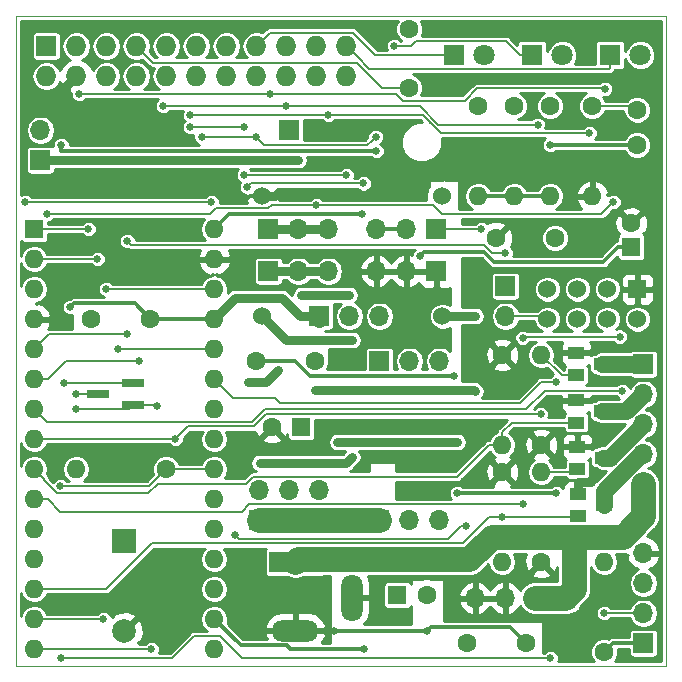
<source format=gbr>
%TF.GenerationSoftware,KiCad,Pcbnew,5.0.2-bee76a0~70~ubuntu18.04.1*%
%TF.CreationDate,2019-02-16T11:31:49+01:00*%
%TF.ProjectId,GP-Pcb-Nano,47502d50-6362-42d4-9e61-6e6f2e6b6963,2.0*%
%TF.SameCoordinates,Original*%
%TF.FileFunction,Copper,L2,Bot*%
%TF.FilePolarity,Positive*%
%FSLAX46Y46*%
G04 Gerber Fmt 4.6, Leading zero omitted, Abs format (unit mm)*
G04 Created by KiCad (PCBNEW 5.0.2-bee76a0~70~ubuntu18.04.1) date sab 16 feb 2019 11:31:49 CET*
%MOMM*%
%LPD*%
G01*
G04 APERTURE LIST*
%ADD10C,0.010000*%
%ADD11R,1.700000X1.700000*%
%ADD12C,1.600000*%
%ADD13R,1.600000X1.600000*%
%ADD14R,1.900000X0.800000*%
%ADD15O,1.600000X1.600000*%
%ADD16R,2.000000X2.000000*%
%ADD17C,2.000000*%
%ADD18O,1.800000X4.000000*%
%ADD19O,4.000000X1.800000*%
%ADD20R,4.400000X1.800000*%
%ADD21O,1.700000X1.700000*%
%ADD22R,1.400000X1.000000*%
%ADD23R,1.800000X1.800000*%
%ADD24C,1.800000*%
%ADD25C,1.524000*%
%ADD26R,1.524000X1.524000*%
%ADD27O,1.727200X1.727200*%
%ADD28R,1.727200X1.727200*%
%ADD29C,0.650000*%
%ADD30C,0.160000*%
%ADD31C,0.300000*%
%ADD32C,1.400000*%
%ADD33C,0.800000*%
%ADD34C,2.100000*%
%ADD35C,0.254000*%
G04 APERTURE END LIST*
D10*
X86360000Y-62484000D02*
X86360000Y-117484000D01*
X141360000Y-117484000D02*
X86360000Y-117484000D01*
X141360000Y-62484000D02*
X141360000Y-117484000D01*
X86360000Y-62484000D02*
X141360000Y-62484000D01*
D11*
X109474000Y-72136000D03*
D12*
X129540000Y-115570000D03*
X124540000Y-115570000D03*
D13*
X118618000Y-111506000D03*
D12*
X121118000Y-111506000D03*
X92710000Y-88138000D03*
X97710000Y-88138000D03*
D14*
X96242000Y-93538000D03*
X96242000Y-95438000D03*
X93242000Y-94488000D03*
D12*
X99060000Y-100838000D03*
D15*
X91440000Y-100838000D03*
D16*
X95504000Y-106934000D03*
D17*
X95504000Y-114534000D03*
D13*
X138430000Y-82042000D03*
D12*
X138430000Y-80042000D03*
X107990000Y-97282000D03*
D13*
X110490000Y-97282000D03*
D12*
X111680000Y-91694000D03*
X106680000Y-91694000D03*
X132000000Y-81280000D03*
X127000000Y-81280000D03*
X119634000Y-68580000D03*
X119634000Y-63580000D03*
D18*
X114782000Y-111712000D03*
D19*
X109982000Y-114512000D03*
D20*
X109982000Y-108712000D03*
D21*
X127762000Y-87884000D03*
D11*
X127762000Y-85344000D03*
X88392000Y-74676000D03*
D21*
X88392000Y-72136000D03*
D11*
X121920000Y-84074000D03*
D21*
X119380000Y-84074000D03*
X116840000Y-84074000D03*
X112776000Y-84074000D03*
X110236000Y-84074000D03*
D11*
X107696000Y-84074000D03*
X107696000Y-80518000D03*
D21*
X110236000Y-80518000D03*
X112776000Y-80518000D03*
X116840000Y-80518000D03*
X119380000Y-80518000D03*
D11*
X121920000Y-80518000D03*
X112014000Y-87884000D03*
D21*
X114554000Y-87884000D03*
X117094000Y-87884000D03*
X122174000Y-91694000D03*
X119634000Y-91694000D03*
D11*
X117094000Y-91694000D03*
X117094000Y-105156000D03*
D21*
X119634000Y-105156000D03*
X122174000Y-105156000D03*
X139446000Y-107950000D03*
X139446000Y-110490000D03*
X139446000Y-113030000D03*
D11*
X139446000Y-115570000D03*
X132842000Y-111760000D03*
D21*
X130302000Y-111760000D03*
X127762000Y-111760000D03*
X125222000Y-111760000D03*
D11*
X139446000Y-91948000D03*
D21*
X139446000Y-94488000D03*
X139446000Y-97028000D03*
X139446000Y-99568000D03*
X139446000Y-102108000D03*
D11*
X106934000Y-105156000D03*
D21*
X106934000Y-102616000D03*
X109474000Y-105156000D03*
X109474000Y-102616000D03*
X112014000Y-105156000D03*
X112014000Y-102616000D03*
D22*
X133774000Y-92898000D03*
X133774000Y-90998000D03*
X135974000Y-91948000D03*
X135974000Y-95946000D03*
X133774000Y-94996000D03*
X133774000Y-96896000D03*
X133858000Y-100838000D03*
X133858000Y-98938000D03*
X136058000Y-99888000D03*
X136144000Y-103886000D03*
X133944000Y-102936000D03*
X133944000Y-104836000D03*
D23*
X123444000Y-65786000D03*
D24*
X125984000Y-65786000D03*
X132588000Y-65786000D03*
D23*
X130048000Y-65786000D03*
X136652000Y-65786000D03*
D24*
X139192000Y-65786000D03*
D25*
X107188000Y-77724000D03*
X107188000Y-87884000D03*
X122428000Y-87884000D03*
X122428000Y-77724000D03*
D12*
X138938000Y-73406000D03*
X138938000Y-70406000D03*
D26*
X138938000Y-85598000D03*
D25*
X138938000Y-88138000D03*
X136398000Y-85598000D03*
X136398000Y-88138000D03*
X133858000Y-85598000D03*
X133858000Y-88138000D03*
X131318000Y-85598000D03*
X131318000Y-88138000D03*
D12*
X136144000Y-116332000D03*
D15*
X136144000Y-108712000D03*
X130810000Y-91186000D03*
D12*
X130810000Y-98806000D03*
X131572000Y-70104000D03*
D15*
X131572000Y-77724000D03*
X128524000Y-77724000D03*
D12*
X128524000Y-70104000D03*
X125476000Y-70104000D03*
D15*
X125476000Y-77724000D03*
X127508000Y-108712000D03*
D12*
X127508000Y-101092000D03*
X127508000Y-91186000D03*
D15*
X127508000Y-98806000D03*
X130810000Y-101092000D03*
D12*
X130810000Y-108712000D03*
X135128000Y-70104000D03*
D15*
X135128000Y-77724000D03*
D27*
X111760000Y-67564000D03*
X111760000Y-65024000D03*
X109220000Y-67564000D03*
X109220000Y-65024000D03*
X106680000Y-67564000D03*
X106680000Y-65024000D03*
X104140000Y-67564000D03*
X104140000Y-65024000D03*
X101600000Y-67564000D03*
X101600000Y-65024000D03*
X99060000Y-67564000D03*
X99060000Y-65024000D03*
D28*
X88900000Y-65024000D03*
D27*
X88900000Y-67564000D03*
X91440000Y-65024000D03*
X91440000Y-67564000D03*
X93980000Y-65024000D03*
X93980000Y-67564000D03*
X96520000Y-65024000D03*
X96520000Y-67564000D03*
X114300000Y-65024000D03*
X114300000Y-67564000D03*
D13*
X87884000Y-80518000D03*
D15*
X103124000Y-113538000D03*
X87884000Y-83058000D03*
X103124000Y-110998000D03*
X87884000Y-85598000D03*
X103124000Y-108458000D03*
X87884000Y-88138000D03*
X103124000Y-105918000D03*
X87884000Y-90678000D03*
X103124000Y-103378000D03*
X87884000Y-93218000D03*
X103124000Y-100838000D03*
X87884000Y-95758000D03*
X103124000Y-98298000D03*
X87884000Y-98298000D03*
X103124000Y-95758000D03*
X87884000Y-100838000D03*
X103124000Y-93218000D03*
X87884000Y-103378000D03*
X103124000Y-90678000D03*
X87884000Y-105918000D03*
X103124000Y-88138000D03*
X87884000Y-108458000D03*
X103124000Y-85598000D03*
X87884000Y-110998000D03*
X103124000Y-83058000D03*
X87884000Y-113538000D03*
X103124000Y-80518000D03*
X87884000Y-116078000D03*
X103124000Y-116078000D03*
D29*
X111760000Y-78486000D03*
X88964001Y-79248000D03*
X136906000Y-78232000D03*
X112776000Y-70866000D03*
X101092000Y-70866000D03*
X134874000Y-72390000D03*
X109220000Y-70104000D03*
X98806000Y-70104000D03*
X97790000Y-116078000D03*
X130491999Y-71692001D03*
X107823601Y-69088000D03*
X91694000Y-69088000D03*
X136208001Y-68644001D03*
X93726000Y-113538000D03*
X102043999Y-72708001D03*
X106615999Y-72708001D03*
X118364000Y-65024000D03*
X116775999Y-72708001D03*
X101092000Y-71882000D03*
X105664000Y-71882000D03*
X87122000Y-78232000D03*
X102870000Y-78232000D03*
X99822000Y-98298000D03*
X130745999Y-96201999D03*
X96774000Y-91694000D03*
X95758000Y-89408000D03*
X95758000Y-81534000D03*
X127762000Y-82550000D03*
X90170000Y-73406000D03*
X116840000Y-73914000D03*
X120580001Y-82804000D03*
X90932000Y-87122000D03*
X98298000Y-95504000D03*
X91440000Y-95758000D03*
X131572000Y-73406000D03*
X123698000Y-98552000D03*
X113538000Y-98552000D03*
X132080000Y-102870000D03*
X123698000Y-102870000D03*
X132080000Y-94996000D03*
X91440000Y-94488000D03*
X99568000Y-109474000D03*
X99568000Y-111506000D03*
X99568000Y-113792000D03*
X99568000Y-108204000D03*
X99568000Y-110490000D03*
X99568000Y-112776000D03*
X135636000Y-97790000D03*
X136652000Y-97536000D03*
X125222000Y-97282000D03*
X125222000Y-98552000D03*
X123444000Y-92964000D03*
X125222000Y-102108000D03*
X125222000Y-101346000D03*
X88392000Y-76708000D03*
X89916000Y-85090000D03*
X100330000Y-99568000D03*
X89916000Y-81788000D03*
X113284000Y-114554000D03*
X121158000Y-114554000D03*
X92456000Y-80518000D03*
X93218000Y-83058000D03*
X94996000Y-90678000D03*
X105918000Y-76962000D03*
X115753001Y-76637001D03*
X105664000Y-75946000D03*
X114300000Y-75946000D03*
X90424000Y-93538000D03*
X90099001Y-102291001D03*
X132080000Y-93472000D03*
X90170000Y-116840000D03*
X131572000Y-116840000D03*
X127508000Y-104902000D03*
X136144000Y-113030000D03*
X137668000Y-94234000D03*
X129225990Y-103825990D03*
X129225990Y-89722010D03*
X137440001Y-89635999D03*
X115824000Y-116078000D03*
X125730000Y-80518000D03*
X124460000Y-105664000D03*
X104902000Y-106426000D03*
X115639999Y-79248000D03*
X114808000Y-89916000D03*
X114808000Y-99822000D03*
X106964051Y-100330000D03*
X125222000Y-87884000D03*
X125222000Y-94234000D03*
X111680000Y-94154000D03*
X110490000Y-86106000D03*
X114554000Y-86106000D03*
X110236000Y-74676000D03*
X105964041Y-93472000D03*
X108550001Y-92456000D03*
X93980000Y-85598000D03*
D30*
X103231401Y-78766001D02*
X102749402Y-79248000D01*
X111760000Y-78486000D02*
X107968162Y-78486000D01*
X107688161Y-78766001D02*
X103231401Y-78766001D01*
X107968162Y-78486000D02*
X107688161Y-78766001D01*
X88964001Y-79248000D02*
X91948000Y-79248000D01*
X102749402Y-79248000D02*
X91948000Y-79248000D01*
X91948000Y-79248000D02*
X91694000Y-79248000D01*
X121647838Y-78486000D02*
X122409838Y-79248000D01*
X111760000Y-78486000D02*
X121647838Y-78486000D01*
X122409838Y-79248000D02*
X135890000Y-79248000D01*
X135890000Y-79248000D02*
X136906000Y-78232000D01*
X112776000Y-70866000D02*
X113030000Y-70866000D01*
X101092000Y-70866000D02*
X112776000Y-70866000D01*
X134874000Y-72390000D02*
X122280001Y-72390000D01*
X112776000Y-70866000D02*
X120756001Y-70866000D01*
X122280001Y-72390000D02*
X121518001Y-71628000D01*
X120756001Y-70866000D02*
X121518001Y-71628000D01*
X121518001Y-71628000D02*
X121412000Y-71521999D01*
X87884000Y-116078000D02*
X97790000Y-116078000D01*
X109220000Y-70104000D02*
X98806000Y-70104000D01*
X120503131Y-70104000D02*
X109220000Y-70104000D01*
X122091132Y-71692001D02*
X120503131Y-70104000D01*
X130491999Y-71692001D02*
X122091132Y-71692001D01*
X91694000Y-69088000D02*
X107823601Y-69088000D01*
X124321597Y-69660001D02*
X125401598Y-68580000D01*
X119115599Y-69660001D02*
X124321597Y-69660001D01*
X107823601Y-69088000D02*
X118543598Y-69088000D01*
X118543598Y-69088000D02*
X119115599Y-69660001D01*
X125401598Y-68580000D02*
X136144000Y-68580000D01*
X87884000Y-113538000D02*
X93726000Y-113538000D01*
X102043999Y-72708001D02*
X106615999Y-72708001D01*
X120206403Y-64605999D02*
X119788402Y-65024000D01*
X127807999Y-64605999D02*
X120206403Y-64605999D01*
X130048000Y-65786000D02*
X128988000Y-65786000D01*
X128988000Y-65786000D02*
X127807999Y-64605999D01*
X119788402Y-65024000D02*
X118364000Y-65024000D01*
X116451000Y-73033000D02*
X116775999Y-72708001D01*
X116078000Y-73406000D02*
X116451000Y-73033000D01*
X107313998Y-73406000D02*
X116078000Y-73406000D01*
X106615999Y-72708001D02*
X107313998Y-73406000D01*
X101092000Y-71882000D02*
X105664000Y-71882000D01*
X107543599Y-64160401D02*
X106680000Y-65024000D01*
X107823601Y-63880399D02*
X107543599Y-64160401D01*
X114848929Y-63880399D02*
X107823601Y-63880399D01*
X116754530Y-65786000D02*
X114848929Y-63880399D01*
X123444000Y-65786000D02*
X116754530Y-65786000D01*
X87122000Y-78232000D02*
X102870000Y-78232000D01*
X128286630Y-96896000D02*
X133774000Y-96896000D01*
X127508000Y-97674630D02*
X128286630Y-96896000D01*
X127508000Y-98806000D02*
X127508000Y-97674630D01*
X88683999Y-101771401D02*
X88683999Y-101637999D01*
X89808600Y-102896002D02*
X88683999Y-101771401D01*
X97511128Y-102896002D02*
X89808600Y-102896002D01*
X88683999Y-101637999D02*
X87884000Y-100838000D01*
X98333531Y-102073599D02*
X97511128Y-102896002D01*
X105803999Y-102073599D02*
X98333531Y-102073599D01*
X106391599Y-101485999D02*
X105803999Y-102073599D01*
X123696631Y-101485999D02*
X106391599Y-101485999D01*
X126376630Y-98806000D02*
X123696631Y-101485999D01*
X127508000Y-98806000D02*
X126376630Y-98806000D01*
X87884000Y-98298000D02*
X99822000Y-98298000D01*
X132522000Y-92898000D02*
X133774000Y-92898000D01*
X130810000Y-91186000D02*
X132522000Y-92898000D01*
X107471599Y-96201999D02*
X130745999Y-96201999D01*
X106455599Y-97217999D02*
X107471599Y-96201999D01*
X99822000Y-98298000D02*
X100902001Y-97217999D01*
X100902001Y-97217999D02*
X106455599Y-97217999D01*
X89015370Y-93218000D02*
X90539370Y-91694000D01*
X87884000Y-93218000D02*
X89015370Y-93218000D01*
X90539370Y-91694000D02*
X96774000Y-91694000D01*
X89154000Y-89408000D02*
X95758000Y-89408000D01*
X87884000Y-90678000D02*
X89154000Y-89408000D01*
X96082999Y-81858999D02*
X125980597Y-81858999D01*
X95758000Y-81534000D02*
X96082999Y-81858999D01*
X125980597Y-81858999D02*
X126671598Y-82550000D01*
X126671598Y-82550000D02*
X127762000Y-82550000D01*
D31*
X116840000Y-80518000D02*
X119380000Y-80518000D01*
X90170000Y-73865619D02*
X90218381Y-73914000D01*
X90170000Y-73406000D02*
X90170000Y-73865619D01*
X90218381Y-73914000D02*
X116840000Y-73914000D01*
X125992475Y-82479001D02*
X126825474Y-83312000D01*
X120580001Y-82804000D02*
X120905000Y-82479001D01*
X120905000Y-82479001D02*
X125992475Y-82479001D01*
X137330000Y-82042000D02*
X138430000Y-82042000D01*
X136060000Y-83312000D02*
X137330000Y-82042000D01*
X126825474Y-83312000D02*
X136060000Y-83312000D01*
D32*
X112014000Y-88138000D02*
X112014000Y-87884000D01*
D31*
X103124000Y-88138000D02*
X97710000Y-88138000D01*
X96369001Y-86797001D02*
X97710000Y-88138000D01*
X91256999Y-86797001D02*
X96369001Y-86797001D01*
X90932000Y-87122000D02*
X91256999Y-86797001D01*
D30*
X98232000Y-95438000D02*
X98298000Y-95504000D01*
X96242000Y-95438000D02*
X98232000Y-95438000D01*
X95922000Y-95758000D02*
X96242000Y-95438000D01*
X91440000Y-95758000D02*
X95922000Y-95758000D01*
D31*
X125476000Y-77724000D02*
X128524000Y-77724000D01*
X128524000Y-77724000D02*
X131572000Y-77724000D01*
X138938000Y-73406000D02*
X131572000Y-73406000D01*
D33*
X110364000Y-87884000D02*
X112014000Y-87884000D01*
X108840000Y-86360000D02*
X110364000Y-87884000D01*
X104902000Y-86360000D02*
X108840000Y-86360000D01*
X103124000Y-88138000D02*
X104902000Y-86360000D01*
X107696000Y-84074000D02*
X112776000Y-84074000D01*
X113538000Y-98552000D02*
X123698000Y-98552000D01*
D31*
X136906000Y-115570000D02*
X136144000Y-116332000D01*
X139446000Y-115570000D02*
X136906000Y-115570000D01*
X123698000Y-102870000D02*
X132080000Y-102870000D01*
D30*
X93242000Y-94488000D02*
X91440000Y-94488000D01*
D31*
X109977998Y-91694000D02*
X111247998Y-92964000D01*
X106680000Y-91694000D02*
X109977998Y-91694000D01*
X111247998Y-92964000D02*
X123444000Y-92964000D01*
D33*
X133944000Y-101940000D02*
X133945999Y-101938001D01*
X133944000Y-102936000D02*
X133944000Y-101940000D01*
X133945999Y-101938001D02*
X135019778Y-101938001D01*
X90576401Y-68427599D02*
X90576401Y-69189599D01*
X91440000Y-67564000D02*
X90576401Y-68427599D01*
X90576401Y-69189599D02*
X90170000Y-69596000D01*
X108265630Y-77724000D02*
X108519630Y-77470000D01*
X107188000Y-77724000D02*
X108265630Y-77724000D01*
X108519630Y-77470000D02*
X109728000Y-77470000D01*
D31*
X113284000Y-114554000D02*
X121158000Y-114554000D01*
X128199001Y-114229001D02*
X129540000Y-115570000D01*
X121482999Y-114229001D02*
X128199001Y-114229001D01*
X121158000Y-114554000D02*
X121482999Y-114229001D01*
X106110370Y-77724000D02*
X105664000Y-78170370D01*
X107188000Y-77724000D02*
X106110370Y-77724000D01*
X107188000Y-77724000D02*
X107188000Y-77978000D01*
D30*
X87884000Y-80518000D02*
X92456000Y-80518000D01*
X87884000Y-83058000D02*
X93218000Y-83058000D01*
X117346870Y-68580000D02*
X119634000Y-68580000D01*
X115187269Y-66420399D02*
X117346870Y-68580000D01*
X97916399Y-66420399D02*
X115187269Y-66420399D01*
X96520000Y-65024000D02*
X97916399Y-66420399D01*
X103124000Y-90678000D02*
X94996000Y-90678000D01*
X106242999Y-76637001D02*
X115753001Y-76637001D01*
X105918000Y-76962000D02*
X106242999Y-76637001D01*
X116242001Y-66966001D02*
X115163599Y-65887599D01*
X136531999Y-66966001D02*
X116242001Y-66966001D01*
X115163599Y-65887599D02*
X114300000Y-65024000D01*
X136652000Y-66846000D02*
X136531999Y-66966001D01*
X136652000Y-65786000D02*
X136652000Y-66846000D01*
X99060000Y-100838000D02*
X103124000Y-100838000D01*
X105664000Y-75946000D02*
X114300000Y-75946000D01*
X96242000Y-93538000D02*
X90424000Y-93538000D01*
X90424000Y-93538000D02*
X90358000Y-93538000D01*
X97606999Y-102291001D02*
X99060000Y-100838000D01*
X90099001Y-102291001D02*
X97606999Y-102291001D01*
X138636000Y-70104000D02*
X138938000Y-70406000D01*
X135128000Y-70104000D02*
X138636000Y-70104000D01*
X104740010Y-94834010D02*
X108296010Y-94834010D01*
X103124000Y-93218000D02*
X104740010Y-94834010D01*
X108296010Y-94834010D02*
X108712000Y-95250000D01*
X132080000Y-93472000D02*
X130810000Y-93472000D01*
X130810000Y-93472000D02*
X129032000Y-95250000D01*
X129032000Y-95250000D02*
X108712000Y-95250000D01*
X133604000Y-101092000D02*
X133858000Y-100838000D01*
X130810000Y-101092000D02*
X133604000Y-101092000D01*
X103642401Y-114997999D02*
X101410001Y-114997999D01*
X105484402Y-116840000D02*
X103642401Y-114997999D01*
X99568000Y-116840000D02*
X90170000Y-116840000D01*
X101410001Y-114997999D02*
X99568000Y-116840000D01*
X131572000Y-116840000D02*
X105484402Y-116840000D01*
X133878000Y-104902000D02*
X133944000Y-104836000D01*
X127508000Y-104902000D02*
X133878000Y-104902000D01*
X93944002Y-110998000D02*
X87884000Y-110998000D01*
X97810022Y-107131980D02*
X93944002Y-110998000D01*
X124173100Y-107131980D02*
X97810022Y-107131980D01*
X126403080Y-104902000D02*
X124173100Y-107131980D01*
X127508000Y-104902000D02*
X126403080Y-104902000D01*
X136144000Y-113030000D02*
X139446000Y-113030000D01*
X106306479Y-96857989D02*
X107406468Y-95758000D01*
X87884000Y-95758000D02*
X88983989Y-96857989D01*
X88983989Y-96857989D02*
X106306479Y-96857989D01*
X107406468Y-95758000D02*
X129540000Y-95758000D01*
X129540000Y-95758000D02*
X131082001Y-94215999D01*
X131082001Y-94215999D02*
X137649999Y-94215999D01*
X137649999Y-94215999D02*
X137668000Y-94234000D01*
X106060008Y-103825990D02*
X129225990Y-103825990D01*
X105427997Y-104458001D02*
X106060008Y-103825990D01*
X90095371Y-104458001D02*
X105427997Y-104458001D01*
X87884000Y-103378000D02*
X89015370Y-103378000D01*
X89015370Y-103378000D02*
X90095371Y-104458001D01*
X129312001Y-89635999D02*
X129225990Y-89722010D01*
X137440001Y-89635999D02*
X129312001Y-89635999D01*
X131064000Y-87884000D02*
X131318000Y-88138000D01*
X127762000Y-87884000D02*
X131064000Y-87884000D01*
D31*
X109252097Y-115762010D02*
X109568087Y-116078000D01*
X109568087Y-116078000D02*
X115824000Y-116078000D01*
X105348010Y-115762010D02*
X109252097Y-115762010D01*
X103124000Y-113538000D02*
X105348010Y-115762010D01*
D30*
X121920000Y-80518000D02*
X125730000Y-80518000D01*
X105226999Y-106750999D02*
X104902000Y-106426000D01*
X122913382Y-106750999D02*
X105226999Y-106750999D01*
X124000381Y-105664000D02*
X122913382Y-106750999D01*
X124460000Y-105664000D02*
X124000381Y-105664000D01*
D31*
X104394000Y-79248000D02*
X103124000Y-80518000D01*
X115639999Y-79248000D02*
X104394000Y-79248000D01*
D33*
X107188000Y-87884000D02*
X109220000Y-89916000D01*
X109220000Y-89916000D02*
X114808000Y-89916000D01*
X114300000Y-100330000D02*
X114808000Y-99822000D01*
X106964051Y-100330000D02*
X114300000Y-100330000D01*
X122428000Y-87884000D02*
X125222000Y-87884000D01*
X125142000Y-94154000D02*
X125222000Y-94234000D01*
X111680000Y-94154000D02*
X125142000Y-94154000D01*
X110490000Y-86106000D02*
X114554000Y-86106000D01*
D32*
X139228270Y-99568000D02*
X139446000Y-99568000D01*
X136144000Y-102652270D02*
X139228270Y-99568000D01*
X136144000Y-103886000D02*
X136144000Y-102652270D01*
X136586000Y-99888000D02*
X139446000Y-97028000D01*
X136058000Y-99888000D02*
X136586000Y-99888000D01*
X137988000Y-95946000D02*
X139446000Y-94488000D01*
X135974000Y-95946000D02*
X137988000Y-95946000D01*
X135974000Y-91948000D02*
X139446000Y-91948000D01*
D34*
X139446000Y-104841998D02*
X139446000Y-102108000D01*
X137701997Y-106586001D02*
X139446000Y-104841998D01*
X124724008Y-108461990D02*
X126599997Y-106586001D01*
X110232010Y-108461990D02*
X124724008Y-108461990D01*
X109982000Y-108712000D02*
X110232010Y-108461990D01*
X130302000Y-111760000D02*
X132842000Y-111760000D01*
X133604000Y-110998000D02*
X133604000Y-106586001D01*
X132842000Y-111760000D02*
X133604000Y-110998000D01*
X126599997Y-106586001D02*
X133604000Y-106586001D01*
X133604000Y-106586001D02*
X137701997Y-106586001D01*
X106934000Y-105156000D02*
X109474000Y-105156000D01*
X109474000Y-105156000D02*
X112014000Y-105156000D01*
X112014000Y-105156000D02*
X117094000Y-105156000D01*
D33*
X107696000Y-80518000D02*
X112776000Y-80518000D01*
X88392000Y-74676000D02*
X110236000Y-74676000D01*
X107534001Y-93472000D02*
X108550001Y-92456000D01*
X105964041Y-93472000D02*
X107534001Y-93472000D01*
D30*
X103124000Y-85598000D02*
X93980000Y-85598000D01*
D35*
G36*
X140978001Y-117102000D02*
X137038530Y-117102000D01*
X137141813Y-116998717D01*
X137321000Y-116566120D01*
X137321000Y-116097880D01*
X137320635Y-116097000D01*
X138211615Y-116097000D01*
X138211615Y-116420000D01*
X138240875Y-116567098D01*
X138324199Y-116691801D01*
X138448902Y-116775125D01*
X138596000Y-116804385D01*
X140296000Y-116804385D01*
X140443098Y-116775125D01*
X140567801Y-116691801D01*
X140651125Y-116567098D01*
X140680385Y-116420000D01*
X140680385Y-114720000D01*
X140651125Y-114572902D01*
X140567801Y-114448199D01*
X140443098Y-114364875D01*
X140296000Y-114335615D01*
X138596000Y-114335615D01*
X138448902Y-114364875D01*
X138324199Y-114448199D01*
X138240875Y-114572902D01*
X138211615Y-114720000D01*
X138211615Y-115043000D01*
X136957899Y-115043000D01*
X136906000Y-115032677D01*
X136854101Y-115043000D01*
X136854097Y-115043000D01*
X136732387Y-115067209D01*
X136700374Y-115073577D01*
X136570055Y-115160654D01*
X136570052Y-115160657D01*
X136526055Y-115190055D01*
X136512332Y-115210592D01*
X136378120Y-115155000D01*
X135909880Y-115155000D01*
X135477283Y-115334187D01*
X135146187Y-115665283D01*
X134967000Y-116097880D01*
X134967000Y-116566120D01*
X135146187Y-116998717D01*
X135249470Y-117102000D01*
X132223315Y-117102000D01*
X132274000Y-116979636D01*
X132274000Y-116700364D01*
X132167127Y-116442349D01*
X131969651Y-116244873D01*
X131711636Y-116138000D01*
X131432364Y-116138000D01*
X131174349Y-116244873D01*
X131036222Y-116383000D01*
X130937000Y-116383000D01*
X130937000Y-115925785D01*
X130986965Y-115786777D01*
X130959778Y-115216546D01*
X130937000Y-115161555D01*
X130937000Y-113792000D01*
X130927333Y-113743399D01*
X130899803Y-113702197D01*
X130858601Y-113674667D01*
X130810000Y-113665000D01*
X122555000Y-113665000D01*
X122555000Y-112116892D01*
X123780514Y-112116892D01*
X124026817Y-112641358D01*
X124455076Y-113031645D01*
X124865110Y-113201476D01*
X125095000Y-113080155D01*
X125095000Y-111887000D01*
X125349000Y-111887000D01*
X125349000Y-113080155D01*
X125578890Y-113201476D01*
X125988924Y-113031645D01*
X126417183Y-112641358D01*
X126492000Y-112482046D01*
X126566817Y-112641358D01*
X126995076Y-113031645D01*
X127405110Y-113201476D01*
X127635000Y-113080155D01*
X127635000Y-111887000D01*
X125349000Y-111887000D01*
X125095000Y-111887000D01*
X123901181Y-111887000D01*
X123780514Y-112116892D01*
X122555000Y-112116892D01*
X122555000Y-111750501D01*
X122564965Y-111722777D01*
X122555000Y-111513767D01*
X122555000Y-111403108D01*
X123780514Y-111403108D01*
X123901181Y-111633000D01*
X125095000Y-111633000D01*
X125095000Y-110439845D01*
X125349000Y-110439845D01*
X125349000Y-111633000D01*
X127635000Y-111633000D01*
X127635000Y-110439845D01*
X127405110Y-110318524D01*
X126995076Y-110488355D01*
X126566817Y-110878642D01*
X126492000Y-111037954D01*
X126417183Y-110878642D01*
X125988924Y-110488355D01*
X125578890Y-110318524D01*
X125349000Y-110439845D01*
X125095000Y-110439845D01*
X124865110Y-110318524D01*
X124455076Y-110488355D01*
X124026817Y-110878642D01*
X123780514Y-111403108D01*
X122555000Y-111403108D01*
X122555000Y-110236000D01*
X122545333Y-110187399D01*
X122517803Y-110146197D01*
X122476601Y-110118667D01*
X122428000Y-110109000D01*
X121473785Y-110109000D01*
X121334777Y-110059035D01*
X120764546Y-110086222D01*
X120709555Y-110109000D01*
X119888000Y-110109000D01*
X119839399Y-110118667D01*
X119798197Y-110146197D01*
X119770667Y-110187399D01*
X119761000Y-110236000D01*
X119761000Y-110540756D01*
X119689801Y-110434199D01*
X119565098Y-110350875D01*
X119418000Y-110321615D01*
X117818000Y-110321615D01*
X117670902Y-110350875D01*
X117546199Y-110434199D01*
X117462875Y-110558902D01*
X117433615Y-110706000D01*
X117433615Y-112306000D01*
X117462875Y-112453098D01*
X117546199Y-112577801D01*
X117670902Y-112661125D01*
X117818000Y-112690385D01*
X119418000Y-112690385D01*
X119565098Y-112661125D01*
X119689801Y-112577801D01*
X119761000Y-112471244D01*
X119761000Y-113919000D01*
X115831825Y-113919000D01*
X116151554Y-113516752D01*
X116317000Y-112939000D01*
X116317000Y-111839000D01*
X114909000Y-111839000D01*
X114909000Y-111859000D01*
X114655000Y-111859000D01*
X114655000Y-111839000D01*
X114635000Y-111839000D01*
X114635000Y-111585000D01*
X114655000Y-111585000D01*
X114655000Y-111565000D01*
X114909000Y-111565000D01*
X114909000Y-111585000D01*
X116317000Y-111585000D01*
X116317000Y-110485000D01*
X116151554Y-109907248D01*
X116137042Y-109888990D01*
X124583468Y-109888990D01*
X124724008Y-109916945D01*
X124864548Y-109888990D01*
X124864552Y-109888990D01*
X125280796Y-109806194D01*
X125752817Y-109490799D01*
X125832432Y-109371647D01*
X126338492Y-108865587D01*
X126399291Y-109171242D01*
X126659431Y-109560569D01*
X127048758Y-109820709D01*
X127392080Y-109889000D01*
X127623920Y-109889000D01*
X127967242Y-109820709D01*
X128118345Y-109719745D01*
X129981861Y-109719745D01*
X130055995Y-109965864D01*
X130593223Y-110158965D01*
X131163454Y-110131778D01*
X131564005Y-109965864D01*
X131638139Y-109719745D01*
X130810000Y-108891605D01*
X129981861Y-109719745D01*
X128118345Y-109719745D01*
X128356569Y-109560569D01*
X128616709Y-109171242D01*
X128708058Y-108712000D01*
X128616709Y-108252758D01*
X128456508Y-108013001D01*
X129536365Y-108013001D01*
X129363035Y-108495223D01*
X129390222Y-109065454D01*
X129556136Y-109466005D01*
X129802255Y-109540139D01*
X130630395Y-108712000D01*
X130616252Y-108697858D01*
X130795858Y-108518252D01*
X130810000Y-108532395D01*
X130824142Y-108518252D01*
X131003748Y-108697858D01*
X130989605Y-108712000D01*
X131817745Y-109540139D01*
X132063864Y-109466005D01*
X132177000Y-109151247D01*
X132177000Y-110333000D01*
X130161456Y-110333000D01*
X129745212Y-110415796D01*
X129273191Y-110731191D01*
X129046949Y-111069785D01*
X128957183Y-110878642D01*
X128528924Y-110488355D01*
X128118890Y-110318524D01*
X127889000Y-110439845D01*
X127889000Y-111633000D01*
X127909000Y-111633000D01*
X127909000Y-111887000D01*
X127889000Y-111887000D01*
X127889000Y-113080155D01*
X128118890Y-113201476D01*
X128528924Y-113031645D01*
X128957183Y-112641358D01*
X129046949Y-112450215D01*
X129273191Y-112788809D01*
X129745212Y-113104204D01*
X130161456Y-113187000D01*
X132701460Y-113187000D01*
X132842000Y-113214955D01*
X132982540Y-113187000D01*
X132982544Y-113187000D01*
X133398788Y-113104204D01*
X133563143Y-112994385D01*
X133692000Y-112994385D01*
X133839098Y-112965125D01*
X133950985Y-112890364D01*
X135442000Y-112890364D01*
X135442000Y-113169636D01*
X135548873Y-113427651D01*
X135746349Y-113625127D01*
X136004364Y-113732000D01*
X136283636Y-113732000D01*
X136541651Y-113625127D01*
X136679778Y-113487000D01*
X138285865Y-113487000D01*
X138290192Y-113508752D01*
X138561383Y-113914617D01*
X138967248Y-114185808D01*
X139325153Y-114257000D01*
X139566847Y-114257000D01*
X139924752Y-114185808D01*
X140330617Y-113914617D01*
X140601808Y-113508752D01*
X140697038Y-113030000D01*
X140601808Y-112551248D01*
X140330617Y-112145383D01*
X139924752Y-111874192D01*
X139566847Y-111803000D01*
X139325153Y-111803000D01*
X138967248Y-111874192D01*
X138561383Y-112145383D01*
X138290192Y-112551248D01*
X138285865Y-112573000D01*
X136679778Y-112573000D01*
X136541651Y-112434873D01*
X136283636Y-112328000D01*
X136004364Y-112328000D01*
X135746349Y-112434873D01*
X135548873Y-112632349D01*
X135442000Y-112890364D01*
X133950985Y-112890364D01*
X133963801Y-112881801D01*
X134047125Y-112757098D01*
X134076385Y-112610000D01*
X134076385Y-112543696D01*
X134513661Y-112106420D01*
X134632808Y-112026809D01*
X134753242Y-111846569D01*
X134948204Y-111554788D01*
X134948204Y-111554787D01*
X135031000Y-111138544D01*
X135031000Y-111138541D01*
X135058955Y-110998000D01*
X135031000Y-110857460D01*
X135031000Y-109149670D01*
X135035291Y-109171242D01*
X135295431Y-109560569D01*
X135684758Y-109820709D01*
X136028080Y-109889000D01*
X136259920Y-109889000D01*
X136603242Y-109820709D01*
X136992569Y-109560569D01*
X137252709Y-109171242D01*
X137344058Y-108712000D01*
X137252709Y-108252758D01*
X137092508Y-108013001D01*
X137561457Y-108013001D01*
X137701997Y-108040956D01*
X137842537Y-108013001D01*
X137842541Y-108013001D01*
X137961000Y-107989438D01*
X137961000Y-108077002D01*
X138125844Y-108077002D01*
X138004524Y-108306890D01*
X138174355Y-108716924D01*
X138564642Y-109145183D01*
X138967191Y-109334230D01*
X138561383Y-109605383D01*
X138290192Y-110011248D01*
X138194962Y-110490000D01*
X138290192Y-110968752D01*
X138561383Y-111374617D01*
X138967248Y-111645808D01*
X139325153Y-111717000D01*
X139566847Y-111717000D01*
X139924752Y-111645808D01*
X140330617Y-111374617D01*
X140601808Y-110968752D01*
X140697038Y-110490000D01*
X140601808Y-110011248D01*
X140330617Y-109605383D01*
X139924809Y-109334230D01*
X140327358Y-109145183D01*
X140717645Y-108716924D01*
X140887476Y-108306890D01*
X140766155Y-108077000D01*
X139573000Y-108077000D01*
X139573000Y-108097000D01*
X139319000Y-108097000D01*
X139319000Y-108077000D01*
X139299000Y-108077000D01*
X139299000Y-107823000D01*
X139319000Y-107823000D01*
X139319000Y-107803000D01*
X139573000Y-107803000D01*
X139573000Y-107823000D01*
X140766155Y-107823000D01*
X140887476Y-107593110D01*
X140717645Y-107183076D01*
X140327358Y-106754817D01*
X139802892Y-106508514D01*
X139791683Y-106514398D01*
X140355664Y-105950416D01*
X140474808Y-105870807D01*
X140554418Y-105751663D01*
X140554421Y-105751660D01*
X140724494Y-105497127D01*
X140790204Y-105398786D01*
X140873000Y-104982542D01*
X140873000Y-104982538D01*
X140900955Y-104841998D01*
X140873000Y-104701458D01*
X140873000Y-101967456D01*
X140790204Y-101551212D01*
X140474809Y-101079191D01*
X140002788Y-100763796D01*
X139863253Y-100736041D01*
X139924752Y-100723808D01*
X140330617Y-100452617D01*
X140601808Y-100046752D01*
X140697038Y-99568000D01*
X140601808Y-99089248D01*
X140330617Y-98683383D01*
X139924752Y-98412192D01*
X139641298Y-98355809D01*
X139785626Y-98211482D01*
X139924752Y-98183808D01*
X140330617Y-97912617D01*
X140601808Y-97506752D01*
X140697038Y-97028000D01*
X140601808Y-96549248D01*
X140330617Y-96143383D01*
X139924752Y-95872192D01*
X139641298Y-95815809D01*
X139785626Y-95671482D01*
X139924752Y-95643808D01*
X140330617Y-95372617D01*
X140601808Y-94966752D01*
X140697038Y-94488000D01*
X140601808Y-94009248D01*
X140330617Y-93603383D01*
X139924752Y-93332192D01*
X139566847Y-93261000D01*
X139325153Y-93261000D01*
X138967248Y-93332192D01*
X138561383Y-93603383D01*
X138317695Y-93968087D01*
X138263127Y-93836349D01*
X138065651Y-93638873D01*
X137807636Y-93532000D01*
X137528364Y-93532000D01*
X137270349Y-93638873D01*
X137150223Y-93758999D01*
X134591568Y-93758999D01*
X134621098Y-93753125D01*
X134745801Y-93669801D01*
X134829125Y-93545098D01*
X134858385Y-93398000D01*
X134858385Y-92398000D01*
X134829125Y-92250902D01*
X134745801Y-92126199D01*
X134696407Y-92093195D01*
X134833699Y-92036327D01*
X134883554Y-91986472D01*
X134889615Y-92016945D01*
X134889615Y-92448000D01*
X134918875Y-92595098D01*
X135002199Y-92719801D01*
X135126902Y-92803125D01*
X135274000Y-92832385D01*
X135359029Y-92832385D01*
X135553776Y-92962511D01*
X135867928Y-93025000D01*
X138294264Y-93025000D01*
X138324199Y-93069801D01*
X138448902Y-93153125D01*
X138596000Y-93182385D01*
X140296000Y-93182385D01*
X140443098Y-93153125D01*
X140567801Y-93069801D01*
X140651125Y-92945098D01*
X140680385Y-92798000D01*
X140680385Y-91098000D01*
X140651125Y-90950902D01*
X140567801Y-90826199D01*
X140443098Y-90742875D01*
X140296000Y-90713615D01*
X138596000Y-90713615D01*
X138448902Y-90742875D01*
X138324199Y-90826199D01*
X138294264Y-90871000D01*
X135867928Y-90871000D01*
X135553776Y-90933489D01*
X135359029Y-91063615D01*
X135274000Y-91063615D01*
X135126902Y-91092875D01*
X135002199Y-91176199D01*
X135001899Y-91176649D01*
X134950250Y-91125000D01*
X133901000Y-91125000D01*
X133901000Y-91145000D01*
X133647000Y-91145000D01*
X133647000Y-91125000D01*
X132597750Y-91125000D01*
X132439000Y-91283750D01*
X132439000Y-91624309D01*
X132535673Y-91857698D01*
X132714301Y-92036327D01*
X132851593Y-92093195D01*
X132802199Y-92126199D01*
X132718875Y-92250902D01*
X132689615Y-92398000D01*
X132689615Y-92419319D01*
X131917438Y-91647144D01*
X131918709Y-91645242D01*
X132010058Y-91186000D01*
X131918709Y-90726758D01*
X131658569Y-90337431D01*
X131292751Y-90092999D01*
X132580976Y-90092999D01*
X132535673Y-90138302D01*
X132439000Y-90371691D01*
X132439000Y-90712250D01*
X132597750Y-90871000D01*
X133647000Y-90871000D01*
X133647000Y-90851000D01*
X133901000Y-90851000D01*
X133901000Y-90871000D01*
X134950250Y-90871000D01*
X135109000Y-90712250D01*
X135109000Y-90371691D01*
X135012327Y-90138302D01*
X134967024Y-90092999D01*
X136904223Y-90092999D01*
X137042350Y-90231126D01*
X137300365Y-90337999D01*
X137579637Y-90337999D01*
X137837652Y-90231126D01*
X138035128Y-90033650D01*
X138142001Y-89775635D01*
X138142001Y-89496363D01*
X138035128Y-89238348D01*
X137837652Y-89040872D01*
X137579637Y-88933999D01*
X137300365Y-88933999D01*
X137150864Y-88995924D01*
X137363597Y-88783191D01*
X137537000Y-88364561D01*
X137537000Y-87911439D01*
X137799000Y-87911439D01*
X137799000Y-88364561D01*
X137972403Y-88783191D01*
X138292809Y-89103597D01*
X138711439Y-89277000D01*
X139164561Y-89277000D01*
X139583191Y-89103597D01*
X139903597Y-88783191D01*
X140077000Y-88364561D01*
X140077000Y-87911439D01*
X139903597Y-87492809D01*
X139583191Y-87172403D01*
X139164561Y-86999000D01*
X138711439Y-86999000D01*
X138292809Y-87172403D01*
X137972403Y-87492809D01*
X137799000Y-87911439D01*
X137537000Y-87911439D01*
X137363597Y-87492809D01*
X137043191Y-87172403D01*
X136624561Y-86999000D01*
X136171439Y-86999000D01*
X135752809Y-87172403D01*
X135432403Y-87492809D01*
X135259000Y-87911439D01*
X135259000Y-88364561D01*
X135432403Y-88783191D01*
X135752809Y-89103597D01*
X135934845Y-89178999D01*
X134321155Y-89178999D01*
X134503191Y-89103597D01*
X134823597Y-88783191D01*
X134997000Y-88364561D01*
X134997000Y-87911439D01*
X134823597Y-87492809D01*
X134503191Y-87172403D01*
X134084561Y-86999000D01*
X133631439Y-86999000D01*
X133212809Y-87172403D01*
X132892403Y-87492809D01*
X132719000Y-87911439D01*
X132719000Y-88364561D01*
X132892403Y-88783191D01*
X133212809Y-89103597D01*
X133394845Y-89178999D01*
X131781155Y-89178999D01*
X131963191Y-89103597D01*
X132283597Y-88783191D01*
X132457000Y-88364561D01*
X132457000Y-87911439D01*
X132283597Y-87492809D01*
X131963191Y-87172403D01*
X131544561Y-86999000D01*
X131091439Y-86999000D01*
X130672809Y-87172403D01*
X130418212Y-87427000D01*
X128922135Y-87427000D01*
X128917808Y-87405248D01*
X128646617Y-86999383D01*
X128240752Y-86728192D01*
X127882847Y-86657000D01*
X127641153Y-86657000D01*
X127283248Y-86728192D01*
X126877383Y-86999383D01*
X126606192Y-87405248D01*
X126510962Y-87884000D01*
X126606192Y-88362752D01*
X126877383Y-88768617D01*
X127283248Y-89039808D01*
X127641153Y-89111000D01*
X127882847Y-89111000D01*
X128240752Y-89039808D01*
X128646617Y-88768617D01*
X128917808Y-88362752D01*
X128922135Y-88341000D01*
X130179000Y-88341000D01*
X130179000Y-88364561D01*
X130352403Y-88783191D01*
X130672809Y-89103597D01*
X130854845Y-89178999D01*
X129675757Y-89178999D01*
X129623641Y-89126883D01*
X129365626Y-89020010D01*
X129086354Y-89020010D01*
X128828339Y-89126883D01*
X128630863Y-89324359D01*
X128523990Y-89582374D01*
X128523990Y-89861646D01*
X128630863Y-90119661D01*
X128828339Y-90317137D01*
X129086354Y-90424010D01*
X129365626Y-90424010D01*
X129623641Y-90317137D01*
X129821117Y-90119661D01*
X129832161Y-90092999D01*
X130327249Y-90092999D01*
X129961431Y-90337431D01*
X129701291Y-90726758D01*
X129609942Y-91186000D01*
X129701291Y-91645242D01*
X129961431Y-92034569D01*
X130350758Y-92294709D01*
X130694080Y-92363000D01*
X130925920Y-92363000D01*
X131269242Y-92294709D01*
X131271144Y-92293438D01*
X131804133Y-92826429D01*
X131682349Y-92876873D01*
X131544222Y-93015000D01*
X130855008Y-93015000D01*
X130810000Y-93006047D01*
X130764992Y-93015000D01*
X130764991Y-93015000D01*
X130631688Y-93041516D01*
X130480521Y-93142521D01*
X130455025Y-93180679D01*
X128842706Y-94793000D01*
X125782977Y-94793000D01*
X125953917Y-94537170D01*
X126014222Y-94233999D01*
X125953917Y-93930830D01*
X125825533Y-93738691D01*
X125745539Y-93658697D01*
X125702186Y-93593814D01*
X125445170Y-93422082D01*
X125218526Y-93377000D01*
X125218525Y-93377000D01*
X125142000Y-93361778D01*
X125065475Y-93377000D01*
X124079000Y-93377000D01*
X124079000Y-92193745D01*
X126679861Y-92193745D01*
X126753995Y-92439864D01*
X127291223Y-92632965D01*
X127861454Y-92605778D01*
X128262005Y-92439864D01*
X128336139Y-92193745D01*
X127508000Y-91365605D01*
X126679861Y-92193745D01*
X124079000Y-92193745D01*
X124079000Y-90969223D01*
X126061035Y-90969223D01*
X126088222Y-91539454D01*
X126254136Y-91940005D01*
X126500255Y-92014139D01*
X127328395Y-91186000D01*
X127687605Y-91186000D01*
X128515745Y-92014139D01*
X128761864Y-91940005D01*
X128954965Y-91402777D01*
X128927778Y-90832546D01*
X128761864Y-90431995D01*
X128515745Y-90357861D01*
X127687605Y-91186000D01*
X127328395Y-91186000D01*
X126500255Y-90357861D01*
X126254136Y-90431995D01*
X126061035Y-90969223D01*
X124079000Y-90969223D01*
X124079000Y-90178255D01*
X126679861Y-90178255D01*
X127508000Y-91006395D01*
X128336139Y-90178255D01*
X128262005Y-89932136D01*
X127724777Y-89739035D01*
X127154546Y-89766222D01*
X126753995Y-89932136D01*
X126679861Y-90178255D01*
X124079000Y-90178255D01*
X124079000Y-88661000D01*
X125298526Y-88661000D01*
X125525170Y-88615918D01*
X125782186Y-88444186D01*
X125953918Y-88187170D01*
X126014222Y-87884000D01*
X125953918Y-87580830D01*
X125782186Y-87323814D01*
X125525170Y-87152082D01*
X125298526Y-87107000D01*
X124079000Y-87107000D01*
X124079000Y-84494000D01*
X126527615Y-84494000D01*
X126527615Y-86194000D01*
X126556875Y-86341098D01*
X126640199Y-86465801D01*
X126764902Y-86549125D01*
X126912000Y-86578385D01*
X128612000Y-86578385D01*
X128759098Y-86549125D01*
X128883801Y-86465801D01*
X128967125Y-86341098D01*
X128996385Y-86194000D01*
X128996385Y-85371439D01*
X130179000Y-85371439D01*
X130179000Y-85824561D01*
X130352403Y-86243191D01*
X130672809Y-86563597D01*
X131091439Y-86737000D01*
X131544561Y-86737000D01*
X131963191Y-86563597D01*
X132283597Y-86243191D01*
X132457000Y-85824561D01*
X132457000Y-85371439D01*
X132719000Y-85371439D01*
X132719000Y-85824561D01*
X132892403Y-86243191D01*
X133212809Y-86563597D01*
X133631439Y-86737000D01*
X134084561Y-86737000D01*
X134503191Y-86563597D01*
X134823597Y-86243191D01*
X134997000Y-85824561D01*
X134997000Y-85371439D01*
X135259000Y-85371439D01*
X135259000Y-85824561D01*
X135432403Y-86243191D01*
X135752809Y-86563597D01*
X136171439Y-86737000D01*
X136624561Y-86737000D01*
X137043191Y-86563597D01*
X137363597Y-86243191D01*
X137512483Y-85883750D01*
X137541000Y-85883750D01*
X137541000Y-86486309D01*
X137637673Y-86719698D01*
X137816301Y-86898327D01*
X138049690Y-86995000D01*
X138652250Y-86995000D01*
X138811000Y-86836250D01*
X138811000Y-85725000D01*
X139065000Y-85725000D01*
X139065000Y-86836250D01*
X139223750Y-86995000D01*
X139826310Y-86995000D01*
X140059699Y-86898327D01*
X140238327Y-86719698D01*
X140335000Y-86486309D01*
X140335000Y-85883750D01*
X140176250Y-85725000D01*
X139065000Y-85725000D01*
X138811000Y-85725000D01*
X137699750Y-85725000D01*
X137541000Y-85883750D01*
X137512483Y-85883750D01*
X137537000Y-85824561D01*
X137537000Y-85371439D01*
X137363597Y-84952809D01*
X137120479Y-84709691D01*
X137541000Y-84709691D01*
X137541000Y-85312250D01*
X137699750Y-85471000D01*
X138811000Y-85471000D01*
X138811000Y-84359750D01*
X139065000Y-84359750D01*
X139065000Y-85471000D01*
X140176250Y-85471000D01*
X140335000Y-85312250D01*
X140335000Y-84709691D01*
X140238327Y-84476302D01*
X140059699Y-84297673D01*
X139826310Y-84201000D01*
X139223750Y-84201000D01*
X139065000Y-84359750D01*
X138811000Y-84359750D01*
X138652250Y-84201000D01*
X138049690Y-84201000D01*
X137816301Y-84297673D01*
X137637673Y-84476302D01*
X137541000Y-84709691D01*
X137120479Y-84709691D01*
X137043191Y-84632403D01*
X136624561Y-84459000D01*
X136171439Y-84459000D01*
X135752809Y-84632403D01*
X135432403Y-84952809D01*
X135259000Y-85371439D01*
X134997000Y-85371439D01*
X134823597Y-84952809D01*
X134503191Y-84632403D01*
X134084561Y-84459000D01*
X133631439Y-84459000D01*
X133212809Y-84632403D01*
X132892403Y-84952809D01*
X132719000Y-85371439D01*
X132457000Y-85371439D01*
X132283597Y-84952809D01*
X131963191Y-84632403D01*
X131544561Y-84459000D01*
X131091439Y-84459000D01*
X130672809Y-84632403D01*
X130352403Y-84952809D01*
X130179000Y-85371439D01*
X128996385Y-85371439D01*
X128996385Y-84494000D01*
X128967125Y-84346902D01*
X128883801Y-84222199D01*
X128759098Y-84138875D01*
X128612000Y-84109615D01*
X126912000Y-84109615D01*
X126764902Y-84138875D01*
X126640199Y-84222199D01*
X126556875Y-84346902D01*
X126527615Y-84494000D01*
X124079000Y-84494000D01*
X124079000Y-83006001D01*
X125774185Y-83006001D01*
X126416129Y-83647945D01*
X126445529Y-83691945D01*
X126619849Y-83808423D01*
X126773571Y-83839000D01*
X126773575Y-83839000D01*
X126825473Y-83849323D01*
X126877371Y-83839000D01*
X136008102Y-83839000D01*
X136060000Y-83849323D01*
X136111898Y-83839000D01*
X136111903Y-83839000D01*
X136265625Y-83808423D01*
X136439945Y-83691945D01*
X136469345Y-83647945D01*
X137250539Y-82866752D01*
X137274875Y-82989098D01*
X137358199Y-83113801D01*
X137482902Y-83197125D01*
X137630000Y-83226385D01*
X139230000Y-83226385D01*
X139377098Y-83197125D01*
X139501801Y-83113801D01*
X139585125Y-82989098D01*
X139614385Y-82842000D01*
X139614385Y-81242000D01*
X139585125Y-81094902D01*
X139528091Y-81009545D01*
X139552622Y-80985014D01*
X139437747Y-80870139D01*
X139683864Y-80796005D01*
X139876965Y-80258777D01*
X139849778Y-79688546D01*
X139683864Y-79287995D01*
X139437745Y-79213861D01*
X138609605Y-80042000D01*
X138623748Y-80056142D01*
X138444142Y-80235748D01*
X138430000Y-80221605D01*
X138415858Y-80235748D01*
X138236252Y-80056142D01*
X138250395Y-80042000D01*
X137422255Y-79213861D01*
X137176136Y-79287995D01*
X136983035Y-79825223D01*
X137010222Y-80395454D01*
X137176136Y-80796005D01*
X137422253Y-80870139D01*
X137307378Y-80985014D01*
X137331909Y-81009545D01*
X137274875Y-81094902D01*
X137245615Y-81242000D01*
X137245615Y-81521461D01*
X137124375Y-81545577D01*
X137124373Y-81545578D01*
X137124374Y-81545578D01*
X136994055Y-81632654D01*
X136994052Y-81632657D01*
X136950055Y-81662055D01*
X136920656Y-81706053D01*
X135841710Y-82785000D01*
X128424499Y-82785000D01*
X128464000Y-82689636D01*
X128464000Y-82410364D01*
X128357127Y-82152349D01*
X128242274Y-82037496D01*
X128253864Y-82034005D01*
X128446965Y-81496777D01*
X128425468Y-81045880D01*
X130823000Y-81045880D01*
X130823000Y-81514120D01*
X131002187Y-81946717D01*
X131333283Y-82277813D01*
X131765880Y-82457000D01*
X132234120Y-82457000D01*
X132666717Y-82277813D01*
X132997813Y-81946717D01*
X133177000Y-81514120D01*
X133177000Y-81045880D01*
X132997813Y-80613283D01*
X132666717Y-80282187D01*
X132234120Y-80103000D01*
X131765880Y-80103000D01*
X131333283Y-80282187D01*
X131002187Y-80613283D01*
X130823000Y-81045880D01*
X128425468Y-81045880D01*
X128419778Y-80926546D01*
X128253864Y-80525995D01*
X128007745Y-80451861D01*
X127179605Y-81280000D01*
X127193748Y-81294142D01*
X127014142Y-81473748D01*
X127000000Y-81459605D01*
X126985858Y-81473748D01*
X126806252Y-81294142D01*
X126820395Y-81280000D01*
X126806252Y-81265858D01*
X126985858Y-81086252D01*
X127000000Y-81100395D01*
X127828139Y-80272255D01*
X127754005Y-80026136D01*
X127216777Y-79833035D01*
X126646546Y-79860222D01*
X126245995Y-80026136D01*
X126242504Y-80037726D01*
X126127651Y-79922873D01*
X125869636Y-79816000D01*
X125590364Y-79816000D01*
X125332349Y-79922873D01*
X125194222Y-80061000D01*
X124079000Y-80061000D01*
X124079000Y-79705000D01*
X135844992Y-79705000D01*
X135890000Y-79713953D01*
X135935008Y-79705000D01*
X135935009Y-79705000D01*
X136068312Y-79678484D01*
X136219479Y-79577479D01*
X136244979Y-79539315D01*
X136750039Y-79034255D01*
X137601861Y-79034255D01*
X138430000Y-79862395D01*
X139258139Y-79034255D01*
X139184005Y-78788136D01*
X138646777Y-78595035D01*
X138076546Y-78622222D01*
X137675995Y-78788136D01*
X137601861Y-79034255D01*
X136750039Y-79034255D01*
X136850295Y-78934000D01*
X137045636Y-78934000D01*
X137303651Y-78827127D01*
X137501127Y-78629651D01*
X137608000Y-78371636D01*
X137608000Y-78092364D01*
X137501127Y-77834349D01*
X137303651Y-77636873D01*
X137045636Y-77530000D01*
X136766364Y-77530000D01*
X136563000Y-77614236D01*
X136563000Y-77596998D01*
X136398630Y-77596998D01*
X136519914Y-77374959D01*
X136280389Y-76868866D01*
X135865423Y-76492959D01*
X135477039Y-76332096D01*
X135255000Y-76454085D01*
X135255000Y-77597000D01*
X135275000Y-77597000D01*
X135275000Y-77851000D01*
X135255000Y-77851000D01*
X135255000Y-77871000D01*
X135001000Y-77871000D01*
X135001000Y-77851000D01*
X133857371Y-77851000D01*
X133736086Y-78073041D01*
X133975611Y-78579134D01*
X134209491Y-78791000D01*
X132093664Y-78791000D01*
X132420569Y-78572569D01*
X132680709Y-78183242D01*
X132772058Y-77724000D01*
X132702630Y-77374959D01*
X133736086Y-77374959D01*
X133857371Y-77597000D01*
X135001000Y-77597000D01*
X135001000Y-76454085D01*
X134778961Y-76332096D01*
X134390577Y-76492959D01*
X133975611Y-76868866D01*
X133736086Y-77374959D01*
X132702630Y-77374959D01*
X132680709Y-77264758D01*
X132420569Y-76875431D01*
X132031242Y-76615291D01*
X131687920Y-76547000D01*
X131456080Y-76547000D01*
X131112758Y-76615291D01*
X130723431Y-76875431D01*
X130508565Y-77197000D01*
X129587435Y-77197000D01*
X129372569Y-76875431D01*
X128983242Y-76615291D01*
X128639920Y-76547000D01*
X128408080Y-76547000D01*
X128064758Y-76615291D01*
X127675431Y-76875431D01*
X127460565Y-77197000D01*
X126539435Y-77197000D01*
X126324569Y-76875431D01*
X125935242Y-76615291D01*
X125591920Y-76547000D01*
X125360080Y-76547000D01*
X125016758Y-76615291D01*
X124627431Y-76875431D01*
X124367291Y-77264758D01*
X124275942Y-77724000D01*
X124367291Y-78183242D01*
X124627431Y-78572569D01*
X124954336Y-78791000D01*
X123825000Y-78791000D01*
X123825000Y-77965737D01*
X123837144Y-77931698D01*
X123825000Y-77689069D01*
X123825000Y-76454000D01*
X123815333Y-76405399D01*
X123787803Y-76364197D01*
X123746601Y-76336667D01*
X123698000Y-76327000D01*
X122669737Y-76327000D01*
X122635698Y-76314856D01*
X122393069Y-76327000D01*
X121412000Y-76327000D01*
X121363399Y-76336667D01*
X121322197Y-76364197D01*
X121294667Y-76405399D01*
X121285000Y-76454000D01*
X121285000Y-76970084D01*
X121205603Y-76992857D01*
X121018856Y-77516302D01*
X121044517Y-78029000D01*
X112295778Y-78029000D01*
X112157651Y-77890873D01*
X111899636Y-77784000D01*
X111620364Y-77784000D01*
X111362349Y-77890873D01*
X111224222Y-78029000D01*
X108562430Y-78029000D01*
X108597144Y-77931698D01*
X108569362Y-77376632D01*
X108452292Y-77094001D01*
X115217223Y-77094001D01*
X115355350Y-77232128D01*
X115613365Y-77339001D01*
X115892637Y-77339001D01*
X116150652Y-77232128D01*
X116348128Y-77034652D01*
X116455001Y-76776637D01*
X116455001Y-76497365D01*
X116348128Y-76239350D01*
X116150652Y-76041874D01*
X115892637Y-75935001D01*
X115613365Y-75935001D01*
X115355350Y-76041874D01*
X115217223Y-76180001D01*
X114962913Y-76180001D01*
X115002000Y-76085636D01*
X115002000Y-75806364D01*
X114895127Y-75548349D01*
X114697651Y-75350873D01*
X114439636Y-75244000D01*
X114160364Y-75244000D01*
X113902349Y-75350873D01*
X113764222Y-75489000D01*
X106199778Y-75489000D01*
X106163778Y-75453000D01*
X110312526Y-75453000D01*
X110539170Y-75407918D01*
X110796186Y-75236186D01*
X110967918Y-74979170D01*
X111028222Y-74676000D01*
X110981478Y-74441000D01*
X116374222Y-74441000D01*
X116442349Y-74509127D01*
X116700364Y-74616000D01*
X116979636Y-74616000D01*
X117237651Y-74509127D01*
X117435127Y-74311651D01*
X117542000Y-74053636D01*
X117542000Y-73774364D01*
X117435127Y-73516349D01*
X117237651Y-73318873D01*
X117181262Y-73295516D01*
X117371126Y-73105652D01*
X117477999Y-72847637D01*
X117477999Y-72568365D01*
X117371126Y-72310350D01*
X117173650Y-72112874D01*
X116915635Y-72006001D01*
X116636363Y-72006001D01*
X116378348Y-72112874D01*
X116180872Y-72310350D01*
X116073999Y-72568365D01*
X116073999Y-72763705D01*
X115888705Y-72949000D01*
X110708385Y-72949000D01*
X110708385Y-71323000D01*
X112240222Y-71323000D01*
X112378349Y-71461127D01*
X112636364Y-71568000D01*
X112915636Y-71568000D01*
X113173651Y-71461127D01*
X113311778Y-71323000D01*
X120566707Y-71323000D01*
X120668706Y-71425000D01*
X120306478Y-71425000D01*
X119671733Y-71687920D01*
X119185920Y-72173733D01*
X118923000Y-72808478D01*
X118923000Y-73495522D01*
X119185920Y-74130267D01*
X119671733Y-74616080D01*
X120306478Y-74879000D01*
X120993522Y-74879000D01*
X121628267Y-74616080D01*
X122114080Y-74130267D01*
X122377000Y-73495522D01*
X122377000Y-72847000D01*
X131138222Y-72847000D01*
X130976873Y-73008349D01*
X130870000Y-73266364D01*
X130870000Y-73545636D01*
X130976873Y-73803651D01*
X131174349Y-74001127D01*
X131432364Y-74108000D01*
X131711636Y-74108000D01*
X131969651Y-74001127D01*
X132037778Y-73933000D01*
X137882314Y-73933000D01*
X137940187Y-74072717D01*
X138271283Y-74403813D01*
X138703880Y-74583000D01*
X139172120Y-74583000D01*
X139604717Y-74403813D01*
X139935813Y-74072717D01*
X140115000Y-73640120D01*
X140115000Y-73171880D01*
X139935813Y-72739283D01*
X139604717Y-72408187D01*
X139172120Y-72229000D01*
X138703880Y-72229000D01*
X138271283Y-72408187D01*
X137940187Y-72739283D01*
X137882314Y-72879000D01*
X135377778Y-72879000D01*
X135469127Y-72787651D01*
X135576000Y-72529636D01*
X135576000Y-72250364D01*
X135469127Y-71992349D01*
X135271651Y-71794873D01*
X135013636Y-71688000D01*
X134734364Y-71688000D01*
X134476349Y-71794873D01*
X134338222Y-71933000D01*
X131152013Y-71933000D01*
X131193999Y-71831637D01*
X131193999Y-71552365D01*
X131087126Y-71294350D01*
X130889650Y-71096874D01*
X130631635Y-70990001D01*
X130352363Y-70990001D01*
X130094348Y-71096874D01*
X129956221Y-71235001D01*
X128869172Y-71235001D01*
X129190717Y-71101813D01*
X129521813Y-70770717D01*
X129701000Y-70338120D01*
X129701000Y-69869880D01*
X129521813Y-69437283D01*
X129190717Y-69106187D01*
X129023684Y-69037000D01*
X131072316Y-69037000D01*
X130905283Y-69106187D01*
X130574187Y-69437283D01*
X130395000Y-69869880D01*
X130395000Y-70338120D01*
X130574187Y-70770717D01*
X130905283Y-71101813D01*
X131337880Y-71281000D01*
X131806120Y-71281000D01*
X132238717Y-71101813D01*
X132569813Y-70770717D01*
X132749000Y-70338120D01*
X132749000Y-69869880D01*
X132569813Y-69437283D01*
X132238717Y-69106187D01*
X132071684Y-69037000D01*
X134628316Y-69037000D01*
X134461283Y-69106187D01*
X134130187Y-69437283D01*
X133951000Y-69869880D01*
X133951000Y-70338120D01*
X134130187Y-70770717D01*
X134461283Y-71101813D01*
X134893880Y-71281000D01*
X135362120Y-71281000D01*
X135794717Y-71101813D01*
X136125813Y-70770717D01*
X136212680Y-70561000D01*
X137761000Y-70561000D01*
X137761000Y-70640120D01*
X137940187Y-71072717D01*
X138271283Y-71403813D01*
X138703880Y-71583000D01*
X139172120Y-71583000D01*
X139604717Y-71403813D01*
X139935813Y-71072717D01*
X140115000Y-70640120D01*
X140115000Y-70171880D01*
X139935813Y-69739283D01*
X139604717Y-69408187D01*
X139172120Y-69229000D01*
X138703880Y-69229000D01*
X138271283Y-69408187D01*
X138032470Y-69647000D01*
X136212680Y-69647000D01*
X136125813Y-69437283D01*
X136010607Y-69322077D01*
X136068365Y-69346001D01*
X136347637Y-69346001D01*
X136605652Y-69239128D01*
X136803128Y-69041652D01*
X136910001Y-68783637D01*
X136910001Y-68504365D01*
X136803128Y-68246350D01*
X136605652Y-68048874D01*
X136347637Y-67942001D01*
X136068365Y-67942001D01*
X135810350Y-68048874D01*
X135736224Y-68123000D01*
X125446605Y-68123000D01*
X125401597Y-68114047D01*
X125356589Y-68123000D01*
X125223286Y-68149516D01*
X125072119Y-68250521D01*
X125046621Y-68288682D01*
X124132303Y-69203001D01*
X120649921Y-69203001D01*
X120811000Y-68814120D01*
X120811000Y-68345880D01*
X120631813Y-67913283D01*
X120300717Y-67582187D01*
X119916407Y-67423001D01*
X136486991Y-67423001D01*
X136531999Y-67431954D01*
X136577007Y-67423001D01*
X136577008Y-67423001D01*
X136710311Y-67396485D01*
X136861478Y-67295480D01*
X136886978Y-67257316D01*
X136943315Y-67200979D01*
X136981479Y-67175479D01*
X137051699Y-67070385D01*
X137552000Y-67070385D01*
X137699098Y-67041125D01*
X137823801Y-66957801D01*
X137907125Y-66833098D01*
X137936385Y-66686000D01*
X137936385Y-66091639D01*
X138109412Y-66509362D01*
X138468638Y-66868588D01*
X138937989Y-67063000D01*
X139446011Y-67063000D01*
X139915362Y-66868588D01*
X140274588Y-66509362D01*
X140469000Y-66040011D01*
X140469000Y-65531989D01*
X140274588Y-65062638D01*
X139915362Y-64703412D01*
X139446011Y-64509000D01*
X138937989Y-64509000D01*
X138468638Y-64703412D01*
X138109412Y-65062638D01*
X137936385Y-65480361D01*
X137936385Y-64886000D01*
X137907125Y-64738902D01*
X137823801Y-64614199D01*
X137699098Y-64530875D01*
X137552000Y-64501615D01*
X135752000Y-64501615D01*
X135604902Y-64530875D01*
X135480199Y-64614199D01*
X135396875Y-64738902D01*
X135367615Y-64886000D01*
X135367615Y-66509001D01*
X133670738Y-66509001D01*
X133865000Y-66040011D01*
X133865000Y-65531989D01*
X133670588Y-65062638D01*
X133311362Y-64703412D01*
X132842011Y-64509000D01*
X132333989Y-64509000D01*
X131864638Y-64703412D01*
X131505412Y-65062638D01*
X131332385Y-65480361D01*
X131332385Y-64886000D01*
X131303125Y-64738902D01*
X131219801Y-64614199D01*
X131095098Y-64530875D01*
X130948000Y-64501615D01*
X129148000Y-64501615D01*
X129000902Y-64530875D01*
X128876199Y-64614199D01*
X128792875Y-64738902D01*
X128763615Y-64886000D01*
X128763615Y-64915320D01*
X128162978Y-64314684D01*
X128137478Y-64276520D01*
X127986311Y-64175515D01*
X127853008Y-64148999D01*
X127853007Y-64148999D01*
X127807999Y-64140046D01*
X127762991Y-64148999D01*
X120672289Y-64148999D01*
X120811000Y-63814120D01*
X120811000Y-63345880D01*
X120631813Y-62913283D01*
X120584530Y-62866000D01*
X140978000Y-62866000D01*
X140978001Y-117102000D01*
X140978001Y-117102000D01*
G37*
X140978001Y-117102000D02*
X137038530Y-117102000D01*
X137141813Y-116998717D01*
X137321000Y-116566120D01*
X137321000Y-116097880D01*
X137320635Y-116097000D01*
X138211615Y-116097000D01*
X138211615Y-116420000D01*
X138240875Y-116567098D01*
X138324199Y-116691801D01*
X138448902Y-116775125D01*
X138596000Y-116804385D01*
X140296000Y-116804385D01*
X140443098Y-116775125D01*
X140567801Y-116691801D01*
X140651125Y-116567098D01*
X140680385Y-116420000D01*
X140680385Y-114720000D01*
X140651125Y-114572902D01*
X140567801Y-114448199D01*
X140443098Y-114364875D01*
X140296000Y-114335615D01*
X138596000Y-114335615D01*
X138448902Y-114364875D01*
X138324199Y-114448199D01*
X138240875Y-114572902D01*
X138211615Y-114720000D01*
X138211615Y-115043000D01*
X136957899Y-115043000D01*
X136906000Y-115032677D01*
X136854101Y-115043000D01*
X136854097Y-115043000D01*
X136732387Y-115067209D01*
X136700374Y-115073577D01*
X136570055Y-115160654D01*
X136570052Y-115160657D01*
X136526055Y-115190055D01*
X136512332Y-115210592D01*
X136378120Y-115155000D01*
X135909880Y-115155000D01*
X135477283Y-115334187D01*
X135146187Y-115665283D01*
X134967000Y-116097880D01*
X134967000Y-116566120D01*
X135146187Y-116998717D01*
X135249470Y-117102000D01*
X132223315Y-117102000D01*
X132274000Y-116979636D01*
X132274000Y-116700364D01*
X132167127Y-116442349D01*
X131969651Y-116244873D01*
X131711636Y-116138000D01*
X131432364Y-116138000D01*
X131174349Y-116244873D01*
X131036222Y-116383000D01*
X130937000Y-116383000D01*
X130937000Y-115925785D01*
X130986965Y-115786777D01*
X130959778Y-115216546D01*
X130937000Y-115161555D01*
X130937000Y-113792000D01*
X130927333Y-113743399D01*
X130899803Y-113702197D01*
X130858601Y-113674667D01*
X130810000Y-113665000D01*
X122555000Y-113665000D01*
X122555000Y-112116892D01*
X123780514Y-112116892D01*
X124026817Y-112641358D01*
X124455076Y-113031645D01*
X124865110Y-113201476D01*
X125095000Y-113080155D01*
X125095000Y-111887000D01*
X125349000Y-111887000D01*
X125349000Y-113080155D01*
X125578890Y-113201476D01*
X125988924Y-113031645D01*
X126417183Y-112641358D01*
X126492000Y-112482046D01*
X126566817Y-112641358D01*
X126995076Y-113031645D01*
X127405110Y-113201476D01*
X127635000Y-113080155D01*
X127635000Y-111887000D01*
X125349000Y-111887000D01*
X125095000Y-111887000D01*
X123901181Y-111887000D01*
X123780514Y-112116892D01*
X122555000Y-112116892D01*
X122555000Y-111750501D01*
X122564965Y-111722777D01*
X122555000Y-111513767D01*
X122555000Y-111403108D01*
X123780514Y-111403108D01*
X123901181Y-111633000D01*
X125095000Y-111633000D01*
X125095000Y-110439845D01*
X125349000Y-110439845D01*
X125349000Y-111633000D01*
X127635000Y-111633000D01*
X127635000Y-110439845D01*
X127405110Y-110318524D01*
X126995076Y-110488355D01*
X126566817Y-110878642D01*
X126492000Y-111037954D01*
X126417183Y-110878642D01*
X125988924Y-110488355D01*
X125578890Y-110318524D01*
X125349000Y-110439845D01*
X125095000Y-110439845D01*
X124865110Y-110318524D01*
X124455076Y-110488355D01*
X124026817Y-110878642D01*
X123780514Y-111403108D01*
X122555000Y-111403108D01*
X122555000Y-110236000D01*
X122545333Y-110187399D01*
X122517803Y-110146197D01*
X122476601Y-110118667D01*
X122428000Y-110109000D01*
X121473785Y-110109000D01*
X121334777Y-110059035D01*
X120764546Y-110086222D01*
X120709555Y-110109000D01*
X119888000Y-110109000D01*
X119839399Y-110118667D01*
X119798197Y-110146197D01*
X119770667Y-110187399D01*
X119761000Y-110236000D01*
X119761000Y-110540756D01*
X119689801Y-110434199D01*
X119565098Y-110350875D01*
X119418000Y-110321615D01*
X117818000Y-110321615D01*
X117670902Y-110350875D01*
X117546199Y-110434199D01*
X117462875Y-110558902D01*
X117433615Y-110706000D01*
X117433615Y-112306000D01*
X117462875Y-112453098D01*
X117546199Y-112577801D01*
X117670902Y-112661125D01*
X117818000Y-112690385D01*
X119418000Y-112690385D01*
X119565098Y-112661125D01*
X119689801Y-112577801D01*
X119761000Y-112471244D01*
X119761000Y-113919000D01*
X115831825Y-113919000D01*
X116151554Y-113516752D01*
X116317000Y-112939000D01*
X116317000Y-111839000D01*
X114909000Y-111839000D01*
X114909000Y-111859000D01*
X114655000Y-111859000D01*
X114655000Y-111839000D01*
X114635000Y-111839000D01*
X114635000Y-111585000D01*
X114655000Y-111585000D01*
X114655000Y-111565000D01*
X114909000Y-111565000D01*
X114909000Y-111585000D01*
X116317000Y-111585000D01*
X116317000Y-110485000D01*
X116151554Y-109907248D01*
X116137042Y-109888990D01*
X124583468Y-109888990D01*
X124724008Y-109916945D01*
X124864548Y-109888990D01*
X124864552Y-109888990D01*
X125280796Y-109806194D01*
X125752817Y-109490799D01*
X125832432Y-109371647D01*
X126338492Y-108865587D01*
X126399291Y-109171242D01*
X126659431Y-109560569D01*
X127048758Y-109820709D01*
X127392080Y-109889000D01*
X127623920Y-109889000D01*
X127967242Y-109820709D01*
X128118345Y-109719745D01*
X129981861Y-109719745D01*
X130055995Y-109965864D01*
X130593223Y-110158965D01*
X131163454Y-110131778D01*
X131564005Y-109965864D01*
X131638139Y-109719745D01*
X130810000Y-108891605D01*
X129981861Y-109719745D01*
X128118345Y-109719745D01*
X128356569Y-109560569D01*
X128616709Y-109171242D01*
X128708058Y-108712000D01*
X128616709Y-108252758D01*
X128456508Y-108013001D01*
X129536365Y-108013001D01*
X129363035Y-108495223D01*
X129390222Y-109065454D01*
X129556136Y-109466005D01*
X129802255Y-109540139D01*
X130630395Y-108712000D01*
X130616252Y-108697858D01*
X130795858Y-108518252D01*
X130810000Y-108532395D01*
X130824142Y-108518252D01*
X131003748Y-108697858D01*
X130989605Y-108712000D01*
X131817745Y-109540139D01*
X132063864Y-109466005D01*
X132177000Y-109151247D01*
X132177000Y-110333000D01*
X130161456Y-110333000D01*
X129745212Y-110415796D01*
X129273191Y-110731191D01*
X129046949Y-111069785D01*
X128957183Y-110878642D01*
X128528924Y-110488355D01*
X128118890Y-110318524D01*
X127889000Y-110439845D01*
X127889000Y-111633000D01*
X127909000Y-111633000D01*
X127909000Y-111887000D01*
X127889000Y-111887000D01*
X127889000Y-113080155D01*
X128118890Y-113201476D01*
X128528924Y-113031645D01*
X128957183Y-112641358D01*
X129046949Y-112450215D01*
X129273191Y-112788809D01*
X129745212Y-113104204D01*
X130161456Y-113187000D01*
X132701460Y-113187000D01*
X132842000Y-113214955D01*
X132982540Y-113187000D01*
X132982544Y-113187000D01*
X133398788Y-113104204D01*
X133563143Y-112994385D01*
X133692000Y-112994385D01*
X133839098Y-112965125D01*
X133950985Y-112890364D01*
X135442000Y-112890364D01*
X135442000Y-113169636D01*
X135548873Y-113427651D01*
X135746349Y-113625127D01*
X136004364Y-113732000D01*
X136283636Y-113732000D01*
X136541651Y-113625127D01*
X136679778Y-113487000D01*
X138285865Y-113487000D01*
X138290192Y-113508752D01*
X138561383Y-113914617D01*
X138967248Y-114185808D01*
X139325153Y-114257000D01*
X139566847Y-114257000D01*
X139924752Y-114185808D01*
X140330617Y-113914617D01*
X140601808Y-113508752D01*
X140697038Y-113030000D01*
X140601808Y-112551248D01*
X140330617Y-112145383D01*
X139924752Y-111874192D01*
X139566847Y-111803000D01*
X139325153Y-111803000D01*
X138967248Y-111874192D01*
X138561383Y-112145383D01*
X138290192Y-112551248D01*
X138285865Y-112573000D01*
X136679778Y-112573000D01*
X136541651Y-112434873D01*
X136283636Y-112328000D01*
X136004364Y-112328000D01*
X135746349Y-112434873D01*
X135548873Y-112632349D01*
X135442000Y-112890364D01*
X133950985Y-112890364D01*
X133963801Y-112881801D01*
X134047125Y-112757098D01*
X134076385Y-112610000D01*
X134076385Y-112543696D01*
X134513661Y-112106420D01*
X134632808Y-112026809D01*
X134753242Y-111846569D01*
X134948204Y-111554788D01*
X134948204Y-111554787D01*
X135031000Y-111138544D01*
X135031000Y-111138541D01*
X135058955Y-110998000D01*
X135031000Y-110857460D01*
X135031000Y-109149670D01*
X135035291Y-109171242D01*
X135295431Y-109560569D01*
X135684758Y-109820709D01*
X136028080Y-109889000D01*
X136259920Y-109889000D01*
X136603242Y-109820709D01*
X136992569Y-109560569D01*
X137252709Y-109171242D01*
X137344058Y-108712000D01*
X137252709Y-108252758D01*
X137092508Y-108013001D01*
X137561457Y-108013001D01*
X137701997Y-108040956D01*
X137842537Y-108013001D01*
X137842541Y-108013001D01*
X137961000Y-107989438D01*
X137961000Y-108077002D01*
X138125844Y-108077002D01*
X138004524Y-108306890D01*
X138174355Y-108716924D01*
X138564642Y-109145183D01*
X138967191Y-109334230D01*
X138561383Y-109605383D01*
X138290192Y-110011248D01*
X138194962Y-110490000D01*
X138290192Y-110968752D01*
X138561383Y-111374617D01*
X138967248Y-111645808D01*
X139325153Y-111717000D01*
X139566847Y-111717000D01*
X139924752Y-111645808D01*
X140330617Y-111374617D01*
X140601808Y-110968752D01*
X140697038Y-110490000D01*
X140601808Y-110011248D01*
X140330617Y-109605383D01*
X139924809Y-109334230D01*
X140327358Y-109145183D01*
X140717645Y-108716924D01*
X140887476Y-108306890D01*
X140766155Y-108077000D01*
X139573000Y-108077000D01*
X139573000Y-108097000D01*
X139319000Y-108097000D01*
X139319000Y-108077000D01*
X139299000Y-108077000D01*
X139299000Y-107823000D01*
X139319000Y-107823000D01*
X139319000Y-107803000D01*
X139573000Y-107803000D01*
X139573000Y-107823000D01*
X140766155Y-107823000D01*
X140887476Y-107593110D01*
X140717645Y-107183076D01*
X140327358Y-106754817D01*
X139802892Y-106508514D01*
X139791683Y-106514398D01*
X140355664Y-105950416D01*
X140474808Y-105870807D01*
X140554418Y-105751663D01*
X140554421Y-105751660D01*
X140724494Y-105497127D01*
X140790204Y-105398786D01*
X140873000Y-104982542D01*
X140873000Y-104982538D01*
X140900955Y-104841998D01*
X140873000Y-104701458D01*
X140873000Y-101967456D01*
X140790204Y-101551212D01*
X140474809Y-101079191D01*
X140002788Y-100763796D01*
X139863253Y-100736041D01*
X139924752Y-100723808D01*
X140330617Y-100452617D01*
X140601808Y-100046752D01*
X140697038Y-99568000D01*
X140601808Y-99089248D01*
X140330617Y-98683383D01*
X139924752Y-98412192D01*
X139641298Y-98355809D01*
X139785626Y-98211482D01*
X139924752Y-98183808D01*
X140330617Y-97912617D01*
X140601808Y-97506752D01*
X140697038Y-97028000D01*
X140601808Y-96549248D01*
X140330617Y-96143383D01*
X139924752Y-95872192D01*
X139641298Y-95815809D01*
X139785626Y-95671482D01*
X139924752Y-95643808D01*
X140330617Y-95372617D01*
X140601808Y-94966752D01*
X140697038Y-94488000D01*
X140601808Y-94009248D01*
X140330617Y-93603383D01*
X139924752Y-93332192D01*
X139566847Y-93261000D01*
X139325153Y-93261000D01*
X138967248Y-93332192D01*
X138561383Y-93603383D01*
X138317695Y-93968087D01*
X138263127Y-93836349D01*
X138065651Y-93638873D01*
X137807636Y-93532000D01*
X137528364Y-93532000D01*
X137270349Y-93638873D01*
X137150223Y-93758999D01*
X134591568Y-93758999D01*
X134621098Y-93753125D01*
X134745801Y-93669801D01*
X134829125Y-93545098D01*
X134858385Y-93398000D01*
X134858385Y-92398000D01*
X134829125Y-92250902D01*
X134745801Y-92126199D01*
X134696407Y-92093195D01*
X134833699Y-92036327D01*
X134883554Y-91986472D01*
X134889615Y-92016945D01*
X134889615Y-92448000D01*
X134918875Y-92595098D01*
X135002199Y-92719801D01*
X135126902Y-92803125D01*
X135274000Y-92832385D01*
X135359029Y-92832385D01*
X135553776Y-92962511D01*
X135867928Y-93025000D01*
X138294264Y-93025000D01*
X138324199Y-93069801D01*
X138448902Y-93153125D01*
X138596000Y-93182385D01*
X140296000Y-93182385D01*
X140443098Y-93153125D01*
X140567801Y-93069801D01*
X140651125Y-92945098D01*
X140680385Y-92798000D01*
X140680385Y-91098000D01*
X140651125Y-90950902D01*
X140567801Y-90826199D01*
X140443098Y-90742875D01*
X140296000Y-90713615D01*
X138596000Y-90713615D01*
X138448902Y-90742875D01*
X138324199Y-90826199D01*
X138294264Y-90871000D01*
X135867928Y-90871000D01*
X135553776Y-90933489D01*
X135359029Y-91063615D01*
X135274000Y-91063615D01*
X135126902Y-91092875D01*
X135002199Y-91176199D01*
X135001899Y-91176649D01*
X134950250Y-91125000D01*
X133901000Y-91125000D01*
X133901000Y-91145000D01*
X133647000Y-91145000D01*
X133647000Y-91125000D01*
X132597750Y-91125000D01*
X132439000Y-91283750D01*
X132439000Y-91624309D01*
X132535673Y-91857698D01*
X132714301Y-92036327D01*
X132851593Y-92093195D01*
X132802199Y-92126199D01*
X132718875Y-92250902D01*
X132689615Y-92398000D01*
X132689615Y-92419319D01*
X131917438Y-91647144D01*
X131918709Y-91645242D01*
X132010058Y-91186000D01*
X131918709Y-90726758D01*
X131658569Y-90337431D01*
X131292751Y-90092999D01*
X132580976Y-90092999D01*
X132535673Y-90138302D01*
X132439000Y-90371691D01*
X132439000Y-90712250D01*
X132597750Y-90871000D01*
X133647000Y-90871000D01*
X133647000Y-90851000D01*
X133901000Y-90851000D01*
X133901000Y-90871000D01*
X134950250Y-90871000D01*
X135109000Y-90712250D01*
X135109000Y-90371691D01*
X135012327Y-90138302D01*
X134967024Y-90092999D01*
X136904223Y-90092999D01*
X137042350Y-90231126D01*
X137300365Y-90337999D01*
X137579637Y-90337999D01*
X137837652Y-90231126D01*
X138035128Y-90033650D01*
X138142001Y-89775635D01*
X138142001Y-89496363D01*
X138035128Y-89238348D01*
X137837652Y-89040872D01*
X137579637Y-88933999D01*
X137300365Y-88933999D01*
X137150864Y-88995924D01*
X137363597Y-88783191D01*
X137537000Y-88364561D01*
X137537000Y-87911439D01*
X137799000Y-87911439D01*
X137799000Y-88364561D01*
X137972403Y-88783191D01*
X138292809Y-89103597D01*
X138711439Y-89277000D01*
X139164561Y-89277000D01*
X139583191Y-89103597D01*
X139903597Y-88783191D01*
X140077000Y-88364561D01*
X140077000Y-87911439D01*
X139903597Y-87492809D01*
X139583191Y-87172403D01*
X139164561Y-86999000D01*
X138711439Y-86999000D01*
X138292809Y-87172403D01*
X137972403Y-87492809D01*
X137799000Y-87911439D01*
X137537000Y-87911439D01*
X137363597Y-87492809D01*
X137043191Y-87172403D01*
X136624561Y-86999000D01*
X136171439Y-86999000D01*
X135752809Y-87172403D01*
X135432403Y-87492809D01*
X135259000Y-87911439D01*
X135259000Y-88364561D01*
X135432403Y-88783191D01*
X135752809Y-89103597D01*
X135934845Y-89178999D01*
X134321155Y-89178999D01*
X134503191Y-89103597D01*
X134823597Y-88783191D01*
X134997000Y-88364561D01*
X134997000Y-87911439D01*
X134823597Y-87492809D01*
X134503191Y-87172403D01*
X134084561Y-86999000D01*
X133631439Y-86999000D01*
X133212809Y-87172403D01*
X132892403Y-87492809D01*
X132719000Y-87911439D01*
X132719000Y-88364561D01*
X132892403Y-88783191D01*
X133212809Y-89103597D01*
X133394845Y-89178999D01*
X131781155Y-89178999D01*
X131963191Y-89103597D01*
X132283597Y-88783191D01*
X132457000Y-88364561D01*
X132457000Y-87911439D01*
X132283597Y-87492809D01*
X131963191Y-87172403D01*
X131544561Y-86999000D01*
X131091439Y-86999000D01*
X130672809Y-87172403D01*
X130418212Y-87427000D01*
X128922135Y-87427000D01*
X128917808Y-87405248D01*
X128646617Y-86999383D01*
X128240752Y-86728192D01*
X127882847Y-86657000D01*
X127641153Y-86657000D01*
X127283248Y-86728192D01*
X126877383Y-86999383D01*
X126606192Y-87405248D01*
X126510962Y-87884000D01*
X126606192Y-88362752D01*
X126877383Y-88768617D01*
X127283248Y-89039808D01*
X127641153Y-89111000D01*
X127882847Y-89111000D01*
X128240752Y-89039808D01*
X128646617Y-88768617D01*
X128917808Y-88362752D01*
X128922135Y-88341000D01*
X130179000Y-88341000D01*
X130179000Y-88364561D01*
X130352403Y-88783191D01*
X130672809Y-89103597D01*
X130854845Y-89178999D01*
X129675757Y-89178999D01*
X129623641Y-89126883D01*
X129365626Y-89020010D01*
X129086354Y-89020010D01*
X128828339Y-89126883D01*
X128630863Y-89324359D01*
X128523990Y-89582374D01*
X128523990Y-89861646D01*
X128630863Y-90119661D01*
X128828339Y-90317137D01*
X129086354Y-90424010D01*
X129365626Y-90424010D01*
X129623641Y-90317137D01*
X129821117Y-90119661D01*
X129832161Y-90092999D01*
X130327249Y-90092999D01*
X129961431Y-90337431D01*
X129701291Y-90726758D01*
X129609942Y-91186000D01*
X129701291Y-91645242D01*
X129961431Y-92034569D01*
X130350758Y-92294709D01*
X130694080Y-92363000D01*
X130925920Y-92363000D01*
X131269242Y-92294709D01*
X131271144Y-92293438D01*
X131804133Y-92826429D01*
X131682349Y-92876873D01*
X131544222Y-93015000D01*
X130855008Y-93015000D01*
X130810000Y-93006047D01*
X130764992Y-93015000D01*
X130764991Y-93015000D01*
X130631688Y-93041516D01*
X130480521Y-93142521D01*
X130455025Y-93180679D01*
X128842706Y-94793000D01*
X125782977Y-94793000D01*
X125953917Y-94537170D01*
X126014222Y-94233999D01*
X125953917Y-93930830D01*
X125825533Y-93738691D01*
X125745539Y-93658697D01*
X125702186Y-93593814D01*
X125445170Y-93422082D01*
X125218526Y-93377000D01*
X125218525Y-93377000D01*
X125142000Y-93361778D01*
X125065475Y-93377000D01*
X124079000Y-93377000D01*
X124079000Y-92193745D01*
X126679861Y-92193745D01*
X126753995Y-92439864D01*
X127291223Y-92632965D01*
X127861454Y-92605778D01*
X128262005Y-92439864D01*
X128336139Y-92193745D01*
X127508000Y-91365605D01*
X126679861Y-92193745D01*
X124079000Y-92193745D01*
X124079000Y-90969223D01*
X126061035Y-90969223D01*
X126088222Y-91539454D01*
X126254136Y-91940005D01*
X126500255Y-92014139D01*
X127328395Y-91186000D01*
X127687605Y-91186000D01*
X128515745Y-92014139D01*
X128761864Y-91940005D01*
X128954965Y-91402777D01*
X128927778Y-90832546D01*
X128761864Y-90431995D01*
X128515745Y-90357861D01*
X127687605Y-91186000D01*
X127328395Y-91186000D01*
X126500255Y-90357861D01*
X126254136Y-90431995D01*
X126061035Y-90969223D01*
X124079000Y-90969223D01*
X124079000Y-90178255D01*
X126679861Y-90178255D01*
X127508000Y-91006395D01*
X128336139Y-90178255D01*
X128262005Y-89932136D01*
X127724777Y-89739035D01*
X127154546Y-89766222D01*
X126753995Y-89932136D01*
X126679861Y-90178255D01*
X124079000Y-90178255D01*
X124079000Y-88661000D01*
X125298526Y-88661000D01*
X125525170Y-88615918D01*
X125782186Y-88444186D01*
X125953918Y-88187170D01*
X126014222Y-87884000D01*
X125953918Y-87580830D01*
X125782186Y-87323814D01*
X125525170Y-87152082D01*
X125298526Y-87107000D01*
X124079000Y-87107000D01*
X124079000Y-84494000D01*
X126527615Y-84494000D01*
X126527615Y-86194000D01*
X126556875Y-86341098D01*
X126640199Y-86465801D01*
X126764902Y-86549125D01*
X126912000Y-86578385D01*
X128612000Y-86578385D01*
X128759098Y-86549125D01*
X128883801Y-86465801D01*
X128967125Y-86341098D01*
X128996385Y-86194000D01*
X128996385Y-85371439D01*
X130179000Y-85371439D01*
X130179000Y-85824561D01*
X130352403Y-86243191D01*
X130672809Y-86563597D01*
X131091439Y-86737000D01*
X131544561Y-86737000D01*
X131963191Y-86563597D01*
X132283597Y-86243191D01*
X132457000Y-85824561D01*
X132457000Y-85371439D01*
X132719000Y-85371439D01*
X132719000Y-85824561D01*
X132892403Y-86243191D01*
X133212809Y-86563597D01*
X133631439Y-86737000D01*
X134084561Y-86737000D01*
X134503191Y-86563597D01*
X134823597Y-86243191D01*
X134997000Y-85824561D01*
X134997000Y-85371439D01*
X135259000Y-85371439D01*
X135259000Y-85824561D01*
X135432403Y-86243191D01*
X135752809Y-86563597D01*
X136171439Y-86737000D01*
X136624561Y-86737000D01*
X137043191Y-86563597D01*
X137363597Y-86243191D01*
X137512483Y-85883750D01*
X137541000Y-85883750D01*
X137541000Y-86486309D01*
X137637673Y-86719698D01*
X137816301Y-86898327D01*
X138049690Y-86995000D01*
X138652250Y-86995000D01*
X138811000Y-86836250D01*
X138811000Y-85725000D01*
X139065000Y-85725000D01*
X139065000Y-86836250D01*
X139223750Y-86995000D01*
X139826310Y-86995000D01*
X140059699Y-86898327D01*
X140238327Y-86719698D01*
X140335000Y-86486309D01*
X140335000Y-85883750D01*
X140176250Y-85725000D01*
X139065000Y-85725000D01*
X138811000Y-85725000D01*
X137699750Y-85725000D01*
X137541000Y-85883750D01*
X137512483Y-85883750D01*
X137537000Y-85824561D01*
X137537000Y-85371439D01*
X137363597Y-84952809D01*
X137120479Y-84709691D01*
X137541000Y-84709691D01*
X137541000Y-85312250D01*
X137699750Y-85471000D01*
X138811000Y-85471000D01*
X138811000Y-84359750D01*
X139065000Y-84359750D01*
X139065000Y-85471000D01*
X140176250Y-85471000D01*
X140335000Y-85312250D01*
X140335000Y-84709691D01*
X140238327Y-84476302D01*
X140059699Y-84297673D01*
X139826310Y-84201000D01*
X139223750Y-84201000D01*
X139065000Y-84359750D01*
X138811000Y-84359750D01*
X138652250Y-84201000D01*
X138049690Y-84201000D01*
X137816301Y-84297673D01*
X137637673Y-84476302D01*
X137541000Y-84709691D01*
X137120479Y-84709691D01*
X137043191Y-84632403D01*
X136624561Y-84459000D01*
X136171439Y-84459000D01*
X135752809Y-84632403D01*
X135432403Y-84952809D01*
X135259000Y-85371439D01*
X134997000Y-85371439D01*
X134823597Y-84952809D01*
X134503191Y-84632403D01*
X134084561Y-84459000D01*
X133631439Y-84459000D01*
X133212809Y-84632403D01*
X132892403Y-84952809D01*
X132719000Y-85371439D01*
X132457000Y-85371439D01*
X132283597Y-84952809D01*
X131963191Y-84632403D01*
X131544561Y-84459000D01*
X131091439Y-84459000D01*
X130672809Y-84632403D01*
X130352403Y-84952809D01*
X130179000Y-85371439D01*
X128996385Y-85371439D01*
X128996385Y-84494000D01*
X128967125Y-84346902D01*
X128883801Y-84222199D01*
X128759098Y-84138875D01*
X128612000Y-84109615D01*
X126912000Y-84109615D01*
X126764902Y-84138875D01*
X126640199Y-84222199D01*
X126556875Y-84346902D01*
X126527615Y-84494000D01*
X124079000Y-84494000D01*
X124079000Y-83006001D01*
X125774185Y-83006001D01*
X126416129Y-83647945D01*
X126445529Y-83691945D01*
X126619849Y-83808423D01*
X126773571Y-83839000D01*
X126773575Y-83839000D01*
X126825473Y-83849323D01*
X126877371Y-83839000D01*
X136008102Y-83839000D01*
X136060000Y-83849323D01*
X136111898Y-83839000D01*
X136111903Y-83839000D01*
X136265625Y-83808423D01*
X136439945Y-83691945D01*
X136469345Y-83647945D01*
X137250539Y-82866752D01*
X137274875Y-82989098D01*
X137358199Y-83113801D01*
X137482902Y-83197125D01*
X137630000Y-83226385D01*
X139230000Y-83226385D01*
X139377098Y-83197125D01*
X139501801Y-83113801D01*
X139585125Y-82989098D01*
X139614385Y-82842000D01*
X139614385Y-81242000D01*
X139585125Y-81094902D01*
X139528091Y-81009545D01*
X139552622Y-80985014D01*
X139437747Y-80870139D01*
X139683864Y-80796005D01*
X139876965Y-80258777D01*
X139849778Y-79688546D01*
X139683864Y-79287995D01*
X139437745Y-79213861D01*
X138609605Y-80042000D01*
X138623748Y-80056142D01*
X138444142Y-80235748D01*
X138430000Y-80221605D01*
X138415858Y-80235748D01*
X138236252Y-80056142D01*
X138250395Y-80042000D01*
X137422255Y-79213861D01*
X137176136Y-79287995D01*
X136983035Y-79825223D01*
X137010222Y-80395454D01*
X137176136Y-80796005D01*
X137422253Y-80870139D01*
X137307378Y-80985014D01*
X137331909Y-81009545D01*
X137274875Y-81094902D01*
X137245615Y-81242000D01*
X137245615Y-81521461D01*
X137124375Y-81545577D01*
X137124373Y-81545578D01*
X137124374Y-81545578D01*
X136994055Y-81632654D01*
X136994052Y-81632657D01*
X136950055Y-81662055D01*
X136920656Y-81706053D01*
X135841710Y-82785000D01*
X128424499Y-82785000D01*
X128464000Y-82689636D01*
X128464000Y-82410364D01*
X128357127Y-82152349D01*
X128242274Y-82037496D01*
X128253864Y-82034005D01*
X128446965Y-81496777D01*
X128425468Y-81045880D01*
X130823000Y-81045880D01*
X130823000Y-81514120D01*
X131002187Y-81946717D01*
X131333283Y-82277813D01*
X131765880Y-82457000D01*
X132234120Y-82457000D01*
X132666717Y-82277813D01*
X132997813Y-81946717D01*
X133177000Y-81514120D01*
X133177000Y-81045880D01*
X132997813Y-80613283D01*
X132666717Y-80282187D01*
X132234120Y-80103000D01*
X131765880Y-80103000D01*
X131333283Y-80282187D01*
X131002187Y-80613283D01*
X130823000Y-81045880D01*
X128425468Y-81045880D01*
X128419778Y-80926546D01*
X128253864Y-80525995D01*
X128007745Y-80451861D01*
X127179605Y-81280000D01*
X127193748Y-81294142D01*
X127014142Y-81473748D01*
X127000000Y-81459605D01*
X126985858Y-81473748D01*
X126806252Y-81294142D01*
X126820395Y-81280000D01*
X126806252Y-81265858D01*
X126985858Y-81086252D01*
X127000000Y-81100395D01*
X127828139Y-80272255D01*
X127754005Y-80026136D01*
X127216777Y-79833035D01*
X126646546Y-79860222D01*
X126245995Y-80026136D01*
X126242504Y-80037726D01*
X126127651Y-79922873D01*
X125869636Y-79816000D01*
X125590364Y-79816000D01*
X125332349Y-79922873D01*
X125194222Y-80061000D01*
X124079000Y-80061000D01*
X124079000Y-79705000D01*
X135844992Y-79705000D01*
X135890000Y-79713953D01*
X135935008Y-79705000D01*
X135935009Y-79705000D01*
X136068312Y-79678484D01*
X136219479Y-79577479D01*
X136244979Y-79539315D01*
X136750039Y-79034255D01*
X137601861Y-79034255D01*
X138430000Y-79862395D01*
X139258139Y-79034255D01*
X139184005Y-78788136D01*
X138646777Y-78595035D01*
X138076546Y-78622222D01*
X137675995Y-78788136D01*
X137601861Y-79034255D01*
X136750039Y-79034255D01*
X136850295Y-78934000D01*
X137045636Y-78934000D01*
X137303651Y-78827127D01*
X137501127Y-78629651D01*
X137608000Y-78371636D01*
X137608000Y-78092364D01*
X137501127Y-77834349D01*
X137303651Y-77636873D01*
X137045636Y-77530000D01*
X136766364Y-77530000D01*
X136563000Y-77614236D01*
X136563000Y-77596998D01*
X136398630Y-77596998D01*
X136519914Y-77374959D01*
X136280389Y-76868866D01*
X135865423Y-76492959D01*
X135477039Y-76332096D01*
X135255000Y-76454085D01*
X135255000Y-77597000D01*
X135275000Y-77597000D01*
X135275000Y-77851000D01*
X135255000Y-77851000D01*
X135255000Y-77871000D01*
X135001000Y-77871000D01*
X135001000Y-77851000D01*
X133857371Y-77851000D01*
X133736086Y-78073041D01*
X133975611Y-78579134D01*
X134209491Y-78791000D01*
X132093664Y-78791000D01*
X132420569Y-78572569D01*
X132680709Y-78183242D01*
X132772058Y-77724000D01*
X132702630Y-77374959D01*
X133736086Y-77374959D01*
X133857371Y-77597000D01*
X135001000Y-77597000D01*
X135001000Y-76454085D01*
X134778961Y-76332096D01*
X134390577Y-76492959D01*
X133975611Y-76868866D01*
X133736086Y-77374959D01*
X132702630Y-77374959D01*
X132680709Y-77264758D01*
X132420569Y-76875431D01*
X132031242Y-76615291D01*
X131687920Y-76547000D01*
X131456080Y-76547000D01*
X131112758Y-76615291D01*
X130723431Y-76875431D01*
X130508565Y-77197000D01*
X129587435Y-77197000D01*
X129372569Y-76875431D01*
X128983242Y-76615291D01*
X128639920Y-76547000D01*
X128408080Y-76547000D01*
X128064758Y-76615291D01*
X127675431Y-76875431D01*
X127460565Y-77197000D01*
X126539435Y-77197000D01*
X126324569Y-76875431D01*
X125935242Y-76615291D01*
X125591920Y-76547000D01*
X125360080Y-76547000D01*
X125016758Y-76615291D01*
X124627431Y-76875431D01*
X124367291Y-77264758D01*
X124275942Y-77724000D01*
X124367291Y-78183242D01*
X124627431Y-78572569D01*
X124954336Y-78791000D01*
X123825000Y-78791000D01*
X123825000Y-77965737D01*
X123837144Y-77931698D01*
X123825000Y-77689069D01*
X123825000Y-76454000D01*
X123815333Y-76405399D01*
X123787803Y-76364197D01*
X123746601Y-76336667D01*
X123698000Y-76327000D01*
X122669737Y-76327000D01*
X122635698Y-76314856D01*
X122393069Y-76327000D01*
X121412000Y-76327000D01*
X121363399Y-76336667D01*
X121322197Y-76364197D01*
X121294667Y-76405399D01*
X121285000Y-76454000D01*
X121285000Y-76970084D01*
X121205603Y-76992857D01*
X121018856Y-77516302D01*
X121044517Y-78029000D01*
X112295778Y-78029000D01*
X112157651Y-77890873D01*
X111899636Y-77784000D01*
X111620364Y-77784000D01*
X111362349Y-77890873D01*
X111224222Y-78029000D01*
X108562430Y-78029000D01*
X108597144Y-77931698D01*
X108569362Y-77376632D01*
X108452292Y-77094001D01*
X115217223Y-77094001D01*
X115355350Y-77232128D01*
X115613365Y-77339001D01*
X115892637Y-77339001D01*
X116150652Y-77232128D01*
X116348128Y-77034652D01*
X116455001Y-76776637D01*
X116455001Y-76497365D01*
X116348128Y-76239350D01*
X116150652Y-76041874D01*
X115892637Y-75935001D01*
X115613365Y-75935001D01*
X115355350Y-76041874D01*
X115217223Y-76180001D01*
X114962913Y-76180001D01*
X115002000Y-76085636D01*
X115002000Y-75806364D01*
X114895127Y-75548349D01*
X114697651Y-75350873D01*
X114439636Y-75244000D01*
X114160364Y-75244000D01*
X113902349Y-75350873D01*
X113764222Y-75489000D01*
X106199778Y-75489000D01*
X106163778Y-75453000D01*
X110312526Y-75453000D01*
X110539170Y-75407918D01*
X110796186Y-75236186D01*
X110967918Y-74979170D01*
X111028222Y-74676000D01*
X110981478Y-74441000D01*
X116374222Y-74441000D01*
X116442349Y-74509127D01*
X116700364Y-74616000D01*
X116979636Y-74616000D01*
X117237651Y-74509127D01*
X117435127Y-74311651D01*
X117542000Y-74053636D01*
X117542000Y-73774364D01*
X117435127Y-73516349D01*
X117237651Y-73318873D01*
X117181262Y-73295516D01*
X117371126Y-73105652D01*
X117477999Y-72847637D01*
X117477999Y-72568365D01*
X117371126Y-72310350D01*
X117173650Y-72112874D01*
X116915635Y-72006001D01*
X116636363Y-72006001D01*
X116378348Y-72112874D01*
X116180872Y-72310350D01*
X116073999Y-72568365D01*
X116073999Y-72763705D01*
X115888705Y-72949000D01*
X110708385Y-72949000D01*
X110708385Y-71323000D01*
X112240222Y-71323000D01*
X112378349Y-71461127D01*
X112636364Y-71568000D01*
X112915636Y-71568000D01*
X113173651Y-71461127D01*
X113311778Y-71323000D01*
X120566707Y-71323000D01*
X120668706Y-71425000D01*
X120306478Y-71425000D01*
X119671733Y-71687920D01*
X119185920Y-72173733D01*
X118923000Y-72808478D01*
X118923000Y-73495522D01*
X119185920Y-74130267D01*
X119671733Y-74616080D01*
X120306478Y-74879000D01*
X120993522Y-74879000D01*
X121628267Y-74616080D01*
X122114080Y-74130267D01*
X122377000Y-73495522D01*
X122377000Y-72847000D01*
X131138222Y-72847000D01*
X130976873Y-73008349D01*
X130870000Y-73266364D01*
X130870000Y-73545636D01*
X130976873Y-73803651D01*
X131174349Y-74001127D01*
X131432364Y-74108000D01*
X131711636Y-74108000D01*
X131969651Y-74001127D01*
X132037778Y-73933000D01*
X137882314Y-73933000D01*
X137940187Y-74072717D01*
X138271283Y-74403813D01*
X138703880Y-74583000D01*
X139172120Y-74583000D01*
X139604717Y-74403813D01*
X139935813Y-74072717D01*
X140115000Y-73640120D01*
X140115000Y-73171880D01*
X139935813Y-72739283D01*
X139604717Y-72408187D01*
X139172120Y-72229000D01*
X138703880Y-72229000D01*
X138271283Y-72408187D01*
X137940187Y-72739283D01*
X137882314Y-72879000D01*
X135377778Y-72879000D01*
X135469127Y-72787651D01*
X135576000Y-72529636D01*
X135576000Y-72250364D01*
X135469127Y-71992349D01*
X135271651Y-71794873D01*
X135013636Y-71688000D01*
X134734364Y-71688000D01*
X134476349Y-71794873D01*
X134338222Y-71933000D01*
X131152013Y-71933000D01*
X131193999Y-71831637D01*
X131193999Y-71552365D01*
X131087126Y-71294350D01*
X130889650Y-71096874D01*
X130631635Y-70990001D01*
X130352363Y-70990001D01*
X130094348Y-71096874D01*
X129956221Y-71235001D01*
X128869172Y-71235001D01*
X129190717Y-71101813D01*
X129521813Y-70770717D01*
X129701000Y-70338120D01*
X129701000Y-69869880D01*
X129521813Y-69437283D01*
X129190717Y-69106187D01*
X129023684Y-69037000D01*
X131072316Y-69037000D01*
X130905283Y-69106187D01*
X130574187Y-69437283D01*
X130395000Y-69869880D01*
X130395000Y-70338120D01*
X130574187Y-70770717D01*
X130905283Y-71101813D01*
X131337880Y-71281000D01*
X131806120Y-71281000D01*
X132238717Y-71101813D01*
X132569813Y-70770717D01*
X132749000Y-70338120D01*
X132749000Y-69869880D01*
X132569813Y-69437283D01*
X132238717Y-69106187D01*
X132071684Y-69037000D01*
X134628316Y-69037000D01*
X134461283Y-69106187D01*
X134130187Y-69437283D01*
X133951000Y-69869880D01*
X133951000Y-70338120D01*
X134130187Y-70770717D01*
X134461283Y-71101813D01*
X134893880Y-71281000D01*
X135362120Y-71281000D01*
X135794717Y-71101813D01*
X136125813Y-70770717D01*
X136212680Y-70561000D01*
X137761000Y-70561000D01*
X137761000Y-70640120D01*
X137940187Y-71072717D01*
X138271283Y-71403813D01*
X138703880Y-71583000D01*
X139172120Y-71583000D01*
X139604717Y-71403813D01*
X139935813Y-71072717D01*
X140115000Y-70640120D01*
X140115000Y-70171880D01*
X139935813Y-69739283D01*
X139604717Y-69408187D01*
X139172120Y-69229000D01*
X138703880Y-69229000D01*
X138271283Y-69408187D01*
X138032470Y-69647000D01*
X136212680Y-69647000D01*
X136125813Y-69437283D01*
X136010607Y-69322077D01*
X136068365Y-69346001D01*
X136347637Y-69346001D01*
X136605652Y-69239128D01*
X136803128Y-69041652D01*
X136910001Y-68783637D01*
X136910001Y-68504365D01*
X136803128Y-68246350D01*
X136605652Y-68048874D01*
X136347637Y-67942001D01*
X136068365Y-67942001D01*
X135810350Y-68048874D01*
X135736224Y-68123000D01*
X125446605Y-68123000D01*
X125401597Y-68114047D01*
X125356589Y-68123000D01*
X125223286Y-68149516D01*
X125072119Y-68250521D01*
X125046621Y-68288682D01*
X124132303Y-69203001D01*
X120649921Y-69203001D01*
X120811000Y-68814120D01*
X120811000Y-68345880D01*
X120631813Y-67913283D01*
X120300717Y-67582187D01*
X119916407Y-67423001D01*
X136486991Y-67423001D01*
X136531999Y-67431954D01*
X136577007Y-67423001D01*
X136577008Y-67423001D01*
X136710311Y-67396485D01*
X136861478Y-67295480D01*
X136886978Y-67257316D01*
X136943315Y-67200979D01*
X136981479Y-67175479D01*
X137051699Y-67070385D01*
X137552000Y-67070385D01*
X137699098Y-67041125D01*
X137823801Y-66957801D01*
X137907125Y-66833098D01*
X137936385Y-66686000D01*
X137936385Y-66091639D01*
X138109412Y-66509362D01*
X138468638Y-66868588D01*
X138937989Y-67063000D01*
X139446011Y-67063000D01*
X139915362Y-66868588D01*
X140274588Y-66509362D01*
X140469000Y-66040011D01*
X140469000Y-65531989D01*
X140274588Y-65062638D01*
X139915362Y-64703412D01*
X139446011Y-64509000D01*
X138937989Y-64509000D01*
X138468638Y-64703412D01*
X138109412Y-65062638D01*
X137936385Y-65480361D01*
X137936385Y-64886000D01*
X137907125Y-64738902D01*
X137823801Y-64614199D01*
X137699098Y-64530875D01*
X137552000Y-64501615D01*
X135752000Y-64501615D01*
X135604902Y-64530875D01*
X135480199Y-64614199D01*
X135396875Y-64738902D01*
X135367615Y-64886000D01*
X135367615Y-66509001D01*
X133670738Y-66509001D01*
X133865000Y-66040011D01*
X133865000Y-65531989D01*
X133670588Y-65062638D01*
X133311362Y-64703412D01*
X132842011Y-64509000D01*
X132333989Y-64509000D01*
X131864638Y-64703412D01*
X131505412Y-65062638D01*
X131332385Y-65480361D01*
X131332385Y-64886000D01*
X131303125Y-64738902D01*
X131219801Y-64614199D01*
X131095098Y-64530875D01*
X130948000Y-64501615D01*
X129148000Y-64501615D01*
X129000902Y-64530875D01*
X128876199Y-64614199D01*
X128792875Y-64738902D01*
X128763615Y-64886000D01*
X128763615Y-64915320D01*
X128162978Y-64314684D01*
X128137478Y-64276520D01*
X127986311Y-64175515D01*
X127853008Y-64148999D01*
X127853007Y-64148999D01*
X127807999Y-64140046D01*
X127762991Y-64148999D01*
X120672289Y-64148999D01*
X120811000Y-63814120D01*
X120811000Y-63345880D01*
X120631813Y-62913283D01*
X120584530Y-62866000D01*
X140978000Y-62866000D01*
X140978001Y-117102000D01*
G36*
X102275431Y-107609431D02*
X102015291Y-107998758D01*
X101923942Y-108458000D01*
X102015291Y-108917242D01*
X102275431Y-109306569D01*
X102664758Y-109566709D01*
X103008080Y-109635000D01*
X103239920Y-109635000D01*
X103583242Y-109566709D01*
X103972569Y-109306569D01*
X104232709Y-108917242D01*
X104324058Y-108458000D01*
X104232709Y-107998758D01*
X103972569Y-107609431D01*
X103941962Y-107588980D01*
X107477605Y-107588980D01*
X107426875Y-107664902D01*
X107397615Y-107812000D01*
X107397615Y-109612000D01*
X107426875Y-109759098D01*
X107510199Y-109883801D01*
X107634902Y-109967125D01*
X107782000Y-109996385D01*
X109335688Y-109996385D01*
X109425213Y-110056204D01*
X109982000Y-110166955D01*
X110538787Y-110056204D01*
X110628312Y-109996385D01*
X112182000Y-109996385D01*
X112329098Y-109967125D01*
X112446035Y-109888990D01*
X112903000Y-109888990D01*
X112903000Y-115551000D01*
X112202618Y-115551000D01*
X112257212Y-115507606D01*
X112548756Y-114982086D01*
X112573036Y-114876740D01*
X112452378Y-114639000D01*
X110109000Y-114639000D01*
X110109000Y-114659000D01*
X109855000Y-114659000D01*
X109855000Y-114639000D01*
X107511622Y-114639000D01*
X107390964Y-114876740D01*
X107415244Y-114982086D01*
X107555559Y-115235010D01*
X105566301Y-115235010D01*
X104478551Y-114147260D01*
X107390964Y-114147260D01*
X107511622Y-114385000D01*
X109855000Y-114385000D01*
X109855000Y-112977000D01*
X110109000Y-112977000D01*
X110109000Y-114385000D01*
X112452378Y-114385000D01*
X112573036Y-114147260D01*
X112548756Y-114041914D01*
X112257212Y-113516394D01*
X111786752Y-113142446D01*
X111209000Y-112977000D01*
X110109000Y-112977000D01*
X109855000Y-112977000D01*
X108755000Y-112977000D01*
X108177248Y-113142446D01*
X107706788Y-113516394D01*
X107415244Y-114041914D01*
X107390964Y-114147260D01*
X104478551Y-114147260D01*
X104248607Y-113917317D01*
X104324058Y-113538000D01*
X104232709Y-113078758D01*
X103972569Y-112689431D01*
X103583242Y-112429291D01*
X103239920Y-112361000D01*
X103008080Y-112361000D01*
X102664758Y-112429291D01*
X102275431Y-112689431D01*
X102015291Y-113078758D01*
X101923942Y-113538000D01*
X102015291Y-113997242D01*
X102275431Y-114386569D01*
X102506552Y-114540999D01*
X101455009Y-114540999D01*
X101410001Y-114532046D01*
X101364993Y-114540999D01*
X101364992Y-114540999D01*
X101231689Y-114567515D01*
X101080522Y-114668520D01*
X101055026Y-114706678D01*
X99378706Y-116383000D01*
X98423504Y-116383000D01*
X98492000Y-116217636D01*
X98492000Y-115938364D01*
X98385127Y-115680349D01*
X98187651Y-115482873D01*
X97929636Y-115376000D01*
X97650364Y-115376000D01*
X97392349Y-115482873D01*
X97254222Y-115621000D01*
X96770608Y-115621000D01*
X96656534Y-115506926D01*
X96923387Y-115408264D01*
X97149908Y-114798539D01*
X97125856Y-114148540D01*
X96923387Y-113659736D01*
X96656532Y-113561073D01*
X95683605Y-114534000D01*
X95697748Y-114548143D01*
X95518143Y-114727748D01*
X95504000Y-114713605D01*
X95489858Y-114727748D01*
X95310253Y-114548143D01*
X95324395Y-114534000D01*
X95310253Y-114519858D01*
X95489858Y-114340253D01*
X95504000Y-114354395D01*
X96476927Y-113381468D01*
X96378264Y-113114613D01*
X95768539Y-112888092D01*
X95118540Y-112912144D01*
X94629736Y-113114613D01*
X94531074Y-113381466D01*
X94416794Y-113267186D01*
X94386297Y-113297683D01*
X94321127Y-113140349D01*
X94123651Y-112942873D01*
X93865636Y-112836000D01*
X93586364Y-112836000D01*
X93328349Y-112942873D01*
X93190222Y-113081000D01*
X88993155Y-113081000D01*
X88992709Y-113078758D01*
X88732569Y-112689431D01*
X88343242Y-112429291D01*
X87999920Y-112361000D01*
X87768080Y-112361000D01*
X87424758Y-112429291D01*
X87035431Y-112689431D01*
X86775291Y-113078758D01*
X86742000Y-113246123D01*
X86742000Y-111289877D01*
X86775291Y-111457242D01*
X87035431Y-111846569D01*
X87424758Y-112106709D01*
X87768080Y-112175000D01*
X87999920Y-112175000D01*
X88343242Y-112106709D01*
X88732569Y-111846569D01*
X88992709Y-111457242D01*
X88993155Y-111455000D01*
X93898994Y-111455000D01*
X93944002Y-111463953D01*
X93989010Y-111455000D01*
X93989011Y-111455000D01*
X94122314Y-111428484D01*
X94273481Y-111327479D01*
X94298981Y-111289315D01*
X94590296Y-110998000D01*
X101923942Y-110998000D01*
X102015291Y-111457242D01*
X102275431Y-111846569D01*
X102664758Y-112106709D01*
X103008080Y-112175000D01*
X103239920Y-112175000D01*
X103583242Y-112106709D01*
X103972569Y-111846569D01*
X104232709Y-111457242D01*
X104324058Y-110998000D01*
X104232709Y-110538758D01*
X103972569Y-110149431D01*
X103583242Y-109889291D01*
X103239920Y-109821000D01*
X103008080Y-109821000D01*
X102664758Y-109889291D01*
X102275431Y-110149431D01*
X102015291Y-110538758D01*
X101923942Y-110998000D01*
X94590296Y-110998000D01*
X97999318Y-107588980D01*
X102306038Y-107588980D01*
X102275431Y-107609431D01*
X102275431Y-107609431D01*
G37*
X102275431Y-107609431D02*
X102015291Y-107998758D01*
X101923942Y-108458000D01*
X102015291Y-108917242D01*
X102275431Y-109306569D01*
X102664758Y-109566709D01*
X103008080Y-109635000D01*
X103239920Y-109635000D01*
X103583242Y-109566709D01*
X103972569Y-109306569D01*
X104232709Y-108917242D01*
X104324058Y-108458000D01*
X104232709Y-107998758D01*
X103972569Y-107609431D01*
X103941962Y-107588980D01*
X107477605Y-107588980D01*
X107426875Y-107664902D01*
X107397615Y-107812000D01*
X107397615Y-109612000D01*
X107426875Y-109759098D01*
X107510199Y-109883801D01*
X107634902Y-109967125D01*
X107782000Y-109996385D01*
X109335688Y-109996385D01*
X109425213Y-110056204D01*
X109982000Y-110166955D01*
X110538787Y-110056204D01*
X110628312Y-109996385D01*
X112182000Y-109996385D01*
X112329098Y-109967125D01*
X112446035Y-109888990D01*
X112903000Y-109888990D01*
X112903000Y-115551000D01*
X112202618Y-115551000D01*
X112257212Y-115507606D01*
X112548756Y-114982086D01*
X112573036Y-114876740D01*
X112452378Y-114639000D01*
X110109000Y-114639000D01*
X110109000Y-114659000D01*
X109855000Y-114659000D01*
X109855000Y-114639000D01*
X107511622Y-114639000D01*
X107390964Y-114876740D01*
X107415244Y-114982086D01*
X107555559Y-115235010D01*
X105566301Y-115235010D01*
X104478551Y-114147260D01*
X107390964Y-114147260D01*
X107511622Y-114385000D01*
X109855000Y-114385000D01*
X109855000Y-112977000D01*
X110109000Y-112977000D01*
X110109000Y-114385000D01*
X112452378Y-114385000D01*
X112573036Y-114147260D01*
X112548756Y-114041914D01*
X112257212Y-113516394D01*
X111786752Y-113142446D01*
X111209000Y-112977000D01*
X110109000Y-112977000D01*
X109855000Y-112977000D01*
X108755000Y-112977000D01*
X108177248Y-113142446D01*
X107706788Y-113516394D01*
X107415244Y-114041914D01*
X107390964Y-114147260D01*
X104478551Y-114147260D01*
X104248607Y-113917317D01*
X104324058Y-113538000D01*
X104232709Y-113078758D01*
X103972569Y-112689431D01*
X103583242Y-112429291D01*
X103239920Y-112361000D01*
X103008080Y-112361000D01*
X102664758Y-112429291D01*
X102275431Y-112689431D01*
X102015291Y-113078758D01*
X101923942Y-113538000D01*
X102015291Y-113997242D01*
X102275431Y-114386569D01*
X102506552Y-114540999D01*
X101455009Y-114540999D01*
X101410001Y-114532046D01*
X101364993Y-114540999D01*
X101364992Y-114540999D01*
X101231689Y-114567515D01*
X101080522Y-114668520D01*
X101055026Y-114706678D01*
X99378706Y-116383000D01*
X98423504Y-116383000D01*
X98492000Y-116217636D01*
X98492000Y-115938364D01*
X98385127Y-115680349D01*
X98187651Y-115482873D01*
X97929636Y-115376000D01*
X97650364Y-115376000D01*
X97392349Y-115482873D01*
X97254222Y-115621000D01*
X96770608Y-115621000D01*
X96656534Y-115506926D01*
X96923387Y-115408264D01*
X97149908Y-114798539D01*
X97125856Y-114148540D01*
X96923387Y-113659736D01*
X96656532Y-113561073D01*
X95683605Y-114534000D01*
X95697748Y-114548143D01*
X95518143Y-114727748D01*
X95504000Y-114713605D01*
X95489858Y-114727748D01*
X95310253Y-114548143D01*
X95324395Y-114534000D01*
X95310253Y-114519858D01*
X95489858Y-114340253D01*
X95504000Y-114354395D01*
X96476927Y-113381468D01*
X96378264Y-113114613D01*
X95768539Y-112888092D01*
X95118540Y-112912144D01*
X94629736Y-113114613D01*
X94531074Y-113381466D01*
X94416794Y-113267186D01*
X94386297Y-113297683D01*
X94321127Y-113140349D01*
X94123651Y-112942873D01*
X93865636Y-112836000D01*
X93586364Y-112836000D01*
X93328349Y-112942873D01*
X93190222Y-113081000D01*
X88993155Y-113081000D01*
X88992709Y-113078758D01*
X88732569Y-112689431D01*
X88343242Y-112429291D01*
X87999920Y-112361000D01*
X87768080Y-112361000D01*
X87424758Y-112429291D01*
X87035431Y-112689431D01*
X86775291Y-113078758D01*
X86742000Y-113246123D01*
X86742000Y-111289877D01*
X86775291Y-111457242D01*
X87035431Y-111846569D01*
X87424758Y-112106709D01*
X87768080Y-112175000D01*
X87999920Y-112175000D01*
X88343242Y-112106709D01*
X88732569Y-111846569D01*
X88992709Y-111457242D01*
X88993155Y-111455000D01*
X93898994Y-111455000D01*
X93944002Y-111463953D01*
X93989010Y-111455000D01*
X93989011Y-111455000D01*
X94122314Y-111428484D01*
X94273481Y-111327479D01*
X94298981Y-111289315D01*
X94590296Y-110998000D01*
X101923942Y-110998000D01*
X102015291Y-111457242D01*
X102275431Y-111846569D01*
X102664758Y-112106709D01*
X103008080Y-112175000D01*
X103239920Y-112175000D01*
X103583242Y-112106709D01*
X103972569Y-111846569D01*
X104232709Y-111457242D01*
X104324058Y-110998000D01*
X104232709Y-110538758D01*
X103972569Y-110149431D01*
X103583242Y-109889291D01*
X103239920Y-109821000D01*
X103008080Y-109821000D01*
X102664758Y-109889291D01*
X102275431Y-110149431D01*
X102015291Y-110538758D01*
X101923942Y-110998000D01*
X94590296Y-110998000D01*
X97999318Y-107588980D01*
X102306038Y-107588980D01*
X102275431Y-107609431D01*
G36*
X134889615Y-96014945D02*
X134889615Y-96446000D01*
X134918875Y-96593098D01*
X135002199Y-96717801D01*
X135126902Y-96801125D01*
X135274000Y-96830385D01*
X135359029Y-96830385D01*
X135553776Y-96960511D01*
X135867928Y-97023000D01*
X137881934Y-97023000D01*
X137920267Y-97030625D01*
X136139893Y-98811000D01*
X135951928Y-98811000D01*
X135637776Y-98873489D01*
X135443029Y-99003615D01*
X135358000Y-99003615D01*
X135210902Y-99032875D01*
X135086199Y-99116199D01*
X135085899Y-99116649D01*
X135034250Y-99065000D01*
X133985000Y-99065000D01*
X133985000Y-99085000D01*
X133731000Y-99085000D01*
X133731000Y-99065000D01*
X132681750Y-99065000D01*
X132523000Y-99223750D01*
X132523000Y-99564309D01*
X132619673Y-99797698D01*
X132798301Y-99976327D01*
X132935593Y-100033195D01*
X132886199Y-100066199D01*
X132802875Y-100190902D01*
X132773615Y-100338000D01*
X132773615Y-100635000D01*
X131919155Y-100635000D01*
X131918709Y-100632758D01*
X131658569Y-100243431D01*
X131452787Y-100105932D01*
X131564005Y-100059864D01*
X131638139Y-99813745D01*
X130810000Y-98985605D01*
X129981861Y-99813745D01*
X130055995Y-100059864D01*
X130173141Y-100101971D01*
X129961431Y-100243431D01*
X129701291Y-100632758D01*
X129609942Y-101092000D01*
X129701291Y-101551242D01*
X129961431Y-101940569D01*
X130350758Y-102200709D01*
X130694080Y-102269000D01*
X130925920Y-102269000D01*
X131269242Y-102200709D01*
X131658569Y-101940569D01*
X131918709Y-101551242D01*
X131919155Y-101549000D01*
X132845573Y-101549000D01*
X132886199Y-101609801D01*
X133010902Y-101693125D01*
X133158000Y-101722385D01*
X134558000Y-101722385D01*
X134705098Y-101693125D01*
X134829801Y-101609801D01*
X134913125Y-101485098D01*
X134942385Y-101338000D01*
X134942385Y-100338000D01*
X134913125Y-100190902D01*
X134829801Y-100066199D01*
X134780407Y-100033195D01*
X134917699Y-99976327D01*
X134967554Y-99926472D01*
X134973615Y-99956945D01*
X134973615Y-100388000D01*
X135002875Y-100535098D01*
X135086199Y-100659801D01*
X135210902Y-100743125D01*
X135358000Y-100772385D01*
X135443029Y-100772385D01*
X135637776Y-100902511D01*
X135951928Y-100965000D01*
X136308163Y-100965000D01*
X135457450Y-101815713D01*
X135367528Y-101875797D01*
X135307444Y-101965719D01*
X135307442Y-101965721D01*
X135201931Y-102123630D01*
X135182327Y-102076302D01*
X135003699Y-101897673D01*
X134770310Y-101801000D01*
X134229750Y-101801000D01*
X134071000Y-101959750D01*
X134071000Y-102809000D01*
X134091000Y-102809000D01*
X134091000Y-103063000D01*
X134071000Y-103063000D01*
X134071000Y-103083000D01*
X133817000Y-103083000D01*
X133817000Y-103063000D01*
X133797000Y-103063000D01*
X133797000Y-102809000D01*
X133817000Y-102809000D01*
X133817000Y-101959750D01*
X133658250Y-101801000D01*
X133117690Y-101801000D01*
X132884301Y-101897673D01*
X132705673Y-102076302D01*
X132609000Y-102309691D01*
X132609000Y-102406222D01*
X132477651Y-102274873D01*
X132219636Y-102168000D01*
X131940364Y-102168000D01*
X131682349Y-102274873D01*
X131614222Y-102343000D01*
X128262868Y-102343000D01*
X128336139Y-102099745D01*
X127508000Y-101271605D01*
X126679861Y-102099745D01*
X126753132Y-102343000D01*
X124163778Y-102343000D01*
X124095651Y-102274873D01*
X123837636Y-102168000D01*
X123558364Y-102168000D01*
X123300349Y-102274873D01*
X123102873Y-102472349D01*
X122996000Y-102730364D01*
X122996000Y-103009636D01*
X123102873Y-103267651D01*
X123204212Y-103368990D01*
X118491000Y-103368990D01*
X118491000Y-101942999D01*
X123651623Y-101942999D01*
X123696631Y-101951952D01*
X123741639Y-101942999D01*
X123741640Y-101942999D01*
X123874943Y-101916483D01*
X124026110Y-101815478D01*
X124051610Y-101777314D01*
X124953701Y-100875223D01*
X126061035Y-100875223D01*
X126088222Y-101445454D01*
X126254136Y-101846005D01*
X126500255Y-101920139D01*
X127328395Y-101092000D01*
X127687605Y-101092000D01*
X128515745Y-101920139D01*
X128761864Y-101846005D01*
X128954965Y-101308777D01*
X128927778Y-100738546D01*
X128761864Y-100337995D01*
X128515745Y-100263861D01*
X127687605Y-101092000D01*
X127328395Y-101092000D01*
X126500255Y-100263861D01*
X126254136Y-100337995D01*
X126061035Y-100875223D01*
X124953701Y-100875223D01*
X126465138Y-99363788D01*
X126659431Y-99654569D01*
X126865213Y-99792068D01*
X126753995Y-99838136D01*
X126679861Y-100084255D01*
X127508000Y-100912395D01*
X128336139Y-100084255D01*
X128262005Y-99838136D01*
X128144859Y-99796029D01*
X128356569Y-99654569D01*
X128616709Y-99265242D01*
X128708058Y-98806000D01*
X128664939Y-98589223D01*
X129363035Y-98589223D01*
X129390222Y-99159454D01*
X129556136Y-99560005D01*
X129802255Y-99634139D01*
X130630395Y-98806000D01*
X130989605Y-98806000D01*
X131817745Y-99634139D01*
X132063864Y-99560005D01*
X132256965Y-99022777D01*
X132229778Y-98452546D01*
X132171434Y-98311691D01*
X132523000Y-98311691D01*
X132523000Y-98652250D01*
X132681750Y-98811000D01*
X133731000Y-98811000D01*
X133731000Y-97961750D01*
X133985000Y-97961750D01*
X133985000Y-98811000D01*
X135034250Y-98811000D01*
X135193000Y-98652250D01*
X135193000Y-98311691D01*
X135096327Y-98078302D01*
X134917699Y-97899673D01*
X134684310Y-97803000D01*
X134143750Y-97803000D01*
X133985000Y-97961750D01*
X133731000Y-97961750D01*
X133572250Y-97803000D01*
X133031690Y-97803000D01*
X132798301Y-97899673D01*
X132619673Y-98078302D01*
X132523000Y-98311691D01*
X132171434Y-98311691D01*
X132063864Y-98051995D01*
X131817745Y-97977861D01*
X130989605Y-98806000D01*
X130630395Y-98806000D01*
X129802255Y-97977861D01*
X129556136Y-98051995D01*
X129363035Y-98589223D01*
X128664939Y-98589223D01*
X128616709Y-98346758D01*
X128356569Y-97957431D01*
X128118345Y-97798255D01*
X129981861Y-97798255D01*
X130810000Y-98626395D01*
X131638139Y-97798255D01*
X131564005Y-97552136D01*
X131026777Y-97359035D01*
X130456546Y-97386222D01*
X130055995Y-97552136D01*
X129981861Y-97798255D01*
X128118345Y-97798255D01*
X128065787Y-97763137D01*
X128475925Y-97353000D01*
X132689615Y-97353000D01*
X132689615Y-97396000D01*
X132718875Y-97543098D01*
X132802199Y-97667801D01*
X132926902Y-97751125D01*
X133074000Y-97780385D01*
X134474000Y-97780385D01*
X134621098Y-97751125D01*
X134745801Y-97667801D01*
X134829125Y-97543098D01*
X134858385Y-97396000D01*
X134858385Y-96396000D01*
X134829125Y-96248902D01*
X134745801Y-96124199D01*
X134696407Y-96091195D01*
X134833699Y-96034327D01*
X134883554Y-95984472D01*
X134889615Y-96014945D01*
X134889615Y-96014945D01*
G37*
X134889615Y-96014945D02*
X134889615Y-96446000D01*
X134918875Y-96593098D01*
X135002199Y-96717801D01*
X135126902Y-96801125D01*
X135274000Y-96830385D01*
X135359029Y-96830385D01*
X135553776Y-96960511D01*
X135867928Y-97023000D01*
X137881934Y-97023000D01*
X137920267Y-97030625D01*
X136139893Y-98811000D01*
X135951928Y-98811000D01*
X135637776Y-98873489D01*
X135443029Y-99003615D01*
X135358000Y-99003615D01*
X135210902Y-99032875D01*
X135086199Y-99116199D01*
X135085899Y-99116649D01*
X135034250Y-99065000D01*
X133985000Y-99065000D01*
X133985000Y-99085000D01*
X133731000Y-99085000D01*
X133731000Y-99065000D01*
X132681750Y-99065000D01*
X132523000Y-99223750D01*
X132523000Y-99564309D01*
X132619673Y-99797698D01*
X132798301Y-99976327D01*
X132935593Y-100033195D01*
X132886199Y-100066199D01*
X132802875Y-100190902D01*
X132773615Y-100338000D01*
X132773615Y-100635000D01*
X131919155Y-100635000D01*
X131918709Y-100632758D01*
X131658569Y-100243431D01*
X131452787Y-100105932D01*
X131564005Y-100059864D01*
X131638139Y-99813745D01*
X130810000Y-98985605D01*
X129981861Y-99813745D01*
X130055995Y-100059864D01*
X130173141Y-100101971D01*
X129961431Y-100243431D01*
X129701291Y-100632758D01*
X129609942Y-101092000D01*
X129701291Y-101551242D01*
X129961431Y-101940569D01*
X130350758Y-102200709D01*
X130694080Y-102269000D01*
X130925920Y-102269000D01*
X131269242Y-102200709D01*
X131658569Y-101940569D01*
X131918709Y-101551242D01*
X131919155Y-101549000D01*
X132845573Y-101549000D01*
X132886199Y-101609801D01*
X133010902Y-101693125D01*
X133158000Y-101722385D01*
X134558000Y-101722385D01*
X134705098Y-101693125D01*
X134829801Y-101609801D01*
X134913125Y-101485098D01*
X134942385Y-101338000D01*
X134942385Y-100338000D01*
X134913125Y-100190902D01*
X134829801Y-100066199D01*
X134780407Y-100033195D01*
X134917699Y-99976327D01*
X134967554Y-99926472D01*
X134973615Y-99956945D01*
X134973615Y-100388000D01*
X135002875Y-100535098D01*
X135086199Y-100659801D01*
X135210902Y-100743125D01*
X135358000Y-100772385D01*
X135443029Y-100772385D01*
X135637776Y-100902511D01*
X135951928Y-100965000D01*
X136308163Y-100965000D01*
X135457450Y-101815713D01*
X135367528Y-101875797D01*
X135307444Y-101965719D01*
X135307442Y-101965721D01*
X135201931Y-102123630D01*
X135182327Y-102076302D01*
X135003699Y-101897673D01*
X134770310Y-101801000D01*
X134229750Y-101801000D01*
X134071000Y-101959750D01*
X134071000Y-102809000D01*
X134091000Y-102809000D01*
X134091000Y-103063000D01*
X134071000Y-103063000D01*
X134071000Y-103083000D01*
X133817000Y-103083000D01*
X133817000Y-103063000D01*
X133797000Y-103063000D01*
X133797000Y-102809000D01*
X133817000Y-102809000D01*
X133817000Y-101959750D01*
X133658250Y-101801000D01*
X133117690Y-101801000D01*
X132884301Y-101897673D01*
X132705673Y-102076302D01*
X132609000Y-102309691D01*
X132609000Y-102406222D01*
X132477651Y-102274873D01*
X132219636Y-102168000D01*
X131940364Y-102168000D01*
X131682349Y-102274873D01*
X131614222Y-102343000D01*
X128262868Y-102343000D01*
X128336139Y-102099745D01*
X127508000Y-101271605D01*
X126679861Y-102099745D01*
X126753132Y-102343000D01*
X124163778Y-102343000D01*
X124095651Y-102274873D01*
X123837636Y-102168000D01*
X123558364Y-102168000D01*
X123300349Y-102274873D01*
X123102873Y-102472349D01*
X122996000Y-102730364D01*
X122996000Y-103009636D01*
X123102873Y-103267651D01*
X123204212Y-103368990D01*
X118491000Y-103368990D01*
X118491000Y-101942999D01*
X123651623Y-101942999D01*
X123696631Y-101951952D01*
X123741639Y-101942999D01*
X123741640Y-101942999D01*
X123874943Y-101916483D01*
X124026110Y-101815478D01*
X124051610Y-101777314D01*
X124953701Y-100875223D01*
X126061035Y-100875223D01*
X126088222Y-101445454D01*
X126254136Y-101846005D01*
X126500255Y-101920139D01*
X127328395Y-101092000D01*
X127687605Y-101092000D01*
X128515745Y-101920139D01*
X128761864Y-101846005D01*
X128954965Y-101308777D01*
X128927778Y-100738546D01*
X128761864Y-100337995D01*
X128515745Y-100263861D01*
X127687605Y-101092000D01*
X127328395Y-101092000D01*
X126500255Y-100263861D01*
X126254136Y-100337995D01*
X126061035Y-100875223D01*
X124953701Y-100875223D01*
X126465138Y-99363788D01*
X126659431Y-99654569D01*
X126865213Y-99792068D01*
X126753995Y-99838136D01*
X126679861Y-100084255D01*
X127508000Y-100912395D01*
X128336139Y-100084255D01*
X128262005Y-99838136D01*
X128144859Y-99796029D01*
X128356569Y-99654569D01*
X128616709Y-99265242D01*
X128708058Y-98806000D01*
X128664939Y-98589223D01*
X129363035Y-98589223D01*
X129390222Y-99159454D01*
X129556136Y-99560005D01*
X129802255Y-99634139D01*
X130630395Y-98806000D01*
X130989605Y-98806000D01*
X131817745Y-99634139D01*
X132063864Y-99560005D01*
X132256965Y-99022777D01*
X132229778Y-98452546D01*
X132171434Y-98311691D01*
X132523000Y-98311691D01*
X132523000Y-98652250D01*
X132681750Y-98811000D01*
X133731000Y-98811000D01*
X133731000Y-97961750D01*
X133985000Y-97961750D01*
X133985000Y-98811000D01*
X135034250Y-98811000D01*
X135193000Y-98652250D01*
X135193000Y-98311691D01*
X135096327Y-98078302D01*
X134917699Y-97899673D01*
X134684310Y-97803000D01*
X134143750Y-97803000D01*
X133985000Y-97961750D01*
X133731000Y-97961750D01*
X133572250Y-97803000D01*
X133031690Y-97803000D01*
X132798301Y-97899673D01*
X132619673Y-98078302D01*
X132523000Y-98311691D01*
X132171434Y-98311691D01*
X132063864Y-98051995D01*
X131817745Y-97977861D01*
X130989605Y-98806000D01*
X130630395Y-98806000D01*
X129802255Y-97977861D01*
X129556136Y-98051995D01*
X129363035Y-98589223D01*
X128664939Y-98589223D01*
X128616709Y-98346758D01*
X128356569Y-97957431D01*
X128118345Y-97798255D01*
X129981861Y-97798255D01*
X130810000Y-98626395D01*
X131638139Y-97798255D01*
X131564005Y-97552136D01*
X131026777Y-97359035D01*
X130456546Y-97386222D01*
X130055995Y-97552136D01*
X129981861Y-97798255D01*
X128118345Y-97798255D01*
X128065787Y-97763137D01*
X128475925Y-97353000D01*
X132689615Y-97353000D01*
X132689615Y-97396000D01*
X132718875Y-97543098D01*
X132802199Y-97667801D01*
X132926902Y-97751125D01*
X133074000Y-97780385D01*
X134474000Y-97780385D01*
X134621098Y-97751125D01*
X134745801Y-97667801D01*
X134829125Y-97543098D01*
X134858385Y-97396000D01*
X134858385Y-96396000D01*
X134829125Y-96248902D01*
X134745801Y-96124199D01*
X134696407Y-96091195D01*
X134833699Y-96034327D01*
X134883554Y-95984472D01*
X134889615Y-96014945D01*
G36*
X127216683Y-97319653D02*
X127178522Y-97345151D01*
X127100711Y-97461605D01*
X127077517Y-97496318D01*
X127042047Y-97674630D01*
X127046813Y-97698590D01*
X126659431Y-97957431D01*
X126400590Y-98344813D01*
X126376630Y-98340047D01*
X126331622Y-98349000D01*
X126331621Y-98349000D01*
X126198318Y-98375516D01*
X126047151Y-98476521D01*
X126021655Y-98514679D01*
X123507337Y-101028999D01*
X118491000Y-101028999D01*
X118491000Y-100330000D01*
X118481333Y-100281399D01*
X118453803Y-100240197D01*
X118412601Y-100212667D01*
X118364000Y-100203000D01*
X116332000Y-100203000D01*
X116283399Y-100212667D01*
X116242197Y-100240197D01*
X116214667Y-100281399D01*
X116205000Y-100330000D01*
X116205000Y-101028999D01*
X114652437Y-101028999D01*
X114860186Y-100890186D01*
X114903537Y-100825306D01*
X115411533Y-100317311D01*
X115539917Y-100125171D01*
X115600222Y-99822001D01*
X115539917Y-99518830D01*
X115413077Y-99329000D01*
X123774526Y-99329000D01*
X124001170Y-99283918D01*
X124258186Y-99112186D01*
X124429918Y-98855170D01*
X124490222Y-98552000D01*
X124429918Y-98248830D01*
X124258186Y-97991814D01*
X124001170Y-97820082D01*
X123774526Y-97775000D01*
X113461474Y-97775000D01*
X113234830Y-97820082D01*
X112977814Y-97991814D01*
X112806082Y-98248830D01*
X112745778Y-98552000D01*
X112806082Y-98855170D01*
X112977814Y-99112186D01*
X113234830Y-99283918D01*
X113461474Y-99329000D01*
X114202156Y-99329000D01*
X113978157Y-99553000D01*
X106887525Y-99553000D01*
X106660881Y-99598082D01*
X106403865Y-99769814D01*
X106232133Y-100026830D01*
X106171829Y-100330000D01*
X106232133Y-100633170D01*
X106403865Y-100890186D01*
X106611614Y-101028999D01*
X106436607Y-101028999D01*
X106391599Y-101020046D01*
X106346591Y-101028999D01*
X106346590Y-101028999D01*
X106213287Y-101055515D01*
X106062120Y-101156520D01*
X106036624Y-101194678D01*
X105614704Y-101616599D01*
X104019321Y-101616599D01*
X104232709Y-101297242D01*
X104324058Y-100838000D01*
X104232709Y-100378758D01*
X103972569Y-99989431D01*
X103583242Y-99729291D01*
X103239920Y-99661000D01*
X103008080Y-99661000D01*
X102664758Y-99729291D01*
X102275431Y-99989431D01*
X102015291Y-100378758D01*
X102014845Y-100381000D01*
X100144680Y-100381000D01*
X100057813Y-100171283D01*
X99726717Y-99840187D01*
X99294120Y-99661000D01*
X98825880Y-99661000D01*
X98393283Y-99840187D01*
X98062187Y-100171283D01*
X97883000Y-100603880D01*
X97883000Y-101072120D01*
X97969868Y-101281837D01*
X97417705Y-101834001D01*
X92067921Y-101834001D01*
X92288569Y-101686569D01*
X92548709Y-101297242D01*
X92640058Y-100838000D01*
X92548709Y-100378758D01*
X92288569Y-99989431D01*
X91899242Y-99729291D01*
X91555920Y-99661000D01*
X91324080Y-99661000D01*
X90980758Y-99729291D01*
X90591431Y-99989431D01*
X90331291Y-100378758D01*
X90239942Y-100838000D01*
X90331291Y-101297242D01*
X90591431Y-101686569D01*
X90812079Y-101834001D01*
X90634779Y-101834001D01*
X90496652Y-101695874D01*
X90238637Y-101589001D01*
X89959365Y-101589001D01*
X89701350Y-101695874D01*
X89503874Y-101893350D01*
X89488751Y-101929859D01*
X89138296Y-101579404D01*
X89133277Y-101554171D01*
X89114483Y-101459687D01*
X89013478Y-101308520D01*
X88993165Y-101294948D01*
X89084058Y-100838000D01*
X88992709Y-100378758D01*
X88732569Y-99989431D01*
X88343242Y-99729291D01*
X87999920Y-99661000D01*
X87768080Y-99661000D01*
X87424758Y-99729291D01*
X87035431Y-99989431D01*
X86775291Y-100378758D01*
X86742000Y-100546123D01*
X86742000Y-98589877D01*
X86775291Y-98757242D01*
X87035431Y-99146569D01*
X87424758Y-99406709D01*
X87768080Y-99475000D01*
X87999920Y-99475000D01*
X88343242Y-99406709D01*
X88732569Y-99146569D01*
X88992709Y-98757242D01*
X88993155Y-98755000D01*
X99286222Y-98755000D01*
X99424349Y-98893127D01*
X99682364Y-99000000D01*
X99961636Y-99000000D01*
X100219651Y-98893127D01*
X100417127Y-98695651D01*
X100524000Y-98437636D01*
X100524000Y-98242294D01*
X101091296Y-97674999D01*
X102124711Y-97674999D01*
X102015291Y-97838758D01*
X101923942Y-98298000D01*
X102015291Y-98757242D01*
X102275431Y-99146569D01*
X102664758Y-99406709D01*
X103008080Y-99475000D01*
X103239920Y-99475000D01*
X103583242Y-99406709D01*
X103972569Y-99146569D01*
X104232709Y-98757242D01*
X104324058Y-98298000D01*
X104322416Y-98289745D01*
X107161861Y-98289745D01*
X107235995Y-98535864D01*
X107773223Y-98728965D01*
X108343454Y-98701778D01*
X108744005Y-98535864D01*
X108818139Y-98289745D01*
X107990000Y-97461605D01*
X107161861Y-98289745D01*
X104322416Y-98289745D01*
X104232709Y-97838758D01*
X104123289Y-97674999D01*
X106410591Y-97674999D01*
X106455599Y-97683952D01*
X106500607Y-97674999D01*
X106500608Y-97674999D01*
X106580056Y-97659196D01*
X106736136Y-98036005D01*
X106982255Y-98110139D01*
X107810395Y-97282000D01*
X107796253Y-97267858D01*
X107975858Y-97088253D01*
X107990000Y-97102395D01*
X108004142Y-97088252D01*
X108183748Y-97267858D01*
X108169605Y-97282000D01*
X108997745Y-98110139D01*
X109243864Y-98036005D01*
X109305615Y-97864207D01*
X109305615Y-98082000D01*
X109334875Y-98229098D01*
X109418199Y-98353801D01*
X109542902Y-98437125D01*
X109690000Y-98466385D01*
X111290000Y-98466385D01*
X111437098Y-98437125D01*
X111561801Y-98353801D01*
X111645125Y-98229098D01*
X111674385Y-98082000D01*
X111674385Y-96658999D01*
X127877336Y-96658999D01*
X127216683Y-97319653D01*
X127216683Y-97319653D01*
G37*
X127216683Y-97319653D02*
X127178522Y-97345151D01*
X127100711Y-97461605D01*
X127077517Y-97496318D01*
X127042047Y-97674630D01*
X127046813Y-97698590D01*
X126659431Y-97957431D01*
X126400590Y-98344813D01*
X126376630Y-98340047D01*
X126331622Y-98349000D01*
X126331621Y-98349000D01*
X126198318Y-98375516D01*
X126047151Y-98476521D01*
X126021655Y-98514679D01*
X123507337Y-101028999D01*
X118491000Y-101028999D01*
X118491000Y-100330000D01*
X118481333Y-100281399D01*
X118453803Y-100240197D01*
X118412601Y-100212667D01*
X118364000Y-100203000D01*
X116332000Y-100203000D01*
X116283399Y-100212667D01*
X116242197Y-100240197D01*
X116214667Y-100281399D01*
X116205000Y-100330000D01*
X116205000Y-101028999D01*
X114652437Y-101028999D01*
X114860186Y-100890186D01*
X114903537Y-100825306D01*
X115411533Y-100317311D01*
X115539917Y-100125171D01*
X115600222Y-99822001D01*
X115539917Y-99518830D01*
X115413077Y-99329000D01*
X123774526Y-99329000D01*
X124001170Y-99283918D01*
X124258186Y-99112186D01*
X124429918Y-98855170D01*
X124490222Y-98552000D01*
X124429918Y-98248830D01*
X124258186Y-97991814D01*
X124001170Y-97820082D01*
X123774526Y-97775000D01*
X113461474Y-97775000D01*
X113234830Y-97820082D01*
X112977814Y-97991814D01*
X112806082Y-98248830D01*
X112745778Y-98552000D01*
X112806082Y-98855170D01*
X112977814Y-99112186D01*
X113234830Y-99283918D01*
X113461474Y-99329000D01*
X114202156Y-99329000D01*
X113978157Y-99553000D01*
X106887525Y-99553000D01*
X106660881Y-99598082D01*
X106403865Y-99769814D01*
X106232133Y-100026830D01*
X106171829Y-100330000D01*
X106232133Y-100633170D01*
X106403865Y-100890186D01*
X106611614Y-101028999D01*
X106436607Y-101028999D01*
X106391599Y-101020046D01*
X106346591Y-101028999D01*
X106346590Y-101028999D01*
X106213287Y-101055515D01*
X106062120Y-101156520D01*
X106036624Y-101194678D01*
X105614704Y-101616599D01*
X104019321Y-101616599D01*
X104232709Y-101297242D01*
X104324058Y-100838000D01*
X104232709Y-100378758D01*
X103972569Y-99989431D01*
X103583242Y-99729291D01*
X103239920Y-99661000D01*
X103008080Y-99661000D01*
X102664758Y-99729291D01*
X102275431Y-99989431D01*
X102015291Y-100378758D01*
X102014845Y-100381000D01*
X100144680Y-100381000D01*
X100057813Y-100171283D01*
X99726717Y-99840187D01*
X99294120Y-99661000D01*
X98825880Y-99661000D01*
X98393283Y-99840187D01*
X98062187Y-100171283D01*
X97883000Y-100603880D01*
X97883000Y-101072120D01*
X97969868Y-101281837D01*
X97417705Y-101834001D01*
X92067921Y-101834001D01*
X92288569Y-101686569D01*
X92548709Y-101297242D01*
X92640058Y-100838000D01*
X92548709Y-100378758D01*
X92288569Y-99989431D01*
X91899242Y-99729291D01*
X91555920Y-99661000D01*
X91324080Y-99661000D01*
X90980758Y-99729291D01*
X90591431Y-99989431D01*
X90331291Y-100378758D01*
X90239942Y-100838000D01*
X90331291Y-101297242D01*
X90591431Y-101686569D01*
X90812079Y-101834001D01*
X90634779Y-101834001D01*
X90496652Y-101695874D01*
X90238637Y-101589001D01*
X89959365Y-101589001D01*
X89701350Y-101695874D01*
X89503874Y-101893350D01*
X89488751Y-101929859D01*
X89138296Y-101579404D01*
X89133277Y-101554171D01*
X89114483Y-101459687D01*
X89013478Y-101308520D01*
X88993165Y-101294948D01*
X89084058Y-100838000D01*
X88992709Y-100378758D01*
X88732569Y-99989431D01*
X88343242Y-99729291D01*
X87999920Y-99661000D01*
X87768080Y-99661000D01*
X87424758Y-99729291D01*
X87035431Y-99989431D01*
X86775291Y-100378758D01*
X86742000Y-100546123D01*
X86742000Y-98589877D01*
X86775291Y-98757242D01*
X87035431Y-99146569D01*
X87424758Y-99406709D01*
X87768080Y-99475000D01*
X87999920Y-99475000D01*
X88343242Y-99406709D01*
X88732569Y-99146569D01*
X88992709Y-98757242D01*
X88993155Y-98755000D01*
X99286222Y-98755000D01*
X99424349Y-98893127D01*
X99682364Y-99000000D01*
X99961636Y-99000000D01*
X100219651Y-98893127D01*
X100417127Y-98695651D01*
X100524000Y-98437636D01*
X100524000Y-98242294D01*
X101091296Y-97674999D01*
X102124711Y-97674999D01*
X102015291Y-97838758D01*
X101923942Y-98298000D01*
X102015291Y-98757242D01*
X102275431Y-99146569D01*
X102664758Y-99406709D01*
X103008080Y-99475000D01*
X103239920Y-99475000D01*
X103583242Y-99406709D01*
X103972569Y-99146569D01*
X104232709Y-98757242D01*
X104324058Y-98298000D01*
X104322416Y-98289745D01*
X107161861Y-98289745D01*
X107235995Y-98535864D01*
X107773223Y-98728965D01*
X108343454Y-98701778D01*
X108744005Y-98535864D01*
X108818139Y-98289745D01*
X107990000Y-97461605D01*
X107161861Y-98289745D01*
X104322416Y-98289745D01*
X104232709Y-97838758D01*
X104123289Y-97674999D01*
X106410591Y-97674999D01*
X106455599Y-97683952D01*
X106500607Y-97674999D01*
X106500608Y-97674999D01*
X106580056Y-97659196D01*
X106736136Y-98036005D01*
X106982255Y-98110139D01*
X107810395Y-97282000D01*
X107796253Y-97267858D01*
X107975858Y-97088253D01*
X107990000Y-97102395D01*
X108004142Y-97088252D01*
X108183748Y-97267858D01*
X108169605Y-97282000D01*
X108997745Y-98110139D01*
X109243864Y-98036005D01*
X109305615Y-97864207D01*
X109305615Y-98082000D01*
X109334875Y-98229098D01*
X109418199Y-98353801D01*
X109542902Y-98437125D01*
X109690000Y-98466385D01*
X111290000Y-98466385D01*
X111437098Y-98437125D01*
X111561801Y-98353801D01*
X111645125Y-98229098D01*
X111674385Y-98082000D01*
X111674385Y-96658999D01*
X127877336Y-96658999D01*
X127216683Y-97319653D01*
G36*
X132439000Y-94710250D02*
X132597750Y-94869000D01*
X133647000Y-94869000D01*
X133647000Y-94849000D01*
X133901000Y-94849000D01*
X133901000Y-94869000D01*
X134950250Y-94869000D01*
X135109000Y-94710250D01*
X135109000Y-94672999D01*
X137114221Y-94672999D01*
X137270349Y-94829127D01*
X137366611Y-94869000D01*
X135867928Y-94869000D01*
X135553776Y-94931489D01*
X135359029Y-95061615D01*
X135274000Y-95061615D01*
X135126902Y-95090875D01*
X135002199Y-95174199D01*
X135001899Y-95174649D01*
X134950250Y-95123000D01*
X133901000Y-95123000D01*
X133901000Y-95143000D01*
X133647000Y-95143000D01*
X133647000Y-95123000D01*
X132597750Y-95123000D01*
X132439000Y-95281750D01*
X132439000Y-95622309D01*
X132535673Y-95855698D01*
X132714301Y-96034327D01*
X132851593Y-96091195D01*
X132802199Y-96124199D01*
X132718875Y-96248902D01*
X132689615Y-96396000D01*
X132689615Y-96439000D01*
X131407669Y-96439000D01*
X131447999Y-96341635D01*
X131447999Y-96062363D01*
X131341126Y-95804348D01*
X131143650Y-95606872D01*
X130885635Y-95499999D01*
X130606363Y-95499999D01*
X130348348Y-95606872D01*
X130210221Y-95744999D01*
X130199295Y-95744999D01*
X131271297Y-94672999D01*
X132439000Y-94672999D01*
X132439000Y-94710250D01*
X132439000Y-94710250D01*
G37*
X132439000Y-94710250D02*
X132597750Y-94869000D01*
X133647000Y-94869000D01*
X133647000Y-94849000D01*
X133901000Y-94849000D01*
X133901000Y-94869000D01*
X134950250Y-94869000D01*
X135109000Y-94710250D01*
X135109000Y-94672999D01*
X137114221Y-94672999D01*
X137270349Y-94829127D01*
X137366611Y-94869000D01*
X135867928Y-94869000D01*
X135553776Y-94931489D01*
X135359029Y-95061615D01*
X135274000Y-95061615D01*
X135126902Y-95090875D01*
X135002199Y-95174199D01*
X135001899Y-95174649D01*
X134950250Y-95123000D01*
X133901000Y-95123000D01*
X133901000Y-95143000D01*
X133647000Y-95143000D01*
X133647000Y-95123000D01*
X132597750Y-95123000D01*
X132439000Y-95281750D01*
X132439000Y-95622309D01*
X132535673Y-95855698D01*
X132714301Y-96034327D01*
X132851593Y-96091195D01*
X132802199Y-96124199D01*
X132718875Y-96248902D01*
X132689615Y-96396000D01*
X132689615Y-96439000D01*
X131407669Y-96439000D01*
X131447999Y-96341635D01*
X131447999Y-96062363D01*
X131341126Y-95804348D01*
X131143650Y-95606872D01*
X130885635Y-95499999D01*
X130606363Y-95499999D01*
X130348348Y-95606872D01*
X130210221Y-95744999D01*
X130199295Y-95744999D01*
X131271297Y-94672999D01*
X132439000Y-94672999D01*
X132439000Y-94710250D01*
G36*
X102015291Y-80058758D02*
X101923942Y-80518000D01*
X102015291Y-80977242D01*
X102275431Y-81366569D01*
X102328456Y-81401999D01*
X96460000Y-81401999D01*
X96460000Y-81394364D01*
X96353127Y-81136349D01*
X96155651Y-80938873D01*
X95897636Y-80832000D01*
X95618364Y-80832000D01*
X95360349Y-80938873D01*
X95162873Y-81136349D01*
X95056000Y-81394364D01*
X95056000Y-81673636D01*
X95162873Y-81931651D01*
X95360349Y-82129127D01*
X95618364Y-82236000D01*
X95824643Y-82236000D01*
X95904687Y-82289483D01*
X96037990Y-82315999D01*
X96037991Y-82315999D01*
X96082999Y-82324952D01*
X96128007Y-82315999D01*
X101897106Y-82315999D01*
X101892959Y-82320577D01*
X101732096Y-82708961D01*
X101854085Y-82931000D01*
X102997000Y-82931000D01*
X102997000Y-82911000D01*
X103251000Y-82911000D01*
X103251000Y-82931000D01*
X104393915Y-82931000D01*
X104515904Y-82708961D01*
X104355041Y-82320577D01*
X104350894Y-82315999D01*
X120075224Y-82315999D01*
X119984874Y-82406349D01*
X119878001Y-82664364D01*
X119878001Y-82690970D01*
X119736890Y-82632524D01*
X119507000Y-82753845D01*
X119507000Y-83947000D01*
X121793000Y-83947000D01*
X121793000Y-83927000D01*
X122047000Y-83927000D01*
X122047000Y-83947000D01*
X122067000Y-83947000D01*
X122067000Y-84201000D01*
X122047000Y-84201000D01*
X122047000Y-85400250D01*
X122205750Y-85559000D01*
X122896310Y-85559000D01*
X123063000Y-85489955D01*
X123063000Y-86914182D01*
X122654561Y-86745000D01*
X122201439Y-86745000D01*
X121782809Y-86918403D01*
X121462403Y-87238809D01*
X121289000Y-87657439D01*
X121289000Y-88110561D01*
X121462403Y-88529191D01*
X121782809Y-88849597D01*
X122201439Y-89023000D01*
X122654561Y-89023000D01*
X123063000Y-88853818D01*
X123063000Y-90815943D01*
X123058617Y-90809383D01*
X122652752Y-90538192D01*
X122294847Y-90467000D01*
X122053153Y-90467000D01*
X121695248Y-90538192D01*
X121289383Y-90809383D01*
X121018192Y-91215248D01*
X120922962Y-91694000D01*
X121018192Y-92172752D01*
X121122594Y-92329000D01*
X120685406Y-92329000D01*
X120789808Y-92172752D01*
X120885038Y-91694000D01*
X120789808Y-91215248D01*
X120518617Y-90809383D01*
X120112752Y-90538192D01*
X119754847Y-90467000D01*
X119513153Y-90467000D01*
X119155248Y-90538192D01*
X118749383Y-90809383D01*
X118478192Y-91215248D01*
X118382962Y-91694000D01*
X118478192Y-92172752D01*
X118582594Y-92329000D01*
X118328385Y-92329000D01*
X118328385Y-90844000D01*
X118299125Y-90696902D01*
X118215801Y-90572199D01*
X118091098Y-90488875D01*
X117944000Y-90459615D01*
X116244000Y-90459615D01*
X116096902Y-90488875D01*
X115972199Y-90572199D01*
X115888875Y-90696902D01*
X115859615Y-90844000D01*
X115859615Y-92329000D01*
X112690951Y-92329000D01*
X112857000Y-91928120D01*
X112857000Y-91459880D01*
X112793627Y-91306885D01*
X112870363Y-90693000D01*
X114884526Y-90693000D01*
X115111170Y-90647918D01*
X115368186Y-90476186D01*
X115539918Y-90219170D01*
X115600222Y-89916000D01*
X115539918Y-89612830D01*
X115368186Y-89355814D01*
X115111170Y-89184082D01*
X114884526Y-89139000D01*
X112454444Y-89139000D01*
X112485296Y-89118385D01*
X112864000Y-89118385D01*
X113011098Y-89089125D01*
X113135801Y-89005801D01*
X113219125Y-88881098D01*
X113248385Y-88734000D01*
X113248385Y-87034000D01*
X113219125Y-86886902D01*
X113216518Y-86883000D01*
X113843562Y-86883000D01*
X113669383Y-86999383D01*
X113398192Y-87405248D01*
X113302962Y-87884000D01*
X113398192Y-88362752D01*
X113669383Y-88768617D01*
X114075248Y-89039808D01*
X114433153Y-89111000D01*
X114674847Y-89111000D01*
X115032752Y-89039808D01*
X115438617Y-88768617D01*
X115709808Y-88362752D01*
X115805038Y-87884000D01*
X115842962Y-87884000D01*
X115938192Y-88362752D01*
X116209383Y-88768617D01*
X116615248Y-89039808D01*
X116973153Y-89111000D01*
X117214847Y-89111000D01*
X117572752Y-89039808D01*
X117978617Y-88768617D01*
X118249808Y-88362752D01*
X118345038Y-87884000D01*
X118249808Y-87405248D01*
X117978617Y-86999383D01*
X117572752Y-86728192D01*
X117214847Y-86657000D01*
X116973153Y-86657000D01*
X116615248Y-86728192D01*
X116209383Y-86999383D01*
X115938192Y-87405248D01*
X115842962Y-87884000D01*
X115805038Y-87884000D01*
X115709808Y-87405248D01*
X115438617Y-86999383D01*
X115032752Y-86728192D01*
X115023994Y-86726450D01*
X115114186Y-86666186D01*
X115285918Y-86409170D01*
X115346222Y-86106000D01*
X115285918Y-85802830D01*
X115114186Y-85545814D01*
X114857170Y-85374082D01*
X114630526Y-85329000D01*
X110413474Y-85329000D01*
X110186830Y-85374082D01*
X109929814Y-85545814D01*
X109758082Y-85802830D01*
X109697778Y-86106000D01*
X109700990Y-86122147D01*
X109443538Y-85864695D01*
X109400186Y-85799814D01*
X109143170Y-85628082D01*
X108916526Y-85583000D01*
X108916525Y-85583000D01*
X108840000Y-85567778D01*
X108763475Y-85583000D01*
X104978525Y-85583000D01*
X104902000Y-85567778D01*
X104825475Y-85583000D01*
X104825474Y-85583000D01*
X104598830Y-85628082D01*
X104341814Y-85799814D01*
X104298464Y-85864692D01*
X104264193Y-85898963D01*
X104324058Y-85598000D01*
X104232709Y-85138758D01*
X103972569Y-84749431D01*
X103583242Y-84489291D01*
X103251002Y-84423204D01*
X103251002Y-84328630D01*
X103473041Y-84449914D01*
X103979134Y-84210389D01*
X104355041Y-83795423D01*
X104515904Y-83407039D01*
X104415342Y-83224000D01*
X106461615Y-83224000D01*
X106461615Y-84924000D01*
X106490875Y-85071098D01*
X106574199Y-85195801D01*
X106698902Y-85279125D01*
X106846000Y-85308385D01*
X108546000Y-85308385D01*
X108693098Y-85279125D01*
X108817801Y-85195801D01*
X108901125Y-85071098D01*
X108930385Y-84924000D01*
X108930385Y-84851000D01*
X109279475Y-84851000D01*
X109351383Y-84958617D01*
X109757248Y-85229808D01*
X110115153Y-85301000D01*
X110356847Y-85301000D01*
X110714752Y-85229808D01*
X111120617Y-84958617D01*
X111192525Y-84851000D01*
X111819475Y-84851000D01*
X111891383Y-84958617D01*
X112297248Y-85229808D01*
X112655153Y-85301000D01*
X112896847Y-85301000D01*
X113254752Y-85229808D01*
X113660617Y-84958617D01*
X113931808Y-84552752D01*
X113956047Y-84430892D01*
X115398514Y-84430892D01*
X115644817Y-84955358D01*
X116073076Y-85345645D01*
X116483110Y-85515476D01*
X116713000Y-85394155D01*
X116713000Y-84201000D01*
X116967000Y-84201000D01*
X116967000Y-85394155D01*
X117196890Y-85515476D01*
X117606924Y-85345645D01*
X118035183Y-84955358D01*
X118110000Y-84796046D01*
X118184817Y-84955358D01*
X118613076Y-85345645D01*
X119023110Y-85515476D01*
X119253000Y-85394155D01*
X119253000Y-84201000D01*
X119507000Y-84201000D01*
X119507000Y-85394155D01*
X119736890Y-85515476D01*
X120146924Y-85345645D01*
X120444864Y-85074122D01*
X120531673Y-85283698D01*
X120710301Y-85462327D01*
X120943690Y-85559000D01*
X121634250Y-85559000D01*
X121793000Y-85400250D01*
X121793000Y-84201000D01*
X119507000Y-84201000D01*
X119253000Y-84201000D01*
X116967000Y-84201000D01*
X116713000Y-84201000D01*
X115519181Y-84201000D01*
X115398514Y-84430892D01*
X113956047Y-84430892D01*
X114027038Y-84074000D01*
X113956048Y-83717108D01*
X115398514Y-83717108D01*
X115519181Y-83947000D01*
X116713000Y-83947000D01*
X116713000Y-82753845D01*
X116967000Y-82753845D01*
X116967000Y-83947000D01*
X119253000Y-83947000D01*
X119253000Y-82753845D01*
X119023110Y-82632524D01*
X118613076Y-82802355D01*
X118184817Y-83192642D01*
X118110000Y-83351954D01*
X118035183Y-83192642D01*
X117606924Y-82802355D01*
X117196890Y-82632524D01*
X116967000Y-82753845D01*
X116713000Y-82753845D01*
X116483110Y-82632524D01*
X116073076Y-82802355D01*
X115644817Y-83192642D01*
X115398514Y-83717108D01*
X113956048Y-83717108D01*
X113931808Y-83595248D01*
X113660617Y-83189383D01*
X113254752Y-82918192D01*
X112896847Y-82847000D01*
X112655153Y-82847000D01*
X112297248Y-82918192D01*
X111891383Y-83189383D01*
X111819475Y-83297000D01*
X111192525Y-83297000D01*
X111120617Y-83189383D01*
X110714752Y-82918192D01*
X110356847Y-82847000D01*
X110115153Y-82847000D01*
X109757248Y-82918192D01*
X109351383Y-83189383D01*
X109279475Y-83297000D01*
X108930385Y-83297000D01*
X108930385Y-83224000D01*
X108901125Y-83076902D01*
X108817801Y-82952199D01*
X108693098Y-82868875D01*
X108546000Y-82839615D01*
X106846000Y-82839615D01*
X106698902Y-82868875D01*
X106574199Y-82952199D01*
X106490875Y-83076902D01*
X106461615Y-83224000D01*
X104415342Y-83224000D01*
X104393915Y-83185000D01*
X103251000Y-83185000D01*
X103251000Y-83205000D01*
X102997000Y-83205000D01*
X102997000Y-83185000D01*
X101854085Y-83185000D01*
X101732096Y-83407039D01*
X101892959Y-83795423D01*
X102268866Y-84210389D01*
X102774959Y-84449914D01*
X102996998Y-84328630D01*
X102996998Y-84423204D01*
X102664758Y-84489291D01*
X102275431Y-84749431D01*
X102015291Y-85138758D01*
X102014845Y-85141000D01*
X94515778Y-85141000D01*
X94377651Y-85002873D01*
X94119636Y-84896000D01*
X93840364Y-84896000D01*
X93582349Y-85002873D01*
X93384873Y-85200349D01*
X93278000Y-85458364D01*
X93278000Y-85737636D01*
X93384873Y-85995651D01*
X93582349Y-86193127D01*
X93767940Y-86270001D01*
X91308897Y-86270001D01*
X91256999Y-86259678D01*
X91205101Y-86270001D01*
X91205096Y-86270001D01*
X91051374Y-86300578D01*
X91051372Y-86300579D01*
X91051373Y-86300579D01*
X90962444Y-86360000D01*
X90877054Y-86417056D01*
X90875087Y-86420000D01*
X90792364Y-86420000D01*
X90534349Y-86526873D01*
X90336873Y-86724349D01*
X90230000Y-86982364D01*
X90230000Y-87261636D01*
X90336873Y-87519651D01*
X90534349Y-87717127D01*
X90792364Y-87824000D01*
X91059000Y-87824000D01*
X91059000Y-88951000D01*
X89199007Y-88951000D01*
X89153999Y-88942047D01*
X89108991Y-88951000D01*
X89032859Y-88966144D01*
X89115041Y-88875423D01*
X89275904Y-88487039D01*
X89153915Y-88265000D01*
X88011000Y-88265000D01*
X88011000Y-88285000D01*
X87757000Y-88285000D01*
X87757000Y-88265000D01*
X87737000Y-88265000D01*
X87737000Y-88011000D01*
X87757000Y-88011000D01*
X87757000Y-87991000D01*
X88011000Y-87991000D01*
X88011000Y-88011000D01*
X89153915Y-88011000D01*
X89275904Y-87788961D01*
X89115041Y-87400577D01*
X88739134Y-86985611D01*
X88233041Y-86746086D01*
X88011002Y-86867370D01*
X88011002Y-86772796D01*
X88343242Y-86706709D01*
X88732569Y-86446569D01*
X88992709Y-86057242D01*
X89084058Y-85598000D01*
X88992709Y-85138758D01*
X88732569Y-84749431D01*
X88343242Y-84489291D01*
X87999920Y-84421000D01*
X87768080Y-84421000D01*
X87424758Y-84489291D01*
X87035431Y-84749431D01*
X86775291Y-85138758D01*
X86742000Y-85306123D01*
X86742000Y-83349877D01*
X86775291Y-83517242D01*
X87035431Y-83906569D01*
X87424758Y-84166709D01*
X87768080Y-84235000D01*
X87999920Y-84235000D01*
X88343242Y-84166709D01*
X88732569Y-83906569D01*
X88992709Y-83517242D01*
X88993155Y-83515000D01*
X92682222Y-83515000D01*
X92820349Y-83653127D01*
X93078364Y-83760000D01*
X93357636Y-83760000D01*
X93615651Y-83653127D01*
X93813127Y-83455651D01*
X93920000Y-83197636D01*
X93920000Y-82918364D01*
X93813127Y-82660349D01*
X93615651Y-82462873D01*
X93357636Y-82356000D01*
X93078364Y-82356000D01*
X92820349Y-82462873D01*
X92682222Y-82601000D01*
X88993155Y-82601000D01*
X88992709Y-82598758D01*
X88732569Y-82209431D01*
X88343242Y-81949291D01*
X87999920Y-81881000D01*
X87768080Y-81881000D01*
X87424758Y-81949291D01*
X87035431Y-82209431D01*
X86775291Y-82598758D01*
X86742000Y-82766123D01*
X86742000Y-81484741D01*
X86812199Y-81589801D01*
X86936902Y-81673125D01*
X87084000Y-81702385D01*
X88684000Y-81702385D01*
X88831098Y-81673125D01*
X88955801Y-81589801D01*
X89039125Y-81465098D01*
X89068385Y-81318000D01*
X89068385Y-80975000D01*
X91920222Y-80975000D01*
X92058349Y-81113127D01*
X92316364Y-81220000D01*
X92595636Y-81220000D01*
X92853651Y-81113127D01*
X93051127Y-80915651D01*
X93158000Y-80657636D01*
X93158000Y-80378364D01*
X93051127Y-80120349D01*
X92853651Y-79922873D01*
X92595636Y-79816000D01*
X92316364Y-79816000D01*
X92058349Y-79922873D01*
X91920222Y-80061000D01*
X89068385Y-80061000D01*
X89068385Y-79950000D01*
X89103637Y-79950000D01*
X89361652Y-79843127D01*
X89499779Y-79705000D01*
X102251665Y-79705000D01*
X102015291Y-80058758D01*
X102015291Y-80058758D01*
G37*
X102015291Y-80058758D02*
X101923942Y-80518000D01*
X102015291Y-80977242D01*
X102275431Y-81366569D01*
X102328456Y-81401999D01*
X96460000Y-81401999D01*
X96460000Y-81394364D01*
X96353127Y-81136349D01*
X96155651Y-80938873D01*
X95897636Y-80832000D01*
X95618364Y-80832000D01*
X95360349Y-80938873D01*
X95162873Y-81136349D01*
X95056000Y-81394364D01*
X95056000Y-81673636D01*
X95162873Y-81931651D01*
X95360349Y-82129127D01*
X95618364Y-82236000D01*
X95824643Y-82236000D01*
X95904687Y-82289483D01*
X96037990Y-82315999D01*
X96037991Y-82315999D01*
X96082999Y-82324952D01*
X96128007Y-82315999D01*
X101897106Y-82315999D01*
X101892959Y-82320577D01*
X101732096Y-82708961D01*
X101854085Y-82931000D01*
X102997000Y-82931000D01*
X102997000Y-82911000D01*
X103251000Y-82911000D01*
X103251000Y-82931000D01*
X104393915Y-82931000D01*
X104515904Y-82708961D01*
X104355041Y-82320577D01*
X104350894Y-82315999D01*
X120075224Y-82315999D01*
X119984874Y-82406349D01*
X119878001Y-82664364D01*
X119878001Y-82690970D01*
X119736890Y-82632524D01*
X119507000Y-82753845D01*
X119507000Y-83947000D01*
X121793000Y-83947000D01*
X121793000Y-83927000D01*
X122047000Y-83927000D01*
X122047000Y-83947000D01*
X122067000Y-83947000D01*
X122067000Y-84201000D01*
X122047000Y-84201000D01*
X122047000Y-85400250D01*
X122205750Y-85559000D01*
X122896310Y-85559000D01*
X123063000Y-85489955D01*
X123063000Y-86914182D01*
X122654561Y-86745000D01*
X122201439Y-86745000D01*
X121782809Y-86918403D01*
X121462403Y-87238809D01*
X121289000Y-87657439D01*
X121289000Y-88110561D01*
X121462403Y-88529191D01*
X121782809Y-88849597D01*
X122201439Y-89023000D01*
X122654561Y-89023000D01*
X123063000Y-88853818D01*
X123063000Y-90815943D01*
X123058617Y-90809383D01*
X122652752Y-90538192D01*
X122294847Y-90467000D01*
X122053153Y-90467000D01*
X121695248Y-90538192D01*
X121289383Y-90809383D01*
X121018192Y-91215248D01*
X120922962Y-91694000D01*
X121018192Y-92172752D01*
X121122594Y-92329000D01*
X120685406Y-92329000D01*
X120789808Y-92172752D01*
X120885038Y-91694000D01*
X120789808Y-91215248D01*
X120518617Y-90809383D01*
X120112752Y-90538192D01*
X119754847Y-90467000D01*
X119513153Y-90467000D01*
X119155248Y-90538192D01*
X118749383Y-90809383D01*
X118478192Y-91215248D01*
X118382962Y-91694000D01*
X118478192Y-92172752D01*
X118582594Y-92329000D01*
X118328385Y-92329000D01*
X118328385Y-90844000D01*
X118299125Y-90696902D01*
X118215801Y-90572199D01*
X118091098Y-90488875D01*
X117944000Y-90459615D01*
X116244000Y-90459615D01*
X116096902Y-90488875D01*
X115972199Y-90572199D01*
X115888875Y-90696902D01*
X115859615Y-90844000D01*
X115859615Y-92329000D01*
X112690951Y-92329000D01*
X112857000Y-91928120D01*
X112857000Y-91459880D01*
X112793627Y-91306885D01*
X112870363Y-90693000D01*
X114884526Y-90693000D01*
X115111170Y-90647918D01*
X115368186Y-90476186D01*
X115539918Y-90219170D01*
X115600222Y-89916000D01*
X115539918Y-89612830D01*
X115368186Y-89355814D01*
X115111170Y-89184082D01*
X114884526Y-89139000D01*
X112454444Y-89139000D01*
X112485296Y-89118385D01*
X112864000Y-89118385D01*
X113011098Y-89089125D01*
X113135801Y-89005801D01*
X113219125Y-88881098D01*
X113248385Y-88734000D01*
X113248385Y-87034000D01*
X113219125Y-86886902D01*
X113216518Y-86883000D01*
X113843562Y-86883000D01*
X113669383Y-86999383D01*
X113398192Y-87405248D01*
X113302962Y-87884000D01*
X113398192Y-88362752D01*
X113669383Y-88768617D01*
X114075248Y-89039808D01*
X114433153Y-89111000D01*
X114674847Y-89111000D01*
X115032752Y-89039808D01*
X115438617Y-88768617D01*
X115709808Y-88362752D01*
X115805038Y-87884000D01*
X115842962Y-87884000D01*
X115938192Y-88362752D01*
X116209383Y-88768617D01*
X116615248Y-89039808D01*
X116973153Y-89111000D01*
X117214847Y-89111000D01*
X117572752Y-89039808D01*
X117978617Y-88768617D01*
X118249808Y-88362752D01*
X118345038Y-87884000D01*
X118249808Y-87405248D01*
X117978617Y-86999383D01*
X117572752Y-86728192D01*
X117214847Y-86657000D01*
X116973153Y-86657000D01*
X116615248Y-86728192D01*
X116209383Y-86999383D01*
X115938192Y-87405248D01*
X115842962Y-87884000D01*
X115805038Y-87884000D01*
X115709808Y-87405248D01*
X115438617Y-86999383D01*
X115032752Y-86728192D01*
X115023994Y-86726450D01*
X115114186Y-86666186D01*
X115285918Y-86409170D01*
X115346222Y-86106000D01*
X115285918Y-85802830D01*
X115114186Y-85545814D01*
X114857170Y-85374082D01*
X114630526Y-85329000D01*
X110413474Y-85329000D01*
X110186830Y-85374082D01*
X109929814Y-85545814D01*
X109758082Y-85802830D01*
X109697778Y-86106000D01*
X109700990Y-86122147D01*
X109443538Y-85864695D01*
X109400186Y-85799814D01*
X109143170Y-85628082D01*
X108916526Y-85583000D01*
X108916525Y-85583000D01*
X108840000Y-85567778D01*
X108763475Y-85583000D01*
X104978525Y-85583000D01*
X104902000Y-85567778D01*
X104825475Y-85583000D01*
X104825474Y-85583000D01*
X104598830Y-85628082D01*
X104341814Y-85799814D01*
X104298464Y-85864692D01*
X104264193Y-85898963D01*
X104324058Y-85598000D01*
X104232709Y-85138758D01*
X103972569Y-84749431D01*
X103583242Y-84489291D01*
X103251002Y-84423204D01*
X103251002Y-84328630D01*
X103473041Y-84449914D01*
X103979134Y-84210389D01*
X104355041Y-83795423D01*
X104515904Y-83407039D01*
X104415342Y-83224000D01*
X106461615Y-83224000D01*
X106461615Y-84924000D01*
X106490875Y-85071098D01*
X106574199Y-85195801D01*
X106698902Y-85279125D01*
X106846000Y-85308385D01*
X108546000Y-85308385D01*
X108693098Y-85279125D01*
X108817801Y-85195801D01*
X108901125Y-85071098D01*
X108930385Y-84924000D01*
X108930385Y-84851000D01*
X109279475Y-84851000D01*
X109351383Y-84958617D01*
X109757248Y-85229808D01*
X110115153Y-85301000D01*
X110356847Y-85301000D01*
X110714752Y-85229808D01*
X111120617Y-84958617D01*
X111192525Y-84851000D01*
X111819475Y-84851000D01*
X111891383Y-84958617D01*
X112297248Y-85229808D01*
X112655153Y-85301000D01*
X112896847Y-85301000D01*
X113254752Y-85229808D01*
X113660617Y-84958617D01*
X113931808Y-84552752D01*
X113956047Y-84430892D01*
X115398514Y-84430892D01*
X115644817Y-84955358D01*
X116073076Y-85345645D01*
X116483110Y-85515476D01*
X116713000Y-85394155D01*
X116713000Y-84201000D01*
X116967000Y-84201000D01*
X116967000Y-85394155D01*
X117196890Y-85515476D01*
X117606924Y-85345645D01*
X118035183Y-84955358D01*
X118110000Y-84796046D01*
X118184817Y-84955358D01*
X118613076Y-85345645D01*
X119023110Y-85515476D01*
X119253000Y-85394155D01*
X119253000Y-84201000D01*
X119507000Y-84201000D01*
X119507000Y-85394155D01*
X119736890Y-85515476D01*
X120146924Y-85345645D01*
X120444864Y-85074122D01*
X120531673Y-85283698D01*
X120710301Y-85462327D01*
X120943690Y-85559000D01*
X121634250Y-85559000D01*
X121793000Y-85400250D01*
X121793000Y-84201000D01*
X119507000Y-84201000D01*
X119253000Y-84201000D01*
X116967000Y-84201000D01*
X116713000Y-84201000D01*
X115519181Y-84201000D01*
X115398514Y-84430892D01*
X113956047Y-84430892D01*
X114027038Y-84074000D01*
X113956048Y-83717108D01*
X115398514Y-83717108D01*
X115519181Y-83947000D01*
X116713000Y-83947000D01*
X116713000Y-82753845D01*
X116967000Y-82753845D01*
X116967000Y-83947000D01*
X119253000Y-83947000D01*
X119253000Y-82753845D01*
X119023110Y-82632524D01*
X118613076Y-82802355D01*
X118184817Y-83192642D01*
X118110000Y-83351954D01*
X118035183Y-83192642D01*
X117606924Y-82802355D01*
X117196890Y-82632524D01*
X116967000Y-82753845D01*
X116713000Y-82753845D01*
X116483110Y-82632524D01*
X116073076Y-82802355D01*
X115644817Y-83192642D01*
X115398514Y-83717108D01*
X113956048Y-83717108D01*
X113931808Y-83595248D01*
X113660617Y-83189383D01*
X113254752Y-82918192D01*
X112896847Y-82847000D01*
X112655153Y-82847000D01*
X112297248Y-82918192D01*
X111891383Y-83189383D01*
X111819475Y-83297000D01*
X111192525Y-83297000D01*
X111120617Y-83189383D01*
X110714752Y-82918192D01*
X110356847Y-82847000D01*
X110115153Y-82847000D01*
X109757248Y-82918192D01*
X109351383Y-83189383D01*
X109279475Y-83297000D01*
X108930385Y-83297000D01*
X108930385Y-83224000D01*
X108901125Y-83076902D01*
X108817801Y-82952199D01*
X108693098Y-82868875D01*
X108546000Y-82839615D01*
X106846000Y-82839615D01*
X106698902Y-82868875D01*
X106574199Y-82952199D01*
X106490875Y-83076902D01*
X106461615Y-83224000D01*
X104415342Y-83224000D01*
X104393915Y-83185000D01*
X103251000Y-83185000D01*
X103251000Y-83205000D01*
X102997000Y-83205000D01*
X102997000Y-83185000D01*
X101854085Y-83185000D01*
X101732096Y-83407039D01*
X101892959Y-83795423D01*
X102268866Y-84210389D01*
X102774959Y-84449914D01*
X102996998Y-84328630D01*
X102996998Y-84423204D01*
X102664758Y-84489291D01*
X102275431Y-84749431D01*
X102015291Y-85138758D01*
X102014845Y-85141000D01*
X94515778Y-85141000D01*
X94377651Y-85002873D01*
X94119636Y-84896000D01*
X93840364Y-84896000D01*
X93582349Y-85002873D01*
X93384873Y-85200349D01*
X93278000Y-85458364D01*
X93278000Y-85737636D01*
X93384873Y-85995651D01*
X93582349Y-86193127D01*
X93767940Y-86270001D01*
X91308897Y-86270001D01*
X91256999Y-86259678D01*
X91205101Y-86270001D01*
X91205096Y-86270001D01*
X91051374Y-86300578D01*
X91051372Y-86300579D01*
X91051373Y-86300579D01*
X90962444Y-86360000D01*
X90877054Y-86417056D01*
X90875087Y-86420000D01*
X90792364Y-86420000D01*
X90534349Y-86526873D01*
X90336873Y-86724349D01*
X90230000Y-86982364D01*
X90230000Y-87261636D01*
X90336873Y-87519651D01*
X90534349Y-87717127D01*
X90792364Y-87824000D01*
X91059000Y-87824000D01*
X91059000Y-88951000D01*
X89199007Y-88951000D01*
X89153999Y-88942047D01*
X89108991Y-88951000D01*
X89032859Y-88966144D01*
X89115041Y-88875423D01*
X89275904Y-88487039D01*
X89153915Y-88265000D01*
X88011000Y-88265000D01*
X88011000Y-88285000D01*
X87757000Y-88285000D01*
X87757000Y-88265000D01*
X87737000Y-88265000D01*
X87737000Y-88011000D01*
X87757000Y-88011000D01*
X87757000Y-87991000D01*
X88011000Y-87991000D01*
X88011000Y-88011000D01*
X89153915Y-88011000D01*
X89275904Y-87788961D01*
X89115041Y-87400577D01*
X88739134Y-86985611D01*
X88233041Y-86746086D01*
X88011002Y-86867370D01*
X88011002Y-86772796D01*
X88343242Y-86706709D01*
X88732569Y-86446569D01*
X88992709Y-86057242D01*
X89084058Y-85598000D01*
X88992709Y-85138758D01*
X88732569Y-84749431D01*
X88343242Y-84489291D01*
X87999920Y-84421000D01*
X87768080Y-84421000D01*
X87424758Y-84489291D01*
X87035431Y-84749431D01*
X86775291Y-85138758D01*
X86742000Y-85306123D01*
X86742000Y-83349877D01*
X86775291Y-83517242D01*
X87035431Y-83906569D01*
X87424758Y-84166709D01*
X87768080Y-84235000D01*
X87999920Y-84235000D01*
X88343242Y-84166709D01*
X88732569Y-83906569D01*
X88992709Y-83517242D01*
X88993155Y-83515000D01*
X92682222Y-83515000D01*
X92820349Y-83653127D01*
X93078364Y-83760000D01*
X93357636Y-83760000D01*
X93615651Y-83653127D01*
X93813127Y-83455651D01*
X93920000Y-83197636D01*
X93920000Y-82918364D01*
X93813127Y-82660349D01*
X93615651Y-82462873D01*
X93357636Y-82356000D01*
X93078364Y-82356000D01*
X92820349Y-82462873D01*
X92682222Y-82601000D01*
X88993155Y-82601000D01*
X88992709Y-82598758D01*
X88732569Y-82209431D01*
X88343242Y-81949291D01*
X87999920Y-81881000D01*
X87768080Y-81881000D01*
X87424758Y-81949291D01*
X87035431Y-82209431D01*
X86775291Y-82598758D01*
X86742000Y-82766123D01*
X86742000Y-81484741D01*
X86812199Y-81589801D01*
X86936902Y-81673125D01*
X87084000Y-81702385D01*
X88684000Y-81702385D01*
X88831098Y-81673125D01*
X88955801Y-81589801D01*
X89039125Y-81465098D01*
X89068385Y-81318000D01*
X89068385Y-80975000D01*
X91920222Y-80975000D01*
X92058349Y-81113127D01*
X92316364Y-81220000D01*
X92595636Y-81220000D01*
X92853651Y-81113127D01*
X93051127Y-80915651D01*
X93158000Y-80657636D01*
X93158000Y-80378364D01*
X93051127Y-80120349D01*
X92853651Y-79922873D01*
X92595636Y-79816000D01*
X92316364Y-79816000D01*
X92058349Y-79922873D01*
X91920222Y-80061000D01*
X89068385Y-80061000D01*
X89068385Y-79950000D01*
X89103637Y-79950000D01*
X89361652Y-79843127D01*
X89499779Y-79705000D01*
X102251665Y-79705000D01*
X102015291Y-80058758D01*
G36*
X118636187Y-62913283D02*
X118457000Y-63345880D01*
X118457000Y-63814120D01*
X118636187Y-64246717D01*
X118956470Y-64567000D01*
X118899778Y-64567000D01*
X118761651Y-64428873D01*
X118503636Y-64322000D01*
X118224364Y-64322000D01*
X117966349Y-64428873D01*
X117768873Y-64626349D01*
X117662000Y-64884364D01*
X117662000Y-65163636D01*
X117730496Y-65329000D01*
X116943826Y-65329000D01*
X115203908Y-63589084D01*
X115178408Y-63550920D01*
X115027241Y-63449915D01*
X114893938Y-63423399D01*
X114893937Y-63423399D01*
X114848929Y-63414446D01*
X114803921Y-63423399D01*
X107868610Y-63423399D01*
X107823601Y-63414446D01*
X107645288Y-63449915D01*
X107599100Y-63480777D01*
X107494122Y-63550920D01*
X107468624Y-63589081D01*
X107186997Y-63870708D01*
X107164058Y-63855381D01*
X106802185Y-63783400D01*
X106557815Y-63783400D01*
X106195942Y-63855381D01*
X105785578Y-64129578D01*
X105511381Y-64539942D01*
X105415096Y-65024000D01*
X105511381Y-65508058D01*
X105785578Y-65918422D01*
X105852891Y-65963399D01*
X104967109Y-65963399D01*
X105034422Y-65918422D01*
X105308619Y-65508058D01*
X105404904Y-65024000D01*
X105308619Y-64539942D01*
X105034422Y-64129578D01*
X104624058Y-63855381D01*
X104262185Y-63783400D01*
X104017815Y-63783400D01*
X103655942Y-63855381D01*
X103245578Y-64129578D01*
X102971381Y-64539942D01*
X102875096Y-65024000D01*
X102971381Y-65508058D01*
X103245578Y-65918422D01*
X103312891Y-65963399D01*
X102427109Y-65963399D01*
X102494422Y-65918422D01*
X102768619Y-65508058D01*
X102864904Y-65024000D01*
X102768619Y-64539942D01*
X102494422Y-64129578D01*
X102084058Y-63855381D01*
X101722185Y-63783400D01*
X101477815Y-63783400D01*
X101115942Y-63855381D01*
X100705578Y-64129578D01*
X100431381Y-64539942D01*
X100335096Y-65024000D01*
X100431381Y-65508058D01*
X100705578Y-65918422D01*
X100772891Y-65963399D01*
X99887109Y-65963399D01*
X99954422Y-65918422D01*
X100228619Y-65508058D01*
X100324904Y-65024000D01*
X100228619Y-64539942D01*
X99954422Y-64129578D01*
X99544058Y-63855381D01*
X99182185Y-63783400D01*
X98937815Y-63783400D01*
X98575942Y-63855381D01*
X98165578Y-64129578D01*
X97891381Y-64539942D01*
X97795096Y-65024000D01*
X97891381Y-65508058D01*
X98165578Y-65918422D01*
X98232891Y-65963399D01*
X98105694Y-65963399D01*
X97673292Y-65530997D01*
X97688619Y-65508058D01*
X97784904Y-65024000D01*
X97688619Y-64539942D01*
X97414422Y-64129578D01*
X97004058Y-63855381D01*
X96642185Y-63783400D01*
X96397815Y-63783400D01*
X96035942Y-63855381D01*
X95625578Y-64129578D01*
X95351381Y-64539942D01*
X95255096Y-65024000D01*
X95351381Y-65508058D01*
X95625578Y-65918422D01*
X96035942Y-66192619D01*
X96397815Y-66264600D01*
X96642185Y-66264600D01*
X97004058Y-66192619D01*
X97026997Y-66177292D01*
X97561422Y-66711717D01*
X97586920Y-66749878D01*
X97738087Y-66850883D01*
X97871390Y-66877399D01*
X97916398Y-66886352D01*
X97961406Y-66877399D01*
X98026716Y-66877399D01*
X97891381Y-67079942D01*
X97795096Y-67564000D01*
X97891381Y-68048058D01*
X98165578Y-68458422D01*
X98423859Y-68631000D01*
X97156141Y-68631000D01*
X97414422Y-68458422D01*
X97688619Y-68048058D01*
X97784904Y-67564000D01*
X97688619Y-67079942D01*
X97414422Y-66669578D01*
X97004058Y-66395381D01*
X96642185Y-66323400D01*
X96397815Y-66323400D01*
X96035942Y-66395381D01*
X95625578Y-66669578D01*
X95351381Y-67079942D01*
X95255096Y-67564000D01*
X95351381Y-68048058D01*
X95625578Y-68458422D01*
X95883859Y-68631000D01*
X94616141Y-68631000D01*
X94874422Y-68458422D01*
X95148619Y-68048058D01*
X95244904Y-67564000D01*
X95148619Y-67079942D01*
X94874422Y-66669578D01*
X94464058Y-66395381D01*
X94102185Y-66323400D01*
X93857815Y-66323400D01*
X93495942Y-66395381D01*
X93085578Y-66669578D01*
X92826067Y-67057962D01*
X92646821Y-66675510D01*
X92214947Y-66281312D01*
X91953429Y-66172994D01*
X92334422Y-65918422D01*
X92608619Y-65508058D01*
X92704904Y-65024000D01*
X92715096Y-65024000D01*
X92811381Y-65508058D01*
X93085578Y-65918422D01*
X93495942Y-66192619D01*
X93857815Y-66264600D01*
X94102185Y-66264600D01*
X94464058Y-66192619D01*
X94874422Y-65918422D01*
X95148619Y-65508058D01*
X95244904Y-65024000D01*
X95148619Y-64539942D01*
X94874422Y-64129578D01*
X94464058Y-63855381D01*
X94102185Y-63783400D01*
X93857815Y-63783400D01*
X93495942Y-63855381D01*
X93085578Y-64129578D01*
X92811381Y-64539942D01*
X92715096Y-65024000D01*
X92704904Y-65024000D01*
X92608619Y-64539942D01*
X92334422Y-64129578D01*
X91924058Y-63855381D01*
X91562185Y-63783400D01*
X91317815Y-63783400D01*
X90955942Y-63855381D01*
X90545578Y-64129578D01*
X90271381Y-64539942D01*
X90175096Y-65024000D01*
X90271381Y-65508058D01*
X90545578Y-65918422D01*
X90926571Y-66172994D01*
X90665053Y-66281312D01*
X90233179Y-66675510D01*
X90053933Y-67057962D01*
X89794422Y-66669578D01*
X89384058Y-66395381D01*
X89022185Y-66323400D01*
X88777815Y-66323400D01*
X88415942Y-66395381D01*
X88005578Y-66669578D01*
X87731381Y-67079942D01*
X87635096Y-67564000D01*
X87731381Y-68048058D01*
X88005578Y-68458422D01*
X88415942Y-68732619D01*
X88777815Y-68804600D01*
X89022185Y-68804600D01*
X89384058Y-68732619D01*
X89794422Y-68458422D01*
X90053933Y-68070038D01*
X90233179Y-68452490D01*
X90665053Y-68846688D01*
X90992000Y-68982106D01*
X90992000Y-69227636D01*
X91098873Y-69485651D01*
X91296349Y-69683127D01*
X91554364Y-69790000D01*
X91833636Y-69790000D01*
X92091651Y-69683127D01*
X92229778Y-69545000D01*
X98372222Y-69545000D01*
X98210873Y-69706349D01*
X98104000Y-69964364D01*
X98104000Y-70243636D01*
X98210873Y-70501651D01*
X98408349Y-70699127D01*
X98666364Y-70806000D01*
X98945636Y-70806000D01*
X99203651Y-70699127D01*
X99341778Y-70561000D01*
X100458496Y-70561000D01*
X100390000Y-70726364D01*
X100390000Y-71005636D01*
X100496873Y-71263651D01*
X100607222Y-71374000D01*
X100496873Y-71484349D01*
X100390000Y-71742364D01*
X100390000Y-72021636D01*
X100496873Y-72279651D01*
X100694349Y-72477127D01*
X100952364Y-72584000D01*
X101231636Y-72584000D01*
X101357038Y-72532057D01*
X101341999Y-72568365D01*
X101341999Y-72847637D01*
X101448872Y-73105652D01*
X101646348Y-73303128D01*
X101848834Y-73387000D01*
X90872000Y-73387000D01*
X90872000Y-73266364D01*
X90765127Y-73008349D01*
X90567651Y-72810873D01*
X90309636Y-72704000D01*
X90030364Y-72704000D01*
X89772349Y-72810873D01*
X89574873Y-73008349D01*
X89468000Y-73266364D01*
X89468000Y-73523596D01*
X89389098Y-73470875D01*
X89242000Y-73441615D01*
X87542000Y-73441615D01*
X87394902Y-73470875D01*
X87270199Y-73554199D01*
X87186875Y-73678902D01*
X87157615Y-73826000D01*
X87157615Y-75526000D01*
X87186875Y-75673098D01*
X87270199Y-75797801D01*
X87394902Y-75881125D01*
X87542000Y-75910385D01*
X89242000Y-75910385D01*
X89389098Y-75881125D01*
X89513801Y-75797801D01*
X89597125Y-75673098D01*
X89626385Y-75526000D01*
X89626385Y-75453000D01*
X105164222Y-75453000D01*
X105068873Y-75548349D01*
X104962000Y-75806364D01*
X104962000Y-76085636D01*
X105068873Y-76343651D01*
X105266349Y-76541127D01*
X105322805Y-76564512D01*
X105216000Y-76822364D01*
X105216000Y-77101636D01*
X105322873Y-77359651D01*
X105520349Y-77557127D01*
X105778364Y-77664000D01*
X105786249Y-77664000D01*
X105806638Y-78071368D01*
X105905069Y-78309001D01*
X103572000Y-78309001D01*
X103572000Y-78092364D01*
X103465127Y-77834349D01*
X103267651Y-77636873D01*
X103009636Y-77530000D01*
X102730364Y-77530000D01*
X102472349Y-77636873D01*
X102334222Y-77775000D01*
X87657778Y-77775000D01*
X87519651Y-77636873D01*
X87261636Y-77530000D01*
X86982364Y-77530000D01*
X86742000Y-77629562D01*
X86742000Y-72136000D01*
X87140962Y-72136000D01*
X87236192Y-72614752D01*
X87507383Y-73020617D01*
X87913248Y-73291808D01*
X88271153Y-73363000D01*
X88512847Y-73363000D01*
X88870752Y-73291808D01*
X89276617Y-73020617D01*
X89547808Y-72614752D01*
X89643038Y-72136000D01*
X89547808Y-71657248D01*
X89276617Y-71251383D01*
X88870752Y-70980192D01*
X88512847Y-70909000D01*
X88271153Y-70909000D01*
X87913248Y-70980192D01*
X87507383Y-71251383D01*
X87236192Y-71657248D01*
X87140962Y-72136000D01*
X86742000Y-72136000D01*
X86742000Y-64160400D01*
X87652015Y-64160400D01*
X87652015Y-65887600D01*
X87681275Y-66034698D01*
X87764599Y-66159401D01*
X87889302Y-66242725D01*
X88036400Y-66271985D01*
X89763600Y-66271985D01*
X89910698Y-66242725D01*
X90035401Y-66159401D01*
X90118725Y-66034698D01*
X90147985Y-65887600D01*
X90147985Y-64160400D01*
X90118725Y-64013302D01*
X90035401Y-63888599D01*
X89910698Y-63805275D01*
X89763600Y-63776015D01*
X88036400Y-63776015D01*
X87889302Y-63805275D01*
X87764599Y-63888599D01*
X87681275Y-64013302D01*
X87652015Y-64160400D01*
X86742000Y-64160400D01*
X86742000Y-62866000D01*
X118683470Y-62866000D01*
X118636187Y-62913283D01*
X118636187Y-62913283D01*
G37*
X118636187Y-62913283D02*
X118457000Y-63345880D01*
X118457000Y-63814120D01*
X118636187Y-64246717D01*
X118956470Y-64567000D01*
X118899778Y-64567000D01*
X118761651Y-64428873D01*
X118503636Y-64322000D01*
X118224364Y-64322000D01*
X117966349Y-64428873D01*
X117768873Y-64626349D01*
X117662000Y-64884364D01*
X117662000Y-65163636D01*
X117730496Y-65329000D01*
X116943826Y-65329000D01*
X115203908Y-63589084D01*
X115178408Y-63550920D01*
X115027241Y-63449915D01*
X114893938Y-63423399D01*
X114893937Y-63423399D01*
X114848929Y-63414446D01*
X114803921Y-63423399D01*
X107868610Y-63423399D01*
X107823601Y-63414446D01*
X107645288Y-63449915D01*
X107599100Y-63480777D01*
X107494122Y-63550920D01*
X107468624Y-63589081D01*
X107186997Y-63870708D01*
X107164058Y-63855381D01*
X106802185Y-63783400D01*
X106557815Y-63783400D01*
X106195942Y-63855381D01*
X105785578Y-64129578D01*
X105511381Y-64539942D01*
X105415096Y-65024000D01*
X105511381Y-65508058D01*
X105785578Y-65918422D01*
X105852891Y-65963399D01*
X104967109Y-65963399D01*
X105034422Y-65918422D01*
X105308619Y-65508058D01*
X105404904Y-65024000D01*
X105308619Y-64539942D01*
X105034422Y-64129578D01*
X104624058Y-63855381D01*
X104262185Y-63783400D01*
X104017815Y-63783400D01*
X103655942Y-63855381D01*
X103245578Y-64129578D01*
X102971381Y-64539942D01*
X102875096Y-65024000D01*
X102971381Y-65508058D01*
X103245578Y-65918422D01*
X103312891Y-65963399D01*
X102427109Y-65963399D01*
X102494422Y-65918422D01*
X102768619Y-65508058D01*
X102864904Y-65024000D01*
X102768619Y-64539942D01*
X102494422Y-64129578D01*
X102084058Y-63855381D01*
X101722185Y-63783400D01*
X101477815Y-63783400D01*
X101115942Y-63855381D01*
X100705578Y-64129578D01*
X100431381Y-64539942D01*
X100335096Y-65024000D01*
X100431381Y-65508058D01*
X100705578Y-65918422D01*
X100772891Y-65963399D01*
X99887109Y-65963399D01*
X99954422Y-65918422D01*
X100228619Y-65508058D01*
X100324904Y-65024000D01*
X100228619Y-64539942D01*
X99954422Y-64129578D01*
X99544058Y-63855381D01*
X99182185Y-63783400D01*
X98937815Y-63783400D01*
X98575942Y-63855381D01*
X98165578Y-64129578D01*
X97891381Y-64539942D01*
X97795096Y-65024000D01*
X97891381Y-65508058D01*
X98165578Y-65918422D01*
X98232891Y-65963399D01*
X98105694Y-65963399D01*
X97673292Y-65530997D01*
X97688619Y-65508058D01*
X97784904Y-65024000D01*
X97688619Y-64539942D01*
X97414422Y-64129578D01*
X97004058Y-63855381D01*
X96642185Y-63783400D01*
X96397815Y-63783400D01*
X96035942Y-63855381D01*
X95625578Y-64129578D01*
X95351381Y-64539942D01*
X95255096Y-65024000D01*
X95351381Y-65508058D01*
X95625578Y-65918422D01*
X96035942Y-66192619D01*
X96397815Y-66264600D01*
X96642185Y-66264600D01*
X97004058Y-66192619D01*
X97026997Y-66177292D01*
X97561422Y-66711717D01*
X97586920Y-66749878D01*
X97738087Y-66850883D01*
X97871390Y-66877399D01*
X97916398Y-66886352D01*
X97961406Y-66877399D01*
X98026716Y-66877399D01*
X97891381Y-67079942D01*
X97795096Y-67564000D01*
X97891381Y-68048058D01*
X98165578Y-68458422D01*
X98423859Y-68631000D01*
X97156141Y-68631000D01*
X97414422Y-68458422D01*
X97688619Y-68048058D01*
X97784904Y-67564000D01*
X97688619Y-67079942D01*
X97414422Y-66669578D01*
X97004058Y-66395381D01*
X96642185Y-66323400D01*
X96397815Y-66323400D01*
X96035942Y-66395381D01*
X95625578Y-66669578D01*
X95351381Y-67079942D01*
X95255096Y-67564000D01*
X95351381Y-68048058D01*
X95625578Y-68458422D01*
X95883859Y-68631000D01*
X94616141Y-68631000D01*
X94874422Y-68458422D01*
X95148619Y-68048058D01*
X95244904Y-67564000D01*
X95148619Y-67079942D01*
X94874422Y-66669578D01*
X94464058Y-66395381D01*
X94102185Y-66323400D01*
X93857815Y-66323400D01*
X93495942Y-66395381D01*
X93085578Y-66669578D01*
X92826067Y-67057962D01*
X92646821Y-66675510D01*
X92214947Y-66281312D01*
X91953429Y-66172994D01*
X92334422Y-65918422D01*
X92608619Y-65508058D01*
X92704904Y-65024000D01*
X92715096Y-65024000D01*
X92811381Y-65508058D01*
X93085578Y-65918422D01*
X93495942Y-66192619D01*
X93857815Y-66264600D01*
X94102185Y-66264600D01*
X94464058Y-66192619D01*
X94874422Y-65918422D01*
X95148619Y-65508058D01*
X95244904Y-65024000D01*
X95148619Y-64539942D01*
X94874422Y-64129578D01*
X94464058Y-63855381D01*
X94102185Y-63783400D01*
X93857815Y-63783400D01*
X93495942Y-63855381D01*
X93085578Y-64129578D01*
X92811381Y-64539942D01*
X92715096Y-65024000D01*
X92704904Y-65024000D01*
X92608619Y-64539942D01*
X92334422Y-64129578D01*
X91924058Y-63855381D01*
X91562185Y-63783400D01*
X91317815Y-63783400D01*
X90955942Y-63855381D01*
X90545578Y-64129578D01*
X90271381Y-64539942D01*
X90175096Y-65024000D01*
X90271381Y-65508058D01*
X90545578Y-65918422D01*
X90926571Y-66172994D01*
X90665053Y-66281312D01*
X90233179Y-66675510D01*
X90053933Y-67057962D01*
X89794422Y-66669578D01*
X89384058Y-66395381D01*
X89022185Y-66323400D01*
X88777815Y-66323400D01*
X88415942Y-66395381D01*
X88005578Y-66669578D01*
X87731381Y-67079942D01*
X87635096Y-67564000D01*
X87731381Y-68048058D01*
X88005578Y-68458422D01*
X88415942Y-68732619D01*
X88777815Y-68804600D01*
X89022185Y-68804600D01*
X89384058Y-68732619D01*
X89794422Y-68458422D01*
X90053933Y-68070038D01*
X90233179Y-68452490D01*
X90665053Y-68846688D01*
X90992000Y-68982106D01*
X90992000Y-69227636D01*
X91098873Y-69485651D01*
X91296349Y-69683127D01*
X91554364Y-69790000D01*
X91833636Y-69790000D01*
X92091651Y-69683127D01*
X92229778Y-69545000D01*
X98372222Y-69545000D01*
X98210873Y-69706349D01*
X98104000Y-69964364D01*
X98104000Y-70243636D01*
X98210873Y-70501651D01*
X98408349Y-70699127D01*
X98666364Y-70806000D01*
X98945636Y-70806000D01*
X99203651Y-70699127D01*
X99341778Y-70561000D01*
X100458496Y-70561000D01*
X100390000Y-70726364D01*
X100390000Y-71005636D01*
X100496873Y-71263651D01*
X100607222Y-71374000D01*
X100496873Y-71484349D01*
X100390000Y-71742364D01*
X100390000Y-72021636D01*
X100496873Y-72279651D01*
X100694349Y-72477127D01*
X100952364Y-72584000D01*
X101231636Y-72584000D01*
X101357038Y-72532057D01*
X101341999Y-72568365D01*
X101341999Y-72847637D01*
X101448872Y-73105652D01*
X101646348Y-73303128D01*
X101848834Y-73387000D01*
X90872000Y-73387000D01*
X90872000Y-73266364D01*
X90765127Y-73008349D01*
X90567651Y-72810873D01*
X90309636Y-72704000D01*
X90030364Y-72704000D01*
X89772349Y-72810873D01*
X89574873Y-73008349D01*
X89468000Y-73266364D01*
X89468000Y-73523596D01*
X89389098Y-73470875D01*
X89242000Y-73441615D01*
X87542000Y-73441615D01*
X87394902Y-73470875D01*
X87270199Y-73554199D01*
X87186875Y-73678902D01*
X87157615Y-73826000D01*
X87157615Y-75526000D01*
X87186875Y-75673098D01*
X87270199Y-75797801D01*
X87394902Y-75881125D01*
X87542000Y-75910385D01*
X89242000Y-75910385D01*
X89389098Y-75881125D01*
X89513801Y-75797801D01*
X89597125Y-75673098D01*
X89626385Y-75526000D01*
X89626385Y-75453000D01*
X105164222Y-75453000D01*
X105068873Y-75548349D01*
X104962000Y-75806364D01*
X104962000Y-76085636D01*
X105068873Y-76343651D01*
X105266349Y-76541127D01*
X105322805Y-76564512D01*
X105216000Y-76822364D01*
X105216000Y-77101636D01*
X105322873Y-77359651D01*
X105520349Y-77557127D01*
X105778364Y-77664000D01*
X105786249Y-77664000D01*
X105806638Y-78071368D01*
X105905069Y-78309001D01*
X103572000Y-78309001D01*
X103572000Y-78092364D01*
X103465127Y-77834349D01*
X103267651Y-77636873D01*
X103009636Y-77530000D01*
X102730364Y-77530000D01*
X102472349Y-77636873D01*
X102334222Y-77775000D01*
X87657778Y-77775000D01*
X87519651Y-77636873D01*
X87261636Y-77530000D01*
X86982364Y-77530000D01*
X86742000Y-77629562D01*
X86742000Y-72136000D01*
X87140962Y-72136000D01*
X87236192Y-72614752D01*
X87507383Y-73020617D01*
X87913248Y-73291808D01*
X88271153Y-73363000D01*
X88512847Y-73363000D01*
X88870752Y-73291808D01*
X89276617Y-73020617D01*
X89547808Y-72614752D01*
X89643038Y-72136000D01*
X89547808Y-71657248D01*
X89276617Y-71251383D01*
X88870752Y-70980192D01*
X88512847Y-70909000D01*
X88271153Y-70909000D01*
X87913248Y-70980192D01*
X87507383Y-71251383D01*
X87236192Y-71657248D01*
X87140962Y-72136000D01*
X86742000Y-72136000D01*
X86742000Y-64160400D01*
X87652015Y-64160400D01*
X87652015Y-65887600D01*
X87681275Y-66034698D01*
X87764599Y-66159401D01*
X87889302Y-66242725D01*
X88036400Y-66271985D01*
X89763600Y-66271985D01*
X89910698Y-66242725D01*
X90035401Y-66159401D01*
X90118725Y-66034698D01*
X90147985Y-65887600D01*
X90147985Y-64160400D01*
X90118725Y-64013302D01*
X90035401Y-63888599D01*
X89910698Y-63805275D01*
X89763600Y-63776015D01*
X88036400Y-63776015D01*
X87889302Y-63805275D01*
X87764599Y-63888599D01*
X87681275Y-64013302D01*
X87652015Y-64160400D01*
X86742000Y-64160400D01*
X86742000Y-62866000D01*
X118683470Y-62866000D01*
X118636187Y-62913283D01*
G36*
X107381748Y-77709858D02*
X107367605Y-77724000D01*
X107381748Y-77738143D01*
X107202143Y-77917748D01*
X107188000Y-77903605D01*
X107173858Y-77917748D01*
X106994253Y-77738143D01*
X107008395Y-77724000D01*
X106994253Y-77709858D01*
X107173858Y-77530253D01*
X107188000Y-77544395D01*
X107202143Y-77530253D01*
X107381748Y-77709858D01*
X107381748Y-77709858D01*
G37*
X107381748Y-77709858D02*
X107367605Y-77724000D01*
X107381748Y-77738143D01*
X107202143Y-77917748D01*
X107188000Y-77903605D01*
X107173858Y-77917748D01*
X106994253Y-77738143D01*
X107008395Y-77724000D01*
X106994253Y-77709858D01*
X107173858Y-77530253D01*
X107188000Y-77544395D01*
X107202143Y-77530253D01*
X107381748Y-77709858D01*
G36*
X91567000Y-67437000D02*
X91587000Y-67437000D01*
X91587000Y-67691000D01*
X91567000Y-67691000D01*
X91567000Y-67711000D01*
X91313000Y-67711000D01*
X91313000Y-67691000D01*
X91293000Y-67691000D01*
X91293000Y-67437000D01*
X91313000Y-67437000D01*
X91313000Y-67417000D01*
X91567000Y-67417000D01*
X91567000Y-67437000D01*
X91567000Y-67437000D01*
G37*
X91567000Y-67437000D02*
X91587000Y-67437000D01*
X91587000Y-67691000D01*
X91567000Y-67691000D01*
X91567000Y-67711000D01*
X91313000Y-67711000D01*
X91313000Y-67691000D01*
X91293000Y-67691000D01*
X91293000Y-67437000D01*
X91313000Y-67437000D01*
X91313000Y-67417000D01*
X91567000Y-67417000D01*
X91567000Y-67437000D01*
M02*

</source>
